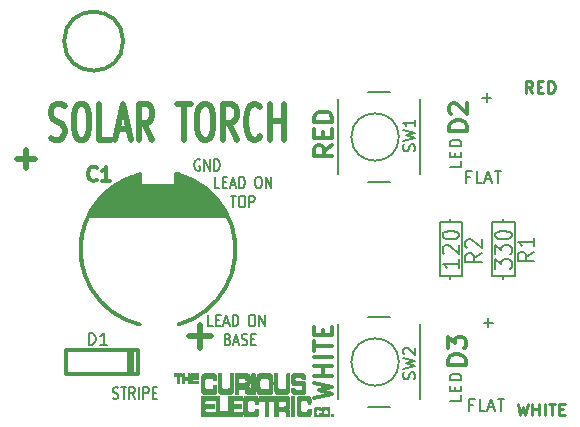
<source format=gbr>
%TF.GenerationSoftware,KiCad,Pcbnew,(6.0.6)*%
%TF.CreationDate,2023-01-22T12:29:42+00:00*%
%TF.ProjectId,SolderSolar,536f6c64-6572-4536-9f6c-61722e6b6963,rev?*%
%TF.SameCoordinates,PX6350ce0PY463f660*%
%TF.FileFunction,Legend,Top*%
%TF.FilePolarity,Positive*%
%FSLAX46Y46*%
G04 Gerber Fmt 4.6, Leading zero omitted, Abs format (unit mm)*
G04 Created by KiCad (PCBNEW (6.0.6)) date 2023-01-22 12:29:42*
%MOMM*%
%LPD*%
G01*
G04 APERTURE LIST*
%ADD10C,0.500000*%
%ADD11C,0.150000*%
%ADD12C,0.300000*%
%ADD13C,0.203200*%
%ADD14C,0.304800*%
%ADD15C,0.250000*%
%ADD16C,0.200000*%
%ADD17C,0.010000*%
G04 APERTURE END LIST*
D10*
X4319238Y24693715D02*
X4604952Y24550858D01*
X5081142Y24550858D01*
X5271619Y24693715D01*
X5366857Y24836572D01*
X5462095Y25122286D01*
X5462095Y25408000D01*
X5366857Y25693715D01*
X5271619Y25836572D01*
X5081142Y25979429D01*
X4700190Y26122286D01*
X4509714Y26265143D01*
X4414476Y26408000D01*
X4319238Y26693715D01*
X4319238Y26979429D01*
X4414476Y27265143D01*
X4509714Y27408000D01*
X4700190Y27550858D01*
X5176380Y27550858D01*
X5462095Y27408000D01*
X6700190Y27550858D02*
X7081142Y27550858D01*
X7271619Y27408000D01*
X7462095Y27122286D01*
X7557333Y26550858D01*
X7557333Y25550858D01*
X7462095Y24979429D01*
X7271619Y24693715D01*
X7081142Y24550858D01*
X6700190Y24550858D01*
X6509714Y24693715D01*
X6319238Y24979429D01*
X6224000Y25550858D01*
X6224000Y26550858D01*
X6319238Y27122286D01*
X6509714Y27408000D01*
X6700190Y27550858D01*
X9366857Y24550858D02*
X8414476Y24550858D01*
X8414476Y27550858D01*
X9938285Y25408000D02*
X10890666Y25408000D01*
X9747809Y24550858D02*
X10414476Y27550858D01*
X11081142Y24550858D01*
X12890666Y24550858D02*
X12224000Y25979429D01*
X11747809Y24550858D02*
X11747809Y27550858D01*
X12509714Y27550858D01*
X12700190Y27408000D01*
X12795428Y27265143D01*
X12890666Y26979429D01*
X12890666Y26550858D01*
X12795428Y26265143D01*
X12700190Y26122286D01*
X12509714Y25979429D01*
X11747809Y25979429D01*
X14985904Y27550858D02*
X16128761Y27550858D01*
X15557333Y24550858D02*
X15557333Y27550858D01*
X17176380Y27550858D02*
X17557333Y27550858D01*
X17747809Y27408000D01*
X17938285Y27122286D01*
X18033523Y26550858D01*
X18033523Y25550858D01*
X17938285Y24979429D01*
X17747809Y24693715D01*
X17557333Y24550858D01*
X17176380Y24550858D01*
X16985904Y24693715D01*
X16795428Y24979429D01*
X16700190Y25550858D01*
X16700190Y26550858D01*
X16795428Y27122286D01*
X16985904Y27408000D01*
X17176380Y27550858D01*
X20033523Y24550858D02*
X19366857Y25979429D01*
X18890666Y24550858D02*
X18890666Y27550858D01*
X19652571Y27550858D01*
X19843047Y27408000D01*
X19938285Y27265143D01*
X20033523Y26979429D01*
X20033523Y26550858D01*
X19938285Y26265143D01*
X19843047Y26122286D01*
X19652571Y25979429D01*
X18890666Y25979429D01*
X22033523Y24836572D02*
X21938285Y24693715D01*
X21652571Y24550858D01*
X21462095Y24550858D01*
X21176380Y24693715D01*
X20985904Y24979429D01*
X20890666Y25265143D01*
X20795428Y25836572D01*
X20795428Y26265143D01*
X20890666Y26836572D01*
X20985904Y27122286D01*
X21176380Y27408000D01*
X21462095Y27550858D01*
X21652571Y27550858D01*
X21938285Y27408000D01*
X22033523Y27265143D01*
X22890666Y24550858D02*
X22890666Y27550858D01*
X22890666Y26122286D02*
X24033523Y26122286D01*
X24033523Y24550858D02*
X24033523Y27550858D01*
D11*
X39060380Y22725143D02*
X39060380Y22248953D01*
X38060380Y22248953D01*
X38536571Y23058477D02*
X38536571Y23391810D01*
X39060380Y23534667D02*
X39060380Y23058477D01*
X38060380Y23058477D01*
X38060380Y23534667D01*
X39060380Y23963239D02*
X38060380Y23963239D01*
X38060380Y24201334D01*
X38108000Y24344191D01*
X38203238Y24439429D01*
X38298476Y24487048D01*
X38488952Y24534667D01*
X38631809Y24534667D01*
X38822285Y24487048D01*
X38917523Y24439429D01*
X39012761Y24344191D01*
X39060380Y24201334D01*
X39060380Y23963239D01*
X18015238Y8734620D02*
X17634285Y8734620D01*
X17634285Y9734620D01*
X18281904Y9258429D02*
X18548571Y9258429D01*
X18662857Y8734620D02*
X18281904Y8734620D01*
X18281904Y9734620D01*
X18662857Y9734620D01*
X18967619Y9020334D02*
X19348571Y9020334D01*
X18891428Y8734620D02*
X19158095Y9734620D01*
X19424761Y8734620D01*
X19691428Y8734620D02*
X19691428Y9734620D01*
X19881904Y9734620D01*
X19996190Y9687000D01*
X20072380Y9591762D01*
X20110476Y9496524D01*
X20148571Y9306048D01*
X20148571Y9163191D01*
X20110476Y8972715D01*
X20072380Y8877477D01*
X19996190Y8782239D01*
X19881904Y8734620D01*
X19691428Y8734620D01*
X21253333Y9734620D02*
X21405714Y9734620D01*
X21481904Y9687000D01*
X21558095Y9591762D01*
X21596190Y9401286D01*
X21596190Y9067953D01*
X21558095Y8877477D01*
X21481904Y8782239D01*
X21405714Y8734620D01*
X21253333Y8734620D01*
X21177142Y8782239D01*
X21100952Y8877477D01*
X21062857Y9067953D01*
X21062857Y9401286D01*
X21100952Y9591762D01*
X21177142Y9687000D01*
X21253333Y9734620D01*
X21939047Y8734620D02*
X21939047Y9734620D01*
X22396190Y8734620D01*
X22396190Y9734620D01*
X19291428Y7648429D02*
X19405714Y7600810D01*
X19443809Y7553191D01*
X19481904Y7457953D01*
X19481904Y7315096D01*
X19443809Y7219858D01*
X19405714Y7172239D01*
X19329523Y7124620D01*
X19024761Y7124620D01*
X19024761Y8124620D01*
X19291428Y8124620D01*
X19367619Y8077000D01*
X19405714Y8029381D01*
X19443809Y7934143D01*
X19443809Y7838905D01*
X19405714Y7743667D01*
X19367619Y7696048D01*
X19291428Y7648429D01*
X19024761Y7648429D01*
X19786666Y7410334D02*
X20167619Y7410334D01*
X19710476Y7124620D02*
X19977142Y8124620D01*
X20243809Y7124620D01*
X20472380Y7172239D02*
X20586666Y7124620D01*
X20777142Y7124620D01*
X20853333Y7172239D01*
X20891428Y7219858D01*
X20929523Y7315096D01*
X20929523Y7410334D01*
X20891428Y7505572D01*
X20853333Y7553191D01*
X20777142Y7600810D01*
X20624761Y7648429D01*
X20548571Y7696048D01*
X20510476Y7743667D01*
X20472380Y7838905D01*
X20472380Y7934143D01*
X20510476Y8029381D01*
X20548571Y8077000D01*
X20624761Y8124620D01*
X20815238Y8124620D01*
X20929523Y8077000D01*
X21272380Y7648429D02*
X21539047Y7648429D01*
X21653333Y7124620D02*
X21272380Y7124620D01*
X21272380Y8124620D01*
X21653333Y8124620D01*
X18574000Y20418620D02*
X18193047Y20418620D01*
X18193047Y21418620D01*
X18840666Y20942429D02*
X19107333Y20942429D01*
X19221619Y20418620D02*
X18840666Y20418620D01*
X18840666Y21418620D01*
X19221619Y21418620D01*
X19526380Y20704334D02*
X19907333Y20704334D01*
X19450190Y20418620D02*
X19716857Y21418620D01*
X19983523Y20418620D01*
X20250190Y20418620D02*
X20250190Y21418620D01*
X20440666Y21418620D01*
X20554952Y21371000D01*
X20631142Y21275762D01*
X20669238Y21180524D01*
X20707333Y20990048D01*
X20707333Y20847191D01*
X20669238Y20656715D01*
X20631142Y20561477D01*
X20554952Y20466239D01*
X20440666Y20418620D01*
X20250190Y20418620D01*
X21812095Y21418620D02*
X21964476Y21418620D01*
X22040666Y21371000D01*
X22116857Y21275762D01*
X22154952Y21085286D01*
X22154952Y20751953D01*
X22116857Y20561477D01*
X22040666Y20466239D01*
X21964476Y20418620D01*
X21812095Y20418620D01*
X21735904Y20466239D01*
X21659714Y20561477D01*
X21621619Y20751953D01*
X21621619Y21085286D01*
X21659714Y21275762D01*
X21735904Y21371000D01*
X21812095Y21418620D01*
X22497809Y20418620D02*
X22497809Y21418620D01*
X22954952Y20418620D01*
X22954952Y21418620D01*
X19526380Y19808620D02*
X19983523Y19808620D01*
X19754952Y18808620D02*
X19754952Y19808620D01*
X20402571Y19808620D02*
X20554952Y19808620D01*
X20631142Y19761000D01*
X20707333Y19665762D01*
X20745428Y19475286D01*
X20745428Y19141953D01*
X20707333Y18951477D01*
X20631142Y18856239D01*
X20554952Y18808620D01*
X20402571Y18808620D01*
X20326380Y18856239D01*
X20250190Y18951477D01*
X20212095Y19141953D01*
X20212095Y19475286D01*
X20250190Y19665762D01*
X20326380Y19761000D01*
X20402571Y19808620D01*
X21088285Y18808620D02*
X21088285Y19808620D01*
X21393047Y19808620D01*
X21469238Y19761000D01*
X21507333Y19713381D01*
X21545428Y19618143D01*
X21545428Y19475286D01*
X21507333Y19380048D01*
X21469238Y19332429D01*
X21393047Y19284810D01*
X21088285Y19284810D01*
X16916476Y22852000D02*
X16840285Y22899620D01*
X16726000Y22899620D01*
X16611714Y22852000D01*
X16535523Y22756762D01*
X16497428Y22661524D01*
X16459333Y22471048D01*
X16459333Y22328191D01*
X16497428Y22137715D01*
X16535523Y22042477D01*
X16611714Y21947239D01*
X16726000Y21899620D01*
X16802190Y21899620D01*
X16916476Y21947239D01*
X16954571Y21994858D01*
X16954571Y22328191D01*
X16802190Y22328191D01*
X17297428Y21899620D02*
X17297428Y22899620D01*
X17754571Y21899620D01*
X17754571Y22899620D01*
X18135523Y21899620D02*
X18135523Y22899620D01*
X18326000Y22899620D01*
X18440285Y22852000D01*
X18516476Y22756762D01*
X18554571Y22661524D01*
X18592666Y22471048D01*
X18592666Y22328191D01*
X18554571Y22137715D01*
X18516476Y22042477D01*
X18440285Y21947239D01*
X18326000Y21899620D01*
X18135523Y21899620D01*
X9544285Y2643239D02*
X9658571Y2595620D01*
X9849047Y2595620D01*
X9925238Y2643239D01*
X9963333Y2690858D01*
X10001428Y2786096D01*
X10001428Y2881334D01*
X9963333Y2976572D01*
X9925238Y3024191D01*
X9849047Y3071810D01*
X9696666Y3119429D01*
X9620476Y3167048D01*
X9582380Y3214667D01*
X9544285Y3309905D01*
X9544285Y3405143D01*
X9582380Y3500381D01*
X9620476Y3548000D01*
X9696666Y3595620D01*
X9887142Y3595620D01*
X10001428Y3548000D01*
X10230000Y3595620D02*
X10687142Y3595620D01*
X10458571Y2595620D02*
X10458571Y3595620D01*
X11410952Y2595620D02*
X11144285Y3071810D01*
X10953809Y2595620D02*
X10953809Y3595620D01*
X11258571Y3595620D01*
X11334761Y3548000D01*
X11372857Y3500381D01*
X11410952Y3405143D01*
X11410952Y3262286D01*
X11372857Y3167048D01*
X11334761Y3119429D01*
X11258571Y3071810D01*
X10953809Y3071810D01*
X11753809Y2595620D02*
X11753809Y3595620D01*
X12134761Y2595620D02*
X12134761Y3595620D01*
X12439523Y3595620D01*
X12515714Y3548000D01*
X12553809Y3500381D01*
X12591904Y3405143D01*
X12591904Y3262286D01*
X12553809Y3167048D01*
X12515714Y3119429D01*
X12439523Y3071810D01*
X12134761Y3071810D01*
X12934761Y3119429D02*
X13201428Y3119429D01*
X13315714Y2595620D02*
X12934761Y2595620D01*
X12934761Y3595620D01*
X13315714Y3595620D01*
X39060380Y2913143D02*
X39060380Y2436953D01*
X38060380Y2436953D01*
X38536571Y3246477D02*
X38536571Y3579810D01*
X39060380Y3722667D02*
X39060380Y3246477D01*
X38060380Y3246477D01*
X38060380Y3722667D01*
X39060380Y4151239D02*
X38060380Y4151239D01*
X38060380Y4389334D01*
X38108000Y4532191D01*
X38203238Y4627429D01*
X38298476Y4675048D01*
X38488952Y4722667D01*
X38631809Y4722667D01*
X38822285Y4675048D01*
X38917523Y4627429D01*
X39012761Y4532191D01*
X39060380Y4389334D01*
X39060380Y4151239D01*
D12*
%TO.C,C1*%
X8182000Y21161429D02*
X8124857Y21104286D01*
X7953428Y21047143D01*
X7839142Y21047143D01*
X7667714Y21104286D01*
X7553428Y21218572D01*
X7496285Y21332858D01*
X7439142Y21561429D01*
X7439142Y21732858D01*
X7496285Y21961429D01*
X7553428Y22075715D01*
X7667714Y22190000D01*
X7839142Y22247143D01*
X7953428Y22247143D01*
X8124857Y22190000D01*
X8182000Y22132858D01*
X9324857Y21047143D02*
X8639142Y21047143D01*
X8982000Y21047143D02*
X8982000Y22247143D01*
X8867714Y22075715D01*
X8753428Y21961429D01*
X8639142Y21904286D01*
D10*
X16942571Y6921620D02*
X16942571Y8826381D01*
X17894952Y7874000D02*
X15990190Y7874000D01*
D13*
%TO.C,D1*%
X7505095Y7160381D02*
X7505095Y8176381D01*
X7747000Y8176381D01*
X7892142Y8128000D01*
X7988904Y8031239D01*
X8037285Y7934477D01*
X8085666Y7740953D01*
X8085666Y7595810D01*
X8037285Y7402286D01*
X7988904Y7305524D01*
X7892142Y7208762D01*
X7747000Y7160381D01*
X7505095Y7160381D01*
X9053285Y7160381D02*
X8472714Y7160381D01*
X8763000Y7160381D02*
X8763000Y8176381D01*
X8666238Y8031239D01*
X8569476Y7934477D01*
X8472714Y7886096D01*
%TO.C,R1*%
X45208976Y15028334D02*
X44543738Y14605000D01*
X45208976Y14302620D02*
X43811976Y14302620D01*
X43811976Y14786429D01*
X43878500Y14907381D01*
X43945023Y14967858D01*
X44078071Y15028334D01*
X44277642Y15028334D01*
X44410690Y14967858D01*
X44477214Y14907381D01*
X44543738Y14786429D01*
X44543738Y14302620D01*
X45208976Y16237858D02*
X45208976Y15512143D01*
X45208976Y15875000D02*
X43811976Y15875000D01*
X44011547Y15754048D01*
X44144595Y15633096D01*
X44211119Y15512143D01*
X41906976Y13607143D02*
X41906976Y14393334D01*
X42439166Y13970000D01*
X42439166Y14151429D01*
X42505690Y14272381D01*
X42572214Y14332858D01*
X42705261Y14393334D01*
X43037880Y14393334D01*
X43170928Y14332858D01*
X43237452Y14272381D01*
X43303976Y14151429D01*
X43303976Y13788572D01*
X43237452Y13667620D01*
X43170928Y13607143D01*
X41906976Y14816667D02*
X41906976Y15602858D01*
X42439166Y15179524D01*
X42439166Y15360953D01*
X42505690Y15481905D01*
X42572214Y15542381D01*
X42705261Y15602858D01*
X43037880Y15602858D01*
X43170928Y15542381D01*
X43237452Y15481905D01*
X43303976Y15360953D01*
X43303976Y14998096D01*
X43237452Y14877143D01*
X43170928Y14816667D01*
X41906976Y16389048D02*
X41906976Y16510000D01*
X41973500Y16630953D01*
X42040023Y16691429D01*
X42173071Y16751905D01*
X42439166Y16812381D01*
X42771785Y16812381D01*
X43037880Y16751905D01*
X43170928Y16691429D01*
X43237452Y16630953D01*
X43303976Y16510000D01*
X43303976Y16389048D01*
X43237452Y16268096D01*
X43170928Y16207620D01*
X43037880Y16147143D01*
X42771785Y16086667D01*
X42439166Y16086667D01*
X42173071Y16147143D01*
X42040023Y16207620D01*
X41973500Y16268096D01*
X41906976Y16389048D01*
%TO.C,R2*%
X40763976Y14901334D02*
X40098738Y14478000D01*
X40763976Y14175620D02*
X39366976Y14175620D01*
X39366976Y14659429D01*
X39433500Y14780381D01*
X39500023Y14840858D01*
X39633071Y14901334D01*
X39832642Y14901334D01*
X39965690Y14840858D01*
X40032214Y14780381D01*
X40098738Y14659429D01*
X40098738Y14175620D01*
X39500023Y15385143D02*
X39433500Y15445620D01*
X39366976Y15566572D01*
X39366976Y15868953D01*
X39433500Y15989905D01*
X39500023Y16050381D01*
X39633071Y16110858D01*
X39766119Y16110858D01*
X39965690Y16050381D01*
X40763976Y15324667D01*
X40763976Y16110858D01*
X38858976Y14393334D02*
X38858976Y13667620D01*
X38858976Y14030477D02*
X37461976Y14030477D01*
X37661547Y13909524D01*
X37794595Y13788572D01*
X37861119Y13667620D01*
X37595023Y14877143D02*
X37528500Y14937620D01*
X37461976Y15058572D01*
X37461976Y15360953D01*
X37528500Y15481905D01*
X37595023Y15542381D01*
X37728071Y15602858D01*
X37861119Y15602858D01*
X38060690Y15542381D01*
X38858976Y14816667D01*
X38858976Y15602858D01*
X37461976Y16389048D02*
X37461976Y16510000D01*
X37528500Y16630953D01*
X37595023Y16691429D01*
X37728071Y16751905D01*
X37994166Y16812381D01*
X38326785Y16812381D01*
X38592880Y16751905D01*
X38725928Y16691429D01*
X38792452Y16630953D01*
X38858976Y16510000D01*
X38858976Y16389048D01*
X38792452Y16268096D01*
X38725928Y16207620D01*
X38592880Y16147143D01*
X38326785Y16086667D01*
X37994166Y16086667D01*
X37728071Y16147143D01*
X37595023Y16207620D01*
X37528500Y16268096D01*
X37461976Y16389048D01*
D11*
%TO.C,SW1*%
X35075761Y23558667D02*
X35123380Y23701524D01*
X35123380Y23939620D01*
X35075761Y24034858D01*
X35028142Y24082477D01*
X34932904Y24130096D01*
X34837666Y24130096D01*
X34742428Y24082477D01*
X34694809Y24034858D01*
X34647190Y23939620D01*
X34599571Y23749143D01*
X34551952Y23653905D01*
X34504333Y23606286D01*
X34409095Y23558667D01*
X34313857Y23558667D01*
X34218619Y23606286D01*
X34171000Y23653905D01*
X34123380Y23749143D01*
X34123380Y23987239D01*
X34171000Y24130096D01*
X34123380Y24463429D02*
X35123380Y24701524D01*
X34409095Y24892000D01*
X35123380Y25082477D01*
X34123380Y25320572D01*
X35123380Y26225334D02*
X35123380Y25653905D01*
X35123380Y25939620D02*
X34123380Y25939620D01*
X34266238Y25844381D01*
X34361476Y25749143D01*
X34409095Y25653905D01*
D12*
X28110571Y24054715D02*
X27396285Y23554715D01*
X28110571Y23197572D02*
X26610571Y23197572D01*
X26610571Y23769000D01*
X26682000Y23911858D01*
X26753428Y23983286D01*
X26896285Y24054715D01*
X27110571Y24054715D01*
X27253428Y23983286D01*
X27324857Y23911858D01*
X27396285Y23769000D01*
X27396285Y23197572D01*
X27324857Y24697572D02*
X27324857Y25197572D01*
X28110571Y25411858D02*
X28110571Y24697572D01*
X26610571Y24697572D01*
X26610571Y25411858D01*
X28110571Y26054715D02*
X26610571Y26054715D01*
X26610571Y26411858D01*
X26682000Y26626143D01*
X26824857Y26769000D01*
X26967714Y26840429D01*
X27253428Y26911858D01*
X27467714Y26911858D01*
X27753428Y26840429D01*
X27896285Y26769000D01*
X28039142Y26626143D01*
X28110571Y26411858D01*
X28110571Y26054715D01*
D11*
%TO.C,SW2*%
X35075761Y4254667D02*
X35123380Y4397524D01*
X35123380Y4635620D01*
X35075761Y4730858D01*
X35028142Y4778477D01*
X34932904Y4826096D01*
X34837666Y4826096D01*
X34742428Y4778477D01*
X34694809Y4730858D01*
X34647190Y4635620D01*
X34599571Y4445143D01*
X34551952Y4349905D01*
X34504333Y4302286D01*
X34409095Y4254667D01*
X34313857Y4254667D01*
X34218619Y4302286D01*
X34171000Y4349905D01*
X34123380Y4445143D01*
X34123380Y4683239D01*
X34171000Y4826096D01*
X34123380Y5159429D02*
X35123380Y5397524D01*
X34409095Y5588000D01*
X35123380Y5778477D01*
X34123380Y6016572D01*
X34218619Y6349905D02*
X34171000Y6397524D01*
X34123380Y6492762D01*
X34123380Y6730858D01*
X34171000Y6826096D01*
X34218619Y6873715D01*
X34313857Y6921334D01*
X34409095Y6921334D01*
X34551952Y6873715D01*
X35123380Y6302286D01*
X35123380Y6921334D01*
D12*
X26610571Y2679286D02*
X28110571Y3036429D01*
X27039142Y3322143D01*
X28110571Y3607858D01*
X26610571Y3965000D01*
X28110571Y4536429D02*
X26610571Y4536429D01*
X27324857Y4536429D02*
X27324857Y5393572D01*
X28110571Y5393572D02*
X26610571Y5393572D01*
X28110571Y6107858D02*
X26610571Y6107858D01*
X26610571Y6607858D02*
X26610571Y7465000D01*
X28110571Y7036429D02*
X26610571Y7036429D01*
X27324857Y7965000D02*
X27324857Y8465000D01*
X28110571Y8679286D02*
X28110571Y7965000D01*
X26610571Y7965000D01*
X26610571Y8679286D01*
D14*
%TO.C,D2*%
X39551428Y25291143D02*
X38027428Y25291143D01*
X38027428Y25654000D01*
X38100000Y25871715D01*
X38245142Y26016858D01*
X38390285Y26089429D01*
X38680571Y26162000D01*
X38898285Y26162000D01*
X39188571Y26089429D01*
X39333714Y26016858D01*
X39478857Y25871715D01*
X39551428Y25654000D01*
X39551428Y25291143D01*
X38172571Y26742572D02*
X38100000Y26815143D01*
X38027428Y26960286D01*
X38027428Y27323143D01*
X38100000Y27468286D01*
X38172571Y27540858D01*
X38317714Y27613429D01*
X38462857Y27613429D01*
X38680571Y27540858D01*
X39551428Y26670000D01*
X39551428Y27613429D01*
D15*
X45077142Y28503620D02*
X44743809Y28979810D01*
X44505714Y28503620D02*
X44505714Y29503620D01*
X44886666Y29503620D01*
X44981904Y29456000D01*
X45029523Y29408381D01*
X45077142Y29313143D01*
X45077142Y29170286D01*
X45029523Y29075048D01*
X44981904Y29027429D01*
X44886666Y28979810D01*
X44505714Y28979810D01*
X45505714Y29027429D02*
X45839047Y29027429D01*
X45981904Y28503620D02*
X45505714Y28503620D01*
X45505714Y29503620D01*
X45981904Y29503620D01*
X46410476Y28503620D02*
X46410476Y29503620D01*
X46648571Y29503620D01*
X46791428Y29456000D01*
X46886666Y29360762D01*
X46934285Y29265524D01*
X46981904Y29075048D01*
X46981904Y28932191D01*
X46934285Y28741715D01*
X46886666Y28646477D01*
X46791428Y28551239D01*
X46648571Y28503620D01*
X46410476Y28503620D01*
D11*
X39822571Y21407429D02*
X39489238Y21407429D01*
X39489238Y20883620D02*
X39489238Y21883620D01*
X39965428Y21883620D01*
X40822571Y20883620D02*
X40346380Y20883620D01*
X40346380Y21883620D01*
X41108285Y21169334D02*
X41584476Y21169334D01*
X41013047Y20883620D02*
X41346380Y21883620D01*
X41679714Y20883620D01*
X41870190Y21883620D02*
X42441619Y21883620D01*
X42155904Y20883620D02*
X42155904Y21883620D01*
X41219428Y27686048D02*
X41219428Y28447953D01*
X41600380Y28067000D02*
X40838476Y28067000D01*
D14*
%TO.C,D3*%
X39424428Y5479143D02*
X37900428Y5479143D01*
X37900428Y5842000D01*
X37973000Y6059715D01*
X38118142Y6204858D01*
X38263285Y6277429D01*
X38553571Y6350000D01*
X38771285Y6350000D01*
X39061571Y6277429D01*
X39206714Y6204858D01*
X39351857Y6059715D01*
X39424428Y5842000D01*
X39424428Y5479143D01*
X37900428Y6858000D02*
X37900428Y7801429D01*
X38481000Y7293429D01*
X38481000Y7511143D01*
X38553571Y7656286D01*
X38626142Y7728858D01*
X38771285Y7801429D01*
X39134142Y7801429D01*
X39279285Y7728858D01*
X39351857Y7656286D01*
X39424428Y7511143D01*
X39424428Y7075715D01*
X39351857Y6930572D01*
X39279285Y6858000D01*
D15*
X43823190Y2198620D02*
X44061285Y1198620D01*
X44251761Y1912905D01*
X44442238Y1198620D01*
X44680333Y2198620D01*
X45061285Y1198620D02*
X45061285Y2198620D01*
X45061285Y1722429D02*
X45632714Y1722429D01*
X45632714Y1198620D02*
X45632714Y2198620D01*
X46108904Y1198620D02*
X46108904Y2198620D01*
X46442238Y2198620D02*
X47013666Y2198620D01*
X46727952Y1198620D02*
X46727952Y2198620D01*
X47347000Y1722429D02*
X47680333Y1722429D01*
X47823190Y1198620D02*
X47347000Y1198620D01*
X47347000Y2198620D01*
X47823190Y2198620D01*
D11*
X41346428Y8636048D02*
X41346428Y9397953D01*
X41727380Y9017000D02*
X40965476Y9017000D01*
X40076571Y2103429D02*
X39743238Y2103429D01*
X39743238Y1579620D02*
X39743238Y2579620D01*
X40219428Y2579620D01*
X41076571Y1579620D02*
X40600380Y1579620D01*
X40600380Y2579620D01*
X41362285Y1865334D02*
X41838476Y1865334D01*
X41267047Y1579620D02*
X41600380Y2579620D01*
X41933714Y1579620D01*
X42124190Y2579620D02*
X42695619Y2579620D01*
X42409904Y1579620D02*
X42409904Y2579620D01*
D10*
%TO.C,SC1*%
X2174857Y22098096D02*
X2174857Y23621905D01*
X2936761Y22860000D02*
X1412952Y22860000D01*
D12*
%TO.C,C1*%
X6985000Y16764000D02*
G75*
G03*
X11811000Y8890000I6350000J-1524000D01*
G01*
X11811000Y21590000D02*
G75*
G03*
X6985000Y13716000I1524000J-6350000D01*
G01*
X19685000Y13462000D02*
G75*
G03*
X15113000Y21590000I-6350000J1778000D01*
G01*
X15113000Y8890000D02*
G75*
G03*
X19685000Y17018000I-1778000J6350000D01*
G01*
X19177000Y18034000D02*
X7493000Y18034000D01*
X18923000Y18542000D02*
X8001000Y18542000D01*
X18669000Y18796000D02*
X8255000Y18796000D01*
X11811000Y20066000D02*
X11811000Y21590000D01*
X11557000Y20066000D02*
X11811000Y20066000D01*
X11557000Y20828000D02*
X11557000Y20066000D01*
X9017000Y19812000D02*
X11557000Y20828000D01*
X10541000Y21082000D02*
X9017000Y19812000D01*
X11557000Y20828000D02*
X10541000Y21082000D01*
X11049000Y21082000D02*
X11557000Y20828000D01*
X10795000Y21082000D02*
X11049000Y21082000D01*
X11049000Y21336000D02*
X10795000Y21082000D01*
X11303000Y21082000D02*
X11049000Y21336000D01*
X11557000Y21336000D02*
X11303000Y21082000D01*
X11557000Y21082000D02*
X11557000Y21336000D01*
X11811000Y21336000D02*
X11557000Y21082000D01*
X11811000Y20828000D02*
X11811000Y21336000D01*
X10287000Y20828000D02*
X11811000Y20828000D01*
X9779000Y20574000D02*
X10287000Y20828000D01*
X16891000Y20574000D02*
X9779000Y20574000D01*
X17145000Y20320000D02*
X16891000Y20574000D01*
X9525000Y20320000D02*
X17145000Y20320000D01*
X9271000Y20066000D02*
X9525000Y20320000D01*
X17399000Y20066000D02*
X9271000Y20066000D01*
X17907000Y19812000D02*
X17399000Y20066000D01*
X9017000Y19812000D02*
X17907000Y19812000D01*
X8509000Y19558000D02*
X9017000Y19812000D01*
X17907000Y19558000D02*
X8509000Y19558000D01*
X18415000Y19304000D02*
X17907000Y19558000D01*
X8509000Y19304000D02*
X18415000Y19304000D01*
X7747000Y18288000D02*
X8509000Y19304000D01*
X8255000Y19050000D02*
X7747000Y18288000D01*
X18415000Y19050000D02*
X8255000Y19050000D01*
X18923000Y18288000D02*
X18415000Y19050000D01*
X7747000Y18288000D02*
X18923000Y18288000D01*
X15113000Y21590000D02*
X15113000Y20320000D01*
X15367000Y20320000D02*
X15367000Y21336000D01*
X15621000Y21336000D02*
X15621000Y20828000D01*
X15621000Y20574000D02*
X15875000Y20828000D01*
X15875000Y20828000D02*
X15875000Y21082000D01*
X15875000Y21082000D02*
X16891000Y20574000D01*
X16891000Y20574000D02*
X16129000Y20828000D01*
X15875000Y20574000D02*
X16129000Y20828000D01*
X17399000Y20066000D02*
X17145000Y20320000D01*
X14859000Y20320000D02*
X14859000Y21590000D01*
X14859000Y21590000D02*
X15113000Y21590000D01*
D14*
%TO.C,D1*%
X11684000Y4699000D02*
X11684000Y5715000D01*
X11684000Y5715000D02*
X11684000Y6731000D01*
X11176000Y6731000D02*
X11176000Y4699000D01*
X5588000Y5715000D02*
X5588000Y4699000D01*
X10922000Y4699000D02*
X10922000Y6731000D01*
X5588000Y4699000D02*
X11684000Y4699000D01*
X5588000Y6731000D02*
X5588000Y5715000D01*
X11684000Y6731000D02*
X5588000Y6731000D01*
D16*
%TO.C,R1*%
X42545000Y17526000D02*
X42545000Y17780000D01*
X42545000Y12954000D02*
X42545000Y12700000D01*
X41656000Y17526000D02*
X41656000Y12954000D01*
X43561000Y17526000D02*
X41656000Y17526000D01*
X43561000Y12954000D02*
X43561000Y17526000D01*
X41656000Y12954000D02*
X43561000Y12954000D01*
%TO.C,R2*%
X38100000Y12954000D02*
X38100000Y12700000D01*
X37211000Y17526000D02*
X37211000Y12954000D01*
X37211000Y12954000D02*
X39116000Y12954000D01*
X38100000Y17526000D02*
X38100000Y17780000D01*
X39116000Y17526000D02*
X37211000Y17526000D01*
X39116000Y12954000D02*
X39116000Y17526000D01*
%TO.C,SW1*%
X35560000Y21590000D02*
X35560000Y27940000D01*
X28575000Y21590000D02*
X28575000Y27940000D01*
X33020000Y28575000D02*
X31115000Y28575000D01*
X33020000Y20955000D02*
X31115000Y20955000D01*
X33758046Y24765000D02*
G75*
G03*
X33758046Y24765000I-2008046J0D01*
G01*
%TO.C,SW2*%
X33020000Y9525000D02*
X31115000Y9525000D01*
X35560000Y2540000D02*
X35560000Y8890000D01*
X33020000Y1905000D02*
X31115000Y1905000D01*
X28575000Y2540000D02*
X28575000Y8890000D01*
X33758046Y5715000D02*
G75*
G03*
X33758046Y5715000I-2008046J0D01*
G01*
%TO.C,P3*%
G36*
X18618000Y3100000D02*
G01*
X18528000Y3100000D01*
X18528000Y3190000D01*
X18618000Y3190000D01*
X18618000Y3100000D01*
G37*
D17*
X18618000Y3100000D02*
X18528000Y3100000D01*
X18528000Y3190000D01*
X18618000Y3190000D01*
X18618000Y3100000D01*
G36*
X19608000Y1480000D02*
G01*
X19518000Y1480000D01*
X19518000Y1570000D01*
X19608000Y1570000D01*
X19608000Y1480000D01*
G37*
X19608000Y1480000D02*
X19518000Y1480000D01*
X19518000Y1570000D01*
X19608000Y1570000D01*
X19608000Y1480000D01*
G36*
X23748000Y2380000D02*
G01*
X23658000Y2380000D01*
X23658000Y2470000D01*
X23748000Y2470000D01*
X23748000Y2380000D01*
G37*
X23748000Y2380000D02*
X23658000Y2380000D01*
X23658000Y2470000D01*
X23748000Y2470000D01*
X23748000Y2380000D01*
G36*
X24198000Y2380000D02*
G01*
X24108000Y2380000D01*
X24108000Y2470000D01*
X24198000Y2470000D01*
X24198000Y2380000D01*
G37*
X24198000Y2380000D02*
X24108000Y2380000D01*
X24108000Y2470000D01*
X24198000Y2470000D01*
X24198000Y2380000D01*
G36*
X22938000Y3010000D02*
G01*
X22848000Y3010000D01*
X22848000Y3100000D01*
X22938000Y3100000D01*
X22938000Y3010000D01*
G37*
X22938000Y3010000D02*
X22848000Y3010000D01*
X22848000Y3100000D01*
X22938000Y3100000D01*
X22938000Y3010000D01*
G36*
X26628000Y1300000D02*
G01*
X26538000Y1300000D01*
X26538000Y1390000D01*
X26628000Y1390000D01*
X26628000Y1300000D01*
G37*
X26628000Y1300000D02*
X26538000Y1300000D01*
X26538000Y1390000D01*
X26628000Y1390000D01*
X26628000Y1300000D01*
G36*
X20778000Y3550000D02*
G01*
X20688000Y3550000D01*
X20688000Y3640000D01*
X20778000Y3640000D01*
X20778000Y3550000D01*
G37*
X20778000Y3550000D02*
X20688000Y3550000D01*
X20688000Y3640000D01*
X20778000Y3640000D01*
X20778000Y3550000D01*
G36*
X21498000Y3460000D02*
G01*
X21408000Y3460000D01*
X21408000Y3550000D01*
X21498000Y3550000D01*
X21498000Y3460000D01*
G37*
X21498000Y3460000D02*
X21408000Y3460000D01*
X21408000Y3550000D01*
X21498000Y3550000D01*
X21498000Y3460000D01*
G36*
X19698000Y4270000D02*
G01*
X19608000Y4270000D01*
X19608000Y4360000D01*
X19698000Y4360000D01*
X19698000Y4270000D01*
G37*
X19698000Y4270000D02*
X19608000Y4270000D01*
X19608000Y4360000D01*
X19698000Y4360000D01*
X19698000Y4270000D01*
G36*
X17088000Y4090000D02*
G01*
X16998000Y4090000D01*
X16998000Y4180000D01*
X17088000Y4180000D01*
X17088000Y4090000D01*
G37*
X17088000Y4090000D02*
X16998000Y4090000D01*
X16998000Y4180000D01*
X17088000Y4180000D01*
X17088000Y4090000D01*
G36*
X19608000Y2200000D02*
G01*
X19518000Y2200000D01*
X19518000Y2290000D01*
X19608000Y2290000D01*
X19608000Y2200000D01*
G37*
X19608000Y2200000D02*
X19518000Y2200000D01*
X19518000Y2290000D01*
X19608000Y2290000D01*
X19608000Y2200000D01*
G36*
X24198000Y1930000D02*
G01*
X24108000Y1930000D01*
X24108000Y2020000D01*
X24198000Y2020000D01*
X24198000Y1930000D01*
G37*
X24198000Y1930000D02*
X24108000Y1930000D01*
X24108000Y2020000D01*
X24198000Y2020000D01*
X24198000Y1930000D01*
G36*
X17268000Y4630000D02*
G01*
X17178000Y4630000D01*
X17178000Y4720000D01*
X17268000Y4720000D01*
X17268000Y4630000D01*
G37*
X17268000Y4630000D02*
X17178000Y4630000D01*
X17178000Y4720000D01*
X17268000Y4720000D01*
X17268000Y4630000D01*
G36*
X17808000Y3370000D02*
G01*
X17718000Y3370000D01*
X17718000Y3460000D01*
X17808000Y3460000D01*
X17808000Y3370000D01*
G37*
X17808000Y3370000D02*
X17718000Y3370000D01*
X17718000Y3460000D01*
X17808000Y3460000D01*
X17808000Y3370000D01*
G36*
X18438000Y2470000D02*
G01*
X18348000Y2470000D01*
X18348000Y2560000D01*
X18438000Y2560000D01*
X18438000Y2470000D01*
G37*
X18438000Y2470000D02*
X18348000Y2470000D01*
X18348000Y2560000D01*
X18438000Y2560000D01*
X18438000Y2470000D01*
G36*
X17898000Y1120000D02*
G01*
X17808000Y1120000D01*
X17808000Y1210000D01*
X17898000Y1210000D01*
X17898000Y1120000D01*
G37*
X17898000Y1120000D02*
X17808000Y1120000D01*
X17808000Y1210000D01*
X17898000Y1210000D01*
X17898000Y1120000D01*
G36*
X24738000Y1300000D02*
G01*
X24648000Y1300000D01*
X24648000Y1390000D01*
X24738000Y1390000D01*
X24738000Y1300000D01*
G37*
X24738000Y1300000D02*
X24648000Y1300000D01*
X24648000Y1390000D01*
X24738000Y1390000D01*
X24738000Y1300000D01*
G36*
X21678000Y1210000D02*
G01*
X21588000Y1210000D01*
X21588000Y1300000D01*
X21678000Y1300000D01*
X21678000Y1210000D01*
G37*
X21678000Y1210000D02*
X21588000Y1210000D01*
X21588000Y1300000D01*
X21678000Y1300000D01*
X21678000Y1210000D01*
G36*
X21408000Y2740000D02*
G01*
X21318000Y2740000D01*
X21318000Y2830000D01*
X21408000Y2830000D01*
X21408000Y2740000D01*
G37*
X21408000Y2740000D02*
X21318000Y2740000D01*
X21318000Y2830000D01*
X21408000Y2830000D01*
X21408000Y2740000D01*
G36*
X22488000Y1210000D02*
G01*
X22398000Y1210000D01*
X22398000Y1300000D01*
X22488000Y1300000D01*
X22488000Y1210000D01*
G37*
X22488000Y1210000D02*
X22398000Y1210000D01*
X22398000Y1300000D01*
X22488000Y1300000D01*
X22488000Y1210000D01*
G36*
X20148000Y2740000D02*
G01*
X20058000Y2740000D01*
X20058000Y2830000D01*
X20148000Y2830000D01*
X20148000Y2740000D01*
G37*
X20148000Y2740000D02*
X20058000Y2740000D01*
X20058000Y2830000D01*
X20148000Y2830000D01*
X20148000Y2740000D01*
G36*
X25368000Y3010000D02*
G01*
X25278000Y3010000D01*
X25278000Y3100000D01*
X25368000Y3100000D01*
X25368000Y3010000D01*
G37*
X25368000Y3010000D02*
X25278000Y3010000D01*
X25278000Y3100000D01*
X25368000Y3100000D01*
X25368000Y3010000D01*
G36*
X17718000Y1390000D02*
G01*
X17628000Y1390000D01*
X17628000Y1480000D01*
X17718000Y1480000D01*
X17718000Y1390000D01*
G37*
X17718000Y1390000D02*
X17628000Y1390000D01*
X17628000Y1480000D01*
X17718000Y1480000D01*
X17718000Y1390000D01*
G36*
X25368000Y1390000D02*
G01*
X25278000Y1390000D01*
X25278000Y1480000D01*
X25368000Y1480000D01*
X25368000Y1390000D01*
G37*
X25368000Y1390000D02*
X25278000Y1390000D01*
X25278000Y1480000D01*
X25368000Y1480000D01*
X25368000Y1390000D01*
G36*
X23568000Y2380000D02*
G01*
X23478000Y2380000D01*
X23478000Y2470000D01*
X23568000Y2470000D01*
X23568000Y2380000D01*
G37*
X23568000Y2380000D02*
X23478000Y2380000D01*
X23478000Y2470000D01*
X23568000Y2470000D01*
X23568000Y2380000D01*
G36*
X17088000Y2290000D02*
G01*
X16998000Y2290000D01*
X16998000Y2380000D01*
X17088000Y2380000D01*
X17088000Y2290000D01*
G37*
X17088000Y2290000D02*
X16998000Y2290000D01*
X16998000Y2380000D01*
X17088000Y2380000D01*
X17088000Y2290000D01*
G36*
X23388000Y3910000D02*
G01*
X23298000Y3910000D01*
X23298000Y4000000D01*
X23388000Y4000000D01*
X23388000Y3910000D01*
G37*
X23388000Y3910000D02*
X23298000Y3910000D01*
X23298000Y4000000D01*
X23388000Y4000000D01*
X23388000Y3910000D01*
G36*
X23388000Y4000000D02*
G01*
X23298000Y4000000D01*
X23298000Y4090000D01*
X23388000Y4090000D01*
X23388000Y4000000D01*
G37*
X23388000Y4000000D02*
X23298000Y4000000D01*
X23298000Y4090000D01*
X23388000Y4090000D01*
X23388000Y4000000D01*
G36*
X18528000Y1210000D02*
G01*
X18438000Y1210000D01*
X18438000Y1300000D01*
X18528000Y1300000D01*
X18528000Y1210000D01*
G37*
X18528000Y1210000D02*
X18438000Y1210000D01*
X18438000Y1300000D01*
X18528000Y1300000D01*
X18528000Y1210000D01*
G36*
X20418000Y3550000D02*
G01*
X20328000Y3550000D01*
X20328000Y3640000D01*
X20418000Y3640000D01*
X20418000Y3550000D01*
G37*
X20418000Y3550000D02*
X20328000Y3550000D01*
X20328000Y3640000D01*
X20418000Y3640000D01*
X20418000Y3550000D01*
G36*
X23748000Y3370000D02*
G01*
X23658000Y3370000D01*
X23658000Y3460000D01*
X23748000Y3460000D01*
X23748000Y3370000D01*
G37*
X23748000Y3370000D02*
X23658000Y3370000D01*
X23658000Y3460000D01*
X23748000Y3460000D01*
X23748000Y3370000D01*
G36*
X26808000Y1840000D02*
G01*
X26718000Y1840000D01*
X26718000Y1930000D01*
X26808000Y1930000D01*
X26808000Y1840000D01*
G37*
X26808000Y1840000D02*
X26718000Y1840000D01*
X26718000Y1930000D01*
X26808000Y1930000D01*
X26808000Y1840000D01*
G36*
X25458000Y1300000D02*
G01*
X25368000Y1300000D01*
X25368000Y1390000D01*
X25458000Y1390000D01*
X25458000Y1300000D01*
G37*
X25458000Y1300000D02*
X25368000Y1300000D01*
X25368000Y1390000D01*
X25458000Y1390000D01*
X25458000Y1300000D01*
G36*
X24378000Y3370000D02*
G01*
X24288000Y3370000D01*
X24288000Y3460000D01*
X24378000Y3460000D01*
X24378000Y3370000D01*
G37*
X24378000Y3370000D02*
X24288000Y3370000D01*
X24288000Y3460000D01*
X24378000Y3460000D01*
X24378000Y3370000D01*
G36*
X23388000Y2740000D02*
G01*
X23298000Y2740000D01*
X23298000Y2830000D01*
X23388000Y2830000D01*
X23388000Y2740000D01*
G37*
X23388000Y2740000D02*
X23298000Y2740000D01*
X23298000Y2830000D01*
X23388000Y2830000D01*
X23388000Y2740000D01*
G36*
X17358000Y4630000D02*
G01*
X17268000Y4630000D01*
X17268000Y4720000D01*
X17358000Y4720000D01*
X17358000Y4630000D01*
G37*
X17358000Y4630000D02*
X17268000Y4630000D01*
X17268000Y4720000D01*
X17358000Y4720000D01*
X17358000Y4630000D01*
G36*
X21498000Y4090000D02*
G01*
X21408000Y4090000D01*
X21408000Y4180000D01*
X21498000Y4180000D01*
X21498000Y4090000D01*
G37*
X21498000Y4090000D02*
X21408000Y4090000D01*
X21408000Y4180000D01*
X21498000Y4180000D01*
X21498000Y4090000D01*
G36*
X24468000Y2470000D02*
G01*
X24378000Y2470000D01*
X24378000Y2560000D01*
X24468000Y2560000D01*
X24468000Y2470000D01*
G37*
X24468000Y2470000D02*
X24378000Y2470000D01*
X24378000Y2560000D01*
X24468000Y2560000D01*
X24468000Y2470000D01*
G36*
X20868000Y2470000D02*
G01*
X20778000Y2470000D01*
X20778000Y2560000D01*
X20868000Y2560000D01*
X20868000Y2470000D01*
G37*
X20868000Y2470000D02*
X20778000Y2470000D01*
X20778000Y2560000D01*
X20868000Y2560000D01*
X20868000Y2470000D01*
G36*
X25188000Y3820000D02*
G01*
X25098000Y3820000D01*
X25098000Y3910000D01*
X25188000Y3910000D01*
X25188000Y3820000D01*
G37*
X25188000Y3820000D02*
X25098000Y3820000D01*
X25098000Y3910000D01*
X25188000Y3910000D01*
X25188000Y3820000D01*
G36*
X23298000Y3730000D02*
G01*
X23208000Y3730000D01*
X23208000Y3820000D01*
X23298000Y3820000D01*
X23298000Y3730000D01*
G37*
X23298000Y3730000D02*
X23208000Y3730000D01*
X23208000Y3820000D01*
X23298000Y3820000D01*
X23298000Y3730000D01*
G36*
X23118000Y2740000D02*
G01*
X23028000Y2740000D01*
X23028000Y2830000D01*
X23118000Y2830000D01*
X23118000Y2740000D01*
G37*
X23118000Y2740000D02*
X23028000Y2740000D01*
X23028000Y2830000D01*
X23118000Y2830000D01*
X23118000Y2740000D01*
G36*
X22308000Y2380000D02*
G01*
X22218000Y2380000D01*
X22218000Y2470000D01*
X22308000Y2470000D01*
X22308000Y2380000D01*
G37*
X22308000Y2380000D02*
X22218000Y2380000D01*
X22218000Y2470000D01*
X22308000Y2470000D01*
X22308000Y2380000D01*
G36*
X23298000Y3640000D02*
G01*
X23208000Y3640000D01*
X23208000Y3730000D01*
X23298000Y3730000D01*
X23298000Y3640000D01*
G37*
X23298000Y3640000D02*
X23208000Y3640000D01*
X23208000Y3730000D01*
X23298000Y3730000D01*
X23298000Y3640000D01*
G36*
X21228000Y1390000D02*
G01*
X21138000Y1390000D01*
X21138000Y1480000D01*
X21228000Y1480000D01*
X21228000Y1390000D01*
G37*
X21228000Y1390000D02*
X21138000Y1390000D01*
X21138000Y1480000D01*
X21228000Y1480000D01*
X21228000Y1390000D01*
G36*
X21408000Y3280000D02*
G01*
X21318000Y3280000D01*
X21318000Y3370000D01*
X21408000Y3370000D01*
X21408000Y3280000D01*
G37*
X21408000Y3280000D02*
X21318000Y3280000D01*
X21318000Y3370000D01*
X21408000Y3370000D01*
X21408000Y3280000D01*
G36*
X24288000Y1480000D02*
G01*
X24198000Y1480000D01*
X24198000Y1570000D01*
X24288000Y1570000D01*
X24288000Y1480000D01*
G37*
X24288000Y1480000D02*
X24198000Y1480000D01*
X24198000Y1570000D01*
X24288000Y1570000D01*
X24288000Y1480000D01*
G36*
X24828000Y1390000D02*
G01*
X24738000Y1390000D01*
X24738000Y1480000D01*
X24828000Y1480000D01*
X24828000Y1390000D01*
G37*
X24828000Y1390000D02*
X24738000Y1390000D01*
X24738000Y1480000D01*
X24828000Y1480000D01*
X24828000Y1390000D01*
G36*
X25638000Y1390000D02*
G01*
X25548000Y1390000D01*
X25548000Y1480000D01*
X25638000Y1480000D01*
X25638000Y1390000D01*
G37*
X25638000Y1390000D02*
X25548000Y1390000D01*
X25548000Y1480000D01*
X25638000Y1480000D01*
X25638000Y1390000D01*
G36*
X16098000Y4360000D02*
G01*
X16008000Y4360000D01*
X16008000Y4450000D01*
X16098000Y4450000D01*
X16098000Y4360000D01*
G37*
X16098000Y4360000D02*
X16008000Y4360000D01*
X16008000Y4450000D01*
X16098000Y4450000D01*
X16098000Y4360000D01*
G36*
X22038000Y2650000D02*
G01*
X21948000Y2650000D01*
X21948000Y2740000D01*
X22038000Y2740000D01*
X22038000Y2650000D01*
G37*
X22038000Y2650000D02*
X21948000Y2650000D01*
X21948000Y2740000D01*
X22038000Y2740000D01*
X22038000Y2650000D01*
G36*
X25098000Y4720000D02*
G01*
X25008000Y4720000D01*
X25008000Y4810000D01*
X25098000Y4810000D01*
X25098000Y4720000D01*
G37*
X25098000Y4720000D02*
X25008000Y4720000D01*
X25008000Y4810000D01*
X25098000Y4810000D01*
X25098000Y4720000D01*
G36*
X25188000Y2110000D02*
G01*
X25098000Y2110000D01*
X25098000Y2200000D01*
X25188000Y2200000D01*
X25188000Y2110000D01*
G37*
X25188000Y2110000D02*
X25098000Y2110000D01*
X25098000Y2200000D01*
X25188000Y2200000D01*
X25188000Y2110000D01*
G36*
X22578000Y3100000D02*
G01*
X22488000Y3100000D01*
X22488000Y3190000D01*
X22578000Y3190000D01*
X22578000Y3100000D01*
G37*
X22578000Y3100000D02*
X22488000Y3100000D01*
X22488000Y3190000D01*
X22578000Y3190000D01*
X22578000Y3100000D01*
G36*
X17718000Y2110000D02*
G01*
X17628000Y2110000D01*
X17628000Y2200000D01*
X17718000Y2200000D01*
X17718000Y2110000D01*
G37*
X17718000Y2110000D02*
X17628000Y2110000D01*
X17628000Y2200000D01*
X17718000Y2200000D01*
X17718000Y2110000D01*
G36*
X25368000Y2200000D02*
G01*
X25278000Y2200000D01*
X25278000Y2290000D01*
X25368000Y2290000D01*
X25368000Y2200000D01*
G37*
X25368000Y2200000D02*
X25278000Y2200000D01*
X25278000Y2290000D01*
X25368000Y2290000D01*
X25368000Y2200000D01*
G36*
X20868000Y4630000D02*
G01*
X20778000Y4630000D01*
X20778000Y4720000D01*
X20868000Y4720000D01*
X20868000Y4630000D01*
G37*
X20868000Y4630000D02*
X20778000Y4630000D01*
X20778000Y4720000D01*
X20868000Y4720000D01*
X20868000Y4630000D01*
G36*
X20958000Y3460000D02*
G01*
X20868000Y3460000D01*
X20868000Y3550000D01*
X20958000Y3550000D01*
X20958000Y3460000D01*
G37*
X20958000Y3460000D02*
X20868000Y3460000D01*
X20868000Y3550000D01*
X20958000Y3550000D01*
X20958000Y3460000D01*
G36*
X22848000Y4630000D02*
G01*
X22758000Y4630000D01*
X22758000Y4720000D01*
X22848000Y4720000D01*
X22848000Y4630000D01*
G37*
X22848000Y4630000D02*
X22758000Y4630000D01*
X22758000Y4720000D01*
X22848000Y4720000D01*
X22848000Y4630000D01*
G36*
X19698000Y4000000D02*
G01*
X19608000Y4000000D01*
X19608000Y4090000D01*
X19698000Y4090000D01*
X19698000Y4000000D01*
G37*
X19698000Y4000000D02*
X19608000Y4000000D01*
X19608000Y4090000D01*
X19698000Y4090000D01*
X19698000Y4000000D01*
G36*
X25368000Y1930000D02*
G01*
X25278000Y1930000D01*
X25278000Y2020000D01*
X25368000Y2020000D01*
X25368000Y1930000D01*
G37*
X25368000Y1930000D02*
X25278000Y1930000D01*
X25278000Y2020000D01*
X25368000Y2020000D01*
X25368000Y1930000D01*
G36*
X22488000Y1480000D02*
G01*
X22398000Y1480000D01*
X22398000Y1570000D01*
X22488000Y1570000D01*
X22488000Y1480000D01*
G37*
X22488000Y1480000D02*
X22398000Y1480000D01*
X22398000Y1570000D01*
X22488000Y1570000D01*
X22488000Y1480000D01*
G36*
X17088000Y1660000D02*
G01*
X16998000Y1660000D01*
X16998000Y1750000D01*
X17088000Y1750000D01*
X17088000Y1660000D01*
G37*
X17088000Y1660000D02*
X16998000Y1660000D01*
X16998000Y1750000D01*
X17088000Y1750000D01*
X17088000Y1660000D01*
G36*
X18618000Y1300000D02*
G01*
X18528000Y1300000D01*
X18528000Y1390000D01*
X18618000Y1390000D01*
X18618000Y1300000D01*
G37*
X18618000Y1300000D02*
X18528000Y1300000D01*
X18528000Y1390000D01*
X18618000Y1390000D01*
X18618000Y1300000D01*
G36*
X19968000Y4270000D02*
G01*
X19878000Y4270000D01*
X19878000Y4360000D01*
X19968000Y4360000D01*
X19968000Y4270000D01*
G37*
X19968000Y4270000D02*
X19878000Y4270000D01*
X19878000Y4360000D01*
X19968000Y4360000D01*
X19968000Y4270000D01*
G36*
X19788000Y1120000D02*
G01*
X19698000Y1120000D01*
X19698000Y1210000D01*
X19788000Y1210000D01*
X19788000Y1120000D01*
G37*
X19788000Y1120000D02*
X19698000Y1120000D01*
X19698000Y1210000D01*
X19788000Y1210000D01*
X19788000Y1120000D01*
G36*
X17898000Y3010000D02*
G01*
X17808000Y3010000D01*
X17808000Y3100000D01*
X17898000Y3100000D01*
X17898000Y3010000D01*
G37*
X17898000Y3010000D02*
X17808000Y3010000D01*
X17808000Y3100000D01*
X17898000Y3100000D01*
X17898000Y3010000D01*
G36*
X22578000Y1480000D02*
G01*
X22488000Y1480000D01*
X22488000Y1570000D01*
X22578000Y1570000D01*
X22578000Y1480000D01*
G37*
X22578000Y1480000D02*
X22488000Y1480000D01*
X22488000Y1570000D01*
X22578000Y1570000D01*
X22578000Y1480000D01*
G36*
X17988000Y2110000D02*
G01*
X17898000Y2110000D01*
X17898000Y2200000D01*
X17988000Y2200000D01*
X17988000Y2110000D01*
G37*
X17988000Y2110000D02*
X17898000Y2110000D01*
X17898000Y2200000D01*
X17988000Y2200000D01*
X17988000Y2110000D01*
G36*
X18168000Y2650000D02*
G01*
X18078000Y2650000D01*
X18078000Y2740000D01*
X18168000Y2740000D01*
X18168000Y2650000D01*
G37*
X18168000Y2650000D02*
X18078000Y2650000D01*
X18078000Y2740000D01*
X18168000Y2740000D01*
X18168000Y2650000D01*
G36*
X20958000Y2470000D02*
G01*
X20868000Y2470000D01*
X20868000Y2560000D01*
X20958000Y2560000D01*
X20958000Y2470000D01*
G37*
X20958000Y2470000D02*
X20868000Y2470000D01*
X20868000Y2560000D01*
X20958000Y2560000D01*
X20958000Y2470000D01*
G36*
X19608000Y1120000D02*
G01*
X19518000Y1120000D01*
X19518000Y1210000D01*
X19608000Y1210000D01*
X19608000Y1120000D01*
G37*
X19608000Y1120000D02*
X19518000Y1120000D01*
X19518000Y1210000D01*
X19608000Y1210000D01*
X19608000Y1120000D01*
G36*
X25278000Y2380000D02*
G01*
X25188000Y2380000D01*
X25188000Y2470000D01*
X25278000Y2470000D01*
X25278000Y2380000D01*
G37*
X25278000Y2380000D02*
X25188000Y2380000D01*
X25188000Y2470000D01*
X25278000Y2470000D01*
X25278000Y2380000D01*
G36*
X22218000Y3280000D02*
G01*
X22128000Y3280000D01*
X22128000Y3370000D01*
X22218000Y3370000D01*
X22218000Y3280000D01*
G37*
X22218000Y3280000D02*
X22128000Y3280000D01*
X22128000Y3370000D01*
X22218000Y3370000D01*
X22218000Y3280000D01*
G36*
X21858000Y1480000D02*
G01*
X21768000Y1480000D01*
X21768000Y1570000D01*
X21858000Y1570000D01*
X21858000Y1480000D01*
G37*
X21858000Y1480000D02*
X21768000Y1480000D01*
X21768000Y1570000D01*
X21858000Y1570000D01*
X21858000Y1480000D01*
G36*
X23478000Y3820000D02*
G01*
X23388000Y3820000D01*
X23388000Y3910000D01*
X23478000Y3910000D01*
X23478000Y3820000D01*
G37*
X23478000Y3820000D02*
X23388000Y3820000D01*
X23388000Y3910000D01*
X23478000Y3910000D01*
X23478000Y3820000D01*
G36*
X19518000Y2380000D02*
G01*
X19428000Y2380000D01*
X19428000Y2470000D01*
X19518000Y2470000D01*
X19518000Y2380000D01*
G37*
X19518000Y2380000D02*
X19428000Y2380000D01*
X19428000Y2470000D01*
X19518000Y2470000D01*
X19518000Y2380000D01*
G36*
X22308000Y3190000D02*
G01*
X22218000Y3190000D01*
X22218000Y3280000D01*
X22308000Y3280000D01*
X22308000Y3190000D01*
G37*
X22308000Y3190000D02*
X22218000Y3190000D01*
X22218000Y3280000D01*
X22308000Y3280000D01*
X22308000Y3190000D01*
G36*
X21948000Y3730000D02*
G01*
X21858000Y3730000D01*
X21858000Y3820000D01*
X21948000Y3820000D01*
X21948000Y3730000D01*
G37*
X21948000Y3730000D02*
X21858000Y3730000D01*
X21858000Y3820000D01*
X21948000Y3820000D01*
X21948000Y3730000D01*
G36*
X18528000Y4090000D02*
G01*
X18438000Y4090000D01*
X18438000Y4180000D01*
X18528000Y4180000D01*
X18528000Y4090000D01*
G37*
X18528000Y4090000D02*
X18438000Y4090000D01*
X18438000Y4180000D01*
X18528000Y4180000D01*
X18528000Y4090000D01*
G36*
X19608000Y4360000D02*
G01*
X19518000Y4360000D01*
X19518000Y4450000D01*
X19608000Y4450000D01*
X19608000Y4360000D01*
G37*
X19608000Y4360000D02*
X19518000Y4360000D01*
X19518000Y4450000D01*
X19608000Y4450000D01*
X19608000Y4360000D01*
G36*
X23478000Y1300000D02*
G01*
X23388000Y1300000D01*
X23388000Y1390000D01*
X23478000Y1390000D01*
X23478000Y1300000D01*
G37*
X23478000Y1300000D02*
X23388000Y1300000D01*
X23388000Y1390000D01*
X23478000Y1390000D01*
X23478000Y1300000D01*
G36*
X22308000Y4720000D02*
G01*
X22218000Y4720000D01*
X22218000Y4810000D01*
X22308000Y4810000D01*
X22308000Y4720000D01*
G37*
X22308000Y4720000D02*
X22218000Y4720000D01*
X22218000Y4810000D01*
X22308000Y4810000D01*
X22308000Y4720000D01*
G36*
X17538000Y4540000D02*
G01*
X17448000Y4540000D01*
X17448000Y4630000D01*
X17538000Y4630000D01*
X17538000Y4540000D01*
G37*
X17538000Y4540000D02*
X17448000Y4540000D01*
X17448000Y4630000D01*
X17538000Y4630000D01*
X17538000Y4540000D01*
G36*
X17808000Y4360000D02*
G01*
X17718000Y4360000D01*
X17718000Y4450000D01*
X17808000Y4450000D01*
X17808000Y4360000D01*
G37*
X17808000Y4360000D02*
X17718000Y4360000D01*
X17718000Y4450000D01*
X17808000Y4450000D01*
X17808000Y4360000D01*
G36*
X24378000Y4720000D02*
G01*
X24288000Y4720000D01*
X24288000Y4810000D01*
X24378000Y4810000D01*
X24378000Y4720000D01*
G37*
X24378000Y4720000D02*
X24288000Y4720000D01*
X24288000Y4810000D01*
X24378000Y4810000D01*
X24378000Y4720000D01*
G36*
X17628000Y2110000D02*
G01*
X17538000Y2110000D01*
X17538000Y2200000D01*
X17628000Y2200000D01*
X17628000Y2110000D01*
G37*
X17628000Y2110000D02*
X17538000Y2110000D01*
X17538000Y2200000D01*
X17628000Y2200000D01*
X17628000Y2110000D01*
G36*
X24738000Y1570000D02*
G01*
X24648000Y1570000D01*
X24648000Y1660000D01*
X24738000Y1660000D01*
X24738000Y1570000D01*
G37*
X24738000Y1570000D02*
X24648000Y1570000D01*
X24648000Y1660000D01*
X24738000Y1660000D01*
X24738000Y1570000D01*
G36*
X17628000Y1840000D02*
G01*
X17538000Y1840000D01*
X17538000Y1930000D01*
X17628000Y1930000D01*
X17628000Y1840000D01*
G37*
X17628000Y1840000D02*
X17538000Y1840000D01*
X17538000Y1930000D01*
X17628000Y1930000D01*
X17628000Y1840000D01*
G36*
X18708000Y1120000D02*
G01*
X18618000Y1120000D01*
X18618000Y1210000D01*
X18708000Y1210000D01*
X18708000Y1120000D01*
G37*
X18708000Y1120000D02*
X18618000Y1120000D01*
X18618000Y1210000D01*
X18708000Y1210000D01*
X18708000Y1120000D01*
G36*
X25548000Y4360000D02*
G01*
X25458000Y4360000D01*
X25458000Y4450000D01*
X25548000Y4450000D01*
X25548000Y4360000D01*
G37*
X25548000Y4360000D02*
X25458000Y4360000D01*
X25458000Y4450000D01*
X25548000Y4450000D01*
X25548000Y4360000D01*
G36*
X24738000Y2740000D02*
G01*
X24648000Y2740000D01*
X24648000Y2830000D01*
X24738000Y2830000D01*
X24738000Y2740000D01*
G37*
X24738000Y2740000D02*
X24648000Y2740000D01*
X24648000Y2830000D01*
X24738000Y2830000D01*
X24738000Y2740000D01*
G36*
X21048000Y2470000D02*
G01*
X20958000Y2470000D01*
X20958000Y2560000D01*
X21048000Y2560000D01*
X21048000Y2470000D01*
G37*
X21048000Y2470000D02*
X20958000Y2470000D01*
X20958000Y2560000D01*
X21048000Y2560000D01*
X21048000Y2470000D01*
G36*
X21228000Y1120000D02*
G01*
X21138000Y1120000D01*
X21138000Y1210000D01*
X21228000Y1210000D01*
X21228000Y1120000D01*
G37*
X21228000Y1120000D02*
X21138000Y1120000D01*
X21138000Y1210000D01*
X21228000Y1210000D01*
X21228000Y1120000D01*
G36*
X20598000Y4630000D02*
G01*
X20508000Y4630000D01*
X20508000Y4720000D01*
X20598000Y4720000D01*
X20598000Y4630000D01*
G37*
X20598000Y4630000D02*
X20508000Y4630000D01*
X20508000Y4720000D01*
X20598000Y4720000D01*
X20598000Y4630000D01*
G36*
X17178000Y2470000D02*
G01*
X17088000Y2470000D01*
X17088000Y2560000D01*
X17178000Y2560000D01*
X17178000Y2470000D01*
G37*
X17178000Y2470000D02*
X17088000Y2470000D01*
X17088000Y2560000D01*
X17178000Y2560000D01*
X17178000Y2470000D01*
G36*
X17538000Y4360000D02*
G01*
X17448000Y4360000D01*
X17448000Y4450000D01*
X17538000Y4450000D01*
X17538000Y4360000D01*
G37*
X17538000Y4360000D02*
X17448000Y4360000D01*
X17448000Y4450000D01*
X17538000Y4450000D01*
X17538000Y4360000D01*
G36*
X23298000Y2380000D02*
G01*
X23208000Y2380000D01*
X23208000Y2470000D01*
X23298000Y2470000D01*
X23298000Y2380000D01*
G37*
X23298000Y2380000D02*
X23208000Y2380000D01*
X23208000Y2470000D01*
X23298000Y2470000D01*
X23298000Y2380000D01*
G36*
X17358000Y3460000D02*
G01*
X17268000Y3460000D01*
X17268000Y3550000D01*
X17358000Y3550000D01*
X17358000Y3460000D01*
G37*
X17358000Y3460000D02*
X17268000Y3460000D01*
X17268000Y3550000D01*
X17358000Y3550000D01*
X17358000Y3460000D01*
G36*
X20688000Y4540000D02*
G01*
X20598000Y4540000D01*
X20598000Y4630000D01*
X20688000Y4630000D01*
X20688000Y4540000D01*
G37*
X20688000Y4540000D02*
X20598000Y4540000D01*
X20598000Y4630000D01*
X20688000Y4630000D01*
X20688000Y4540000D01*
G36*
X21678000Y1660000D02*
G01*
X21588000Y1660000D01*
X21588000Y1750000D01*
X21678000Y1750000D01*
X21678000Y1660000D01*
G37*
X21678000Y1660000D02*
X21588000Y1660000D01*
X21588000Y1750000D01*
X21678000Y1750000D01*
X21678000Y1660000D01*
G36*
X20688000Y2470000D02*
G01*
X20598000Y2470000D01*
X20598000Y2560000D01*
X20688000Y2560000D01*
X20688000Y2470000D01*
G37*
X20688000Y2470000D02*
X20598000Y2470000D01*
X20598000Y2560000D01*
X20688000Y2560000D01*
X20688000Y2470000D01*
G36*
X25458000Y3010000D02*
G01*
X25368000Y3010000D01*
X25368000Y3100000D01*
X25458000Y3100000D01*
X25458000Y3010000D01*
G37*
X25458000Y3010000D02*
X25368000Y3010000D01*
X25368000Y3100000D01*
X25458000Y3100000D01*
X25458000Y3010000D01*
G36*
X23838000Y1840000D02*
G01*
X23748000Y1840000D01*
X23748000Y1930000D01*
X23838000Y1930000D01*
X23838000Y1840000D01*
G37*
X23838000Y1840000D02*
X23748000Y1840000D01*
X23748000Y1930000D01*
X23838000Y1930000D01*
X23838000Y1840000D01*
G36*
X17898000Y1390000D02*
G01*
X17808000Y1390000D01*
X17808000Y1480000D01*
X17898000Y1480000D01*
X17898000Y1390000D01*
G37*
X17898000Y1390000D02*
X17808000Y1390000D01*
X17808000Y1480000D01*
X17898000Y1480000D01*
X17898000Y1390000D01*
G36*
X23748000Y1660000D02*
G01*
X23658000Y1660000D01*
X23658000Y1750000D01*
X23748000Y1750000D01*
X23748000Y1660000D01*
G37*
X23748000Y1660000D02*
X23658000Y1660000D01*
X23658000Y1750000D01*
X23748000Y1750000D01*
X23748000Y1660000D01*
G36*
X25368000Y1480000D02*
G01*
X25278000Y1480000D01*
X25278000Y1570000D01*
X25368000Y1570000D01*
X25368000Y1480000D01*
G37*
X25368000Y1480000D02*
X25278000Y1480000D01*
X25278000Y1570000D01*
X25368000Y1570000D01*
X25368000Y1480000D01*
G36*
X18618000Y1480000D02*
G01*
X18528000Y1480000D01*
X18528000Y1570000D01*
X18618000Y1570000D01*
X18618000Y1480000D01*
G37*
X18618000Y1480000D02*
X18528000Y1480000D01*
X18528000Y1570000D01*
X18618000Y1570000D01*
X18618000Y1480000D01*
G36*
X20058000Y1120000D02*
G01*
X19968000Y1120000D01*
X19968000Y1210000D01*
X20058000Y1210000D01*
X20058000Y1120000D01*
G37*
X20058000Y1120000D02*
X19968000Y1120000D01*
X19968000Y1210000D01*
X20058000Y1210000D01*
X20058000Y1120000D01*
G36*
X25278000Y1750000D02*
G01*
X25188000Y1750000D01*
X25188000Y1840000D01*
X25278000Y1840000D01*
X25278000Y1750000D01*
G37*
X25278000Y1750000D02*
X25188000Y1750000D01*
X25188000Y1840000D01*
X25278000Y1840000D01*
X25278000Y1750000D01*
G36*
X24738000Y1390000D02*
G01*
X24648000Y1390000D01*
X24648000Y1480000D01*
X24738000Y1480000D01*
X24738000Y1390000D01*
G37*
X24738000Y1390000D02*
X24648000Y1390000D01*
X24648000Y1480000D01*
X24738000Y1480000D01*
X24738000Y1390000D01*
G36*
X25458000Y2470000D02*
G01*
X25368000Y2470000D01*
X25368000Y2560000D01*
X25458000Y2560000D01*
X25458000Y2470000D01*
G37*
X25458000Y2470000D02*
X25368000Y2470000D01*
X25368000Y2560000D01*
X25458000Y2560000D01*
X25458000Y2470000D01*
G36*
X15648000Y4180000D02*
G01*
X15558000Y4180000D01*
X15558000Y4270000D01*
X15648000Y4270000D01*
X15648000Y4180000D01*
G37*
X15648000Y4180000D02*
X15558000Y4180000D01*
X15558000Y4270000D01*
X15648000Y4270000D01*
X15648000Y4180000D01*
G36*
X19698000Y2650000D02*
G01*
X19608000Y2650000D01*
X19608000Y2740000D01*
X19698000Y2740000D01*
X19698000Y2650000D01*
G37*
X19698000Y2650000D02*
X19608000Y2650000D01*
X19608000Y2740000D01*
X19698000Y2740000D01*
X19698000Y2650000D01*
G36*
X21858000Y2560000D02*
G01*
X21768000Y2560000D01*
X21768000Y2650000D01*
X21858000Y2650000D01*
X21858000Y2560000D01*
G37*
X21858000Y2560000D02*
X21768000Y2560000D01*
X21768000Y2650000D01*
X21858000Y2650000D01*
X21858000Y2560000D01*
G36*
X27078000Y1660000D02*
G01*
X26988000Y1660000D01*
X26988000Y1750000D01*
X27078000Y1750000D01*
X27078000Y1660000D01*
G37*
X27078000Y1660000D02*
X26988000Y1660000D01*
X26988000Y1750000D01*
X27078000Y1750000D01*
X27078000Y1660000D01*
G36*
X20328000Y4450000D02*
G01*
X20238000Y4450000D01*
X20238000Y4540000D01*
X20328000Y4540000D01*
X20328000Y4450000D01*
G37*
X20328000Y4450000D02*
X20238000Y4450000D01*
X20238000Y4540000D01*
X20328000Y4540000D01*
X20328000Y4450000D01*
G36*
X21318000Y4090000D02*
G01*
X21228000Y4090000D01*
X21228000Y4180000D01*
X21318000Y4180000D01*
X21318000Y4090000D01*
G37*
X21318000Y4090000D02*
X21228000Y4090000D01*
X21228000Y4180000D01*
X21318000Y4180000D01*
X21318000Y4090000D01*
G36*
X20598000Y3640000D02*
G01*
X20508000Y3640000D01*
X20508000Y3730000D01*
X20598000Y3730000D01*
X20598000Y3640000D01*
G37*
X20598000Y3640000D02*
X20508000Y3640000D01*
X20508000Y3730000D01*
X20598000Y3730000D01*
X20598000Y3640000D01*
G36*
X20418000Y4540000D02*
G01*
X20328000Y4540000D01*
X20328000Y4630000D01*
X20418000Y4630000D01*
X20418000Y4540000D01*
G37*
X20418000Y4540000D02*
X20328000Y4540000D01*
X20328000Y4630000D01*
X20418000Y4630000D01*
X20418000Y4540000D01*
G36*
X25188000Y1300000D02*
G01*
X25098000Y1300000D01*
X25098000Y1390000D01*
X25188000Y1390000D01*
X25188000Y1300000D01*
G37*
X25188000Y1300000D02*
X25098000Y1300000D01*
X25098000Y1390000D01*
X25188000Y1390000D01*
X25188000Y1300000D01*
G36*
X24378000Y3910000D02*
G01*
X24288000Y3910000D01*
X24288000Y4000000D01*
X24378000Y4000000D01*
X24378000Y3910000D01*
G37*
X24378000Y3910000D02*
X24288000Y3910000D01*
X24288000Y4000000D01*
X24378000Y4000000D01*
X24378000Y3910000D01*
G36*
X23478000Y2110000D02*
G01*
X23388000Y2110000D01*
X23388000Y2200000D01*
X23478000Y2200000D01*
X23478000Y2110000D01*
G37*
X23478000Y2110000D02*
X23388000Y2110000D01*
X23388000Y2200000D01*
X23478000Y2200000D01*
X23478000Y2110000D01*
G36*
X27618000Y1840000D02*
G01*
X27528000Y1840000D01*
X27528000Y1930000D01*
X27618000Y1930000D01*
X27618000Y1840000D01*
G37*
X27618000Y1840000D02*
X27528000Y1840000D01*
X27528000Y1930000D01*
X27618000Y1930000D01*
X27618000Y1840000D01*
G36*
X23028000Y4360000D02*
G01*
X22938000Y4360000D01*
X22938000Y4450000D01*
X23028000Y4450000D01*
X23028000Y4360000D01*
G37*
X23028000Y4360000D02*
X22938000Y4360000D01*
X22938000Y4450000D01*
X23028000Y4450000D01*
X23028000Y4360000D01*
G36*
X23658000Y1660000D02*
G01*
X23568000Y1660000D01*
X23568000Y1750000D01*
X23658000Y1750000D01*
X23658000Y1660000D01*
G37*
X23658000Y1660000D02*
X23568000Y1660000D01*
X23568000Y1750000D01*
X23658000Y1750000D01*
X23658000Y1660000D01*
G36*
X17448000Y1120000D02*
G01*
X17358000Y1120000D01*
X17358000Y1210000D01*
X17448000Y1210000D01*
X17448000Y1120000D01*
G37*
X17448000Y1120000D02*
X17358000Y1120000D01*
X17358000Y1210000D01*
X17448000Y1210000D01*
X17448000Y1120000D01*
G36*
X19698000Y1120000D02*
G01*
X19608000Y1120000D01*
X19608000Y1210000D01*
X19698000Y1210000D01*
X19698000Y1120000D01*
G37*
X19698000Y1120000D02*
X19608000Y1120000D01*
X19608000Y1210000D01*
X19698000Y1210000D01*
X19698000Y1120000D01*
G36*
X21498000Y1120000D02*
G01*
X21408000Y1120000D01*
X21408000Y1210000D01*
X21498000Y1210000D01*
X21498000Y1120000D01*
G37*
X21498000Y1120000D02*
X21408000Y1120000D01*
X21408000Y1210000D01*
X21498000Y1210000D01*
X21498000Y1120000D01*
G36*
X23568000Y1660000D02*
G01*
X23478000Y1660000D01*
X23478000Y1750000D01*
X23568000Y1750000D01*
X23568000Y1660000D01*
G37*
X23568000Y1660000D02*
X23478000Y1660000D01*
X23478000Y1750000D01*
X23568000Y1750000D01*
X23568000Y1660000D01*
G36*
X25638000Y2740000D02*
G01*
X25548000Y2740000D01*
X25548000Y2830000D01*
X25638000Y2830000D01*
X25638000Y2740000D01*
G37*
X25638000Y2740000D02*
X25548000Y2740000D01*
X25548000Y2830000D01*
X25638000Y2830000D01*
X25638000Y2740000D01*
G36*
X21588000Y3910000D02*
G01*
X21498000Y3910000D01*
X21498000Y4000000D01*
X21588000Y4000000D01*
X21588000Y3910000D01*
G37*
X21588000Y3910000D02*
X21498000Y3910000D01*
X21498000Y4000000D01*
X21588000Y4000000D01*
X21588000Y3910000D01*
G36*
X17448000Y4360000D02*
G01*
X17358000Y4360000D01*
X17358000Y4450000D01*
X17448000Y4450000D01*
X17448000Y4360000D01*
G37*
X17448000Y4360000D02*
X17358000Y4360000D01*
X17358000Y4450000D01*
X17448000Y4450000D01*
X17448000Y4360000D01*
G36*
X26088000Y1210000D02*
G01*
X25998000Y1210000D01*
X25998000Y1300000D01*
X26088000Y1300000D01*
X26088000Y1210000D01*
G37*
X26088000Y1210000D02*
X25998000Y1210000D01*
X25998000Y1300000D01*
X26088000Y1300000D01*
X26088000Y1210000D01*
G36*
X17088000Y3190000D02*
G01*
X16998000Y3190000D01*
X16998000Y3280000D01*
X17088000Y3280000D01*
X17088000Y3190000D01*
G37*
X17088000Y3190000D02*
X16998000Y3190000D01*
X16998000Y3280000D01*
X17088000Y3280000D01*
X17088000Y3190000D01*
G36*
X22668000Y3100000D02*
G01*
X22578000Y3100000D01*
X22578000Y3190000D01*
X22668000Y3190000D01*
X22668000Y3100000D01*
G37*
X22668000Y3100000D02*
X22578000Y3100000D01*
X22578000Y3190000D01*
X22668000Y3190000D01*
X22668000Y3100000D01*
G36*
X23028000Y4270000D02*
G01*
X22938000Y4270000D01*
X22938000Y4360000D01*
X23028000Y4360000D01*
X23028000Y4270000D01*
G37*
X23028000Y4270000D02*
X22938000Y4270000D01*
X22938000Y4360000D01*
X23028000Y4360000D01*
X23028000Y4270000D01*
G36*
X20508000Y1300000D02*
G01*
X20418000Y1300000D01*
X20418000Y1390000D01*
X20508000Y1390000D01*
X20508000Y1300000D01*
G37*
X20508000Y1300000D02*
X20418000Y1300000D01*
X20418000Y1390000D01*
X20508000Y1390000D01*
X20508000Y1300000D01*
G36*
X25188000Y1480000D02*
G01*
X25098000Y1480000D01*
X25098000Y1570000D01*
X25188000Y1570000D01*
X25188000Y1480000D01*
G37*
X25188000Y1480000D02*
X25098000Y1480000D01*
X25098000Y1570000D01*
X25188000Y1570000D01*
X25188000Y1480000D01*
G36*
X17448000Y2650000D02*
G01*
X17358000Y2650000D01*
X17358000Y2740000D01*
X17448000Y2740000D01*
X17448000Y2650000D01*
G37*
X17448000Y2650000D02*
X17358000Y2650000D01*
X17358000Y2740000D01*
X17448000Y2740000D01*
X17448000Y2650000D01*
G36*
X17178000Y3460000D02*
G01*
X17088000Y3460000D01*
X17088000Y3550000D01*
X17178000Y3550000D01*
X17178000Y3460000D01*
G37*
X17178000Y3460000D02*
X17088000Y3460000D01*
X17088000Y3550000D01*
X17178000Y3550000D01*
X17178000Y3460000D01*
G36*
X23478000Y3370000D02*
G01*
X23388000Y3370000D01*
X23388000Y3460000D01*
X23478000Y3460000D01*
X23478000Y3370000D01*
G37*
X23478000Y3370000D02*
X23388000Y3370000D01*
X23388000Y3460000D01*
X23478000Y3460000D01*
X23478000Y3370000D01*
G36*
X26268000Y1570000D02*
G01*
X26178000Y1570000D01*
X26178000Y1660000D01*
X26268000Y1660000D01*
X26268000Y1570000D01*
G37*
X26268000Y1570000D02*
X26178000Y1570000D01*
X26178000Y1660000D01*
X26268000Y1660000D01*
X26268000Y1570000D01*
G36*
X23298000Y2740000D02*
G01*
X23208000Y2740000D01*
X23208000Y2830000D01*
X23298000Y2830000D01*
X23298000Y2740000D01*
G37*
X23298000Y2740000D02*
X23208000Y2740000D01*
X23208000Y2830000D01*
X23298000Y2830000D01*
X23298000Y2740000D01*
G36*
X16368000Y4630000D02*
G01*
X16278000Y4630000D01*
X16278000Y4720000D01*
X16368000Y4720000D01*
X16368000Y4630000D01*
G37*
X16368000Y4630000D02*
X16278000Y4630000D01*
X16278000Y4720000D01*
X16368000Y4720000D01*
X16368000Y4630000D01*
G36*
X16008000Y3910000D02*
G01*
X15918000Y3910000D01*
X15918000Y4000000D01*
X16008000Y4000000D01*
X16008000Y3910000D01*
G37*
X16008000Y3910000D02*
X15918000Y3910000D01*
X15918000Y4000000D01*
X16008000Y4000000D01*
X16008000Y3910000D01*
G36*
X22668000Y4450000D02*
G01*
X22578000Y4450000D01*
X22578000Y4540000D01*
X22668000Y4540000D01*
X22668000Y4450000D01*
G37*
X22668000Y4450000D02*
X22578000Y4450000D01*
X22578000Y4540000D01*
X22668000Y4540000D01*
X22668000Y4450000D01*
G36*
X17808000Y3010000D02*
G01*
X17718000Y3010000D01*
X17718000Y3100000D01*
X17808000Y3100000D01*
X17808000Y3010000D01*
G37*
X17808000Y3010000D02*
X17718000Y3010000D01*
X17718000Y3100000D01*
X17808000Y3100000D01*
X17808000Y3010000D01*
G36*
X22758000Y2740000D02*
G01*
X22668000Y2740000D01*
X22668000Y2830000D01*
X22758000Y2830000D01*
X22758000Y2740000D01*
G37*
X22758000Y2740000D02*
X22668000Y2740000D01*
X22668000Y2830000D01*
X22758000Y2830000D01*
X22758000Y2740000D01*
G36*
X19698000Y2020000D02*
G01*
X19608000Y2020000D01*
X19608000Y2110000D01*
X19698000Y2110000D01*
X19698000Y2020000D01*
G37*
X19698000Y2020000D02*
X19608000Y2020000D01*
X19608000Y2110000D01*
X19698000Y2110000D01*
X19698000Y2020000D01*
G36*
X21678000Y2380000D02*
G01*
X21588000Y2380000D01*
X21588000Y2470000D01*
X21678000Y2470000D01*
X21678000Y2380000D01*
G37*
X21678000Y2380000D02*
X21588000Y2380000D01*
X21588000Y2470000D01*
X21678000Y2470000D01*
X21678000Y2380000D01*
G36*
X20688000Y4720000D02*
G01*
X20598000Y4720000D01*
X20598000Y4810000D01*
X20688000Y4810000D01*
X20688000Y4720000D01*
G37*
X20688000Y4720000D02*
X20598000Y4720000D01*
X20598000Y4810000D01*
X20688000Y4810000D01*
X20688000Y4720000D01*
G36*
X25548000Y3280000D02*
G01*
X25458000Y3280000D01*
X25458000Y3370000D01*
X25548000Y3370000D01*
X25548000Y3280000D01*
G37*
X25548000Y3280000D02*
X25458000Y3280000D01*
X25458000Y3370000D01*
X25548000Y3370000D01*
X25548000Y3280000D01*
G36*
X24828000Y1750000D02*
G01*
X24738000Y1750000D01*
X24738000Y1840000D01*
X24828000Y1840000D01*
X24828000Y1750000D01*
G37*
X24828000Y1750000D02*
X24738000Y1750000D01*
X24738000Y1840000D01*
X24828000Y1840000D01*
X24828000Y1750000D01*
G36*
X24288000Y4450000D02*
G01*
X24198000Y4450000D01*
X24198000Y4540000D01*
X24288000Y4540000D01*
X24288000Y4450000D01*
G37*
X24288000Y4450000D02*
X24198000Y4450000D01*
X24198000Y4540000D01*
X24288000Y4540000D01*
X24288000Y4450000D01*
G36*
X24288000Y4540000D02*
G01*
X24198000Y4540000D01*
X24198000Y4630000D01*
X24288000Y4630000D01*
X24288000Y4540000D01*
G37*
X24288000Y4540000D02*
X24198000Y4540000D01*
X24198000Y4630000D01*
X24288000Y4630000D01*
X24288000Y4540000D01*
G36*
X27438000Y1120000D02*
G01*
X27348000Y1120000D01*
X27348000Y1210000D01*
X27438000Y1210000D01*
X27438000Y1120000D01*
G37*
X27438000Y1120000D02*
X27348000Y1120000D01*
X27348000Y1210000D01*
X27438000Y1210000D01*
X27438000Y1120000D01*
G36*
X19878000Y1930000D02*
G01*
X19788000Y1930000D01*
X19788000Y2020000D01*
X19878000Y2020000D01*
X19878000Y1930000D01*
G37*
X19878000Y1930000D02*
X19788000Y1930000D01*
X19788000Y2020000D01*
X19878000Y2020000D01*
X19878000Y1930000D01*
G36*
X17268000Y2110000D02*
G01*
X17178000Y2110000D01*
X17178000Y2200000D01*
X17268000Y2200000D01*
X17268000Y2110000D01*
G37*
X17268000Y2110000D02*
X17178000Y2110000D01*
X17178000Y2200000D01*
X17268000Y2200000D01*
X17268000Y2110000D01*
G36*
X25188000Y1390000D02*
G01*
X25098000Y1390000D01*
X25098000Y1480000D01*
X25188000Y1480000D01*
X25188000Y1390000D01*
G37*
X25188000Y1390000D02*
X25098000Y1390000D01*
X25098000Y1480000D01*
X25188000Y1480000D01*
X25188000Y1390000D01*
G36*
X19428000Y2020000D02*
G01*
X19338000Y2020000D01*
X19338000Y2110000D01*
X19428000Y2110000D01*
X19428000Y2020000D01*
G37*
X19428000Y2020000D02*
X19338000Y2020000D01*
X19338000Y2110000D01*
X19428000Y2110000D01*
X19428000Y2020000D01*
G36*
X17538000Y2650000D02*
G01*
X17448000Y2650000D01*
X17448000Y2740000D01*
X17538000Y2740000D01*
X17538000Y2650000D01*
G37*
X17538000Y2650000D02*
X17448000Y2650000D01*
X17448000Y2740000D01*
X17538000Y2740000D01*
X17538000Y2650000D01*
G36*
X17718000Y2650000D02*
G01*
X17628000Y2650000D01*
X17628000Y2740000D01*
X17718000Y2740000D01*
X17718000Y2650000D01*
G37*
X17718000Y2650000D02*
X17628000Y2650000D01*
X17628000Y2740000D01*
X17718000Y2740000D01*
X17718000Y2650000D01*
G36*
X16458000Y4000000D02*
G01*
X16368000Y4000000D01*
X16368000Y4090000D01*
X16458000Y4090000D01*
X16458000Y4000000D01*
G37*
X16458000Y4000000D02*
X16368000Y4000000D01*
X16368000Y4090000D01*
X16458000Y4090000D01*
X16458000Y4000000D01*
G36*
X21948000Y3550000D02*
G01*
X21858000Y3550000D01*
X21858000Y3640000D01*
X21948000Y3640000D01*
X21948000Y3550000D01*
G37*
X21948000Y3550000D02*
X21858000Y3550000D01*
X21858000Y3640000D01*
X21948000Y3640000D01*
X21948000Y3550000D01*
G36*
X19698000Y3460000D02*
G01*
X19608000Y3460000D01*
X19608000Y3550000D01*
X19698000Y3550000D01*
X19698000Y3460000D01*
G37*
X19698000Y3460000D02*
X19608000Y3460000D01*
X19608000Y3550000D01*
X19698000Y3550000D01*
X19698000Y3460000D01*
G36*
X26358000Y2290000D02*
G01*
X26268000Y2290000D01*
X26268000Y2380000D01*
X26358000Y2380000D01*
X26358000Y2290000D01*
G37*
X26358000Y2290000D02*
X26268000Y2290000D01*
X26268000Y2380000D01*
X26358000Y2380000D01*
X26358000Y2290000D01*
G36*
X18528000Y3550000D02*
G01*
X18438000Y3550000D01*
X18438000Y3640000D01*
X18528000Y3640000D01*
X18528000Y3550000D01*
G37*
X18528000Y3550000D02*
X18438000Y3550000D01*
X18438000Y3640000D01*
X18528000Y3640000D01*
X18528000Y3550000D01*
G36*
X17808000Y1390000D02*
G01*
X17718000Y1390000D01*
X17718000Y1480000D01*
X17808000Y1480000D01*
X17808000Y1390000D01*
G37*
X17808000Y1390000D02*
X17718000Y1390000D01*
X17718000Y1480000D01*
X17808000Y1480000D01*
X17808000Y1390000D01*
G36*
X25458000Y3730000D02*
G01*
X25368000Y3730000D01*
X25368000Y3820000D01*
X25458000Y3820000D01*
X25458000Y3730000D01*
G37*
X25458000Y3730000D02*
X25368000Y3730000D01*
X25368000Y3820000D01*
X25458000Y3820000D01*
X25458000Y3730000D01*
G36*
X15558000Y4270000D02*
G01*
X15468000Y4270000D01*
X15468000Y4360000D01*
X15558000Y4360000D01*
X15558000Y4270000D01*
G37*
X15558000Y4270000D02*
X15468000Y4270000D01*
X15468000Y4360000D01*
X15558000Y4360000D01*
X15558000Y4270000D01*
G36*
X23838000Y3010000D02*
G01*
X23748000Y3010000D01*
X23748000Y3100000D01*
X23838000Y3100000D01*
X23838000Y3010000D01*
G37*
X23838000Y3010000D02*
X23748000Y3010000D01*
X23748000Y3100000D01*
X23838000Y3100000D01*
X23838000Y3010000D01*
G36*
X24468000Y3910000D02*
G01*
X24378000Y3910000D01*
X24378000Y4000000D01*
X24468000Y4000000D01*
X24468000Y3910000D01*
G37*
X24468000Y3910000D02*
X24378000Y3910000D01*
X24378000Y4000000D01*
X24468000Y4000000D01*
X24468000Y3910000D01*
G36*
X17178000Y3280000D02*
G01*
X17088000Y3280000D01*
X17088000Y3370000D01*
X17178000Y3370000D01*
X17178000Y3280000D01*
G37*
X17178000Y3280000D02*
X17088000Y3280000D01*
X17088000Y3370000D01*
X17178000Y3370000D01*
X17178000Y3280000D01*
G36*
X14838000Y4630000D02*
G01*
X14748000Y4630000D01*
X14748000Y4720000D01*
X14838000Y4720000D01*
X14838000Y4630000D01*
G37*
X14838000Y4630000D02*
X14748000Y4630000D01*
X14748000Y4720000D01*
X14838000Y4720000D01*
X14838000Y4630000D01*
G36*
X17268000Y1210000D02*
G01*
X17178000Y1210000D01*
X17178000Y1300000D01*
X17268000Y1300000D01*
X17268000Y1210000D01*
G37*
X17268000Y1210000D02*
X17178000Y1210000D01*
X17178000Y1300000D01*
X17268000Y1300000D01*
X17268000Y1210000D01*
G36*
X19608000Y3910000D02*
G01*
X19518000Y3910000D01*
X19518000Y4000000D01*
X19608000Y4000000D01*
X19608000Y3910000D01*
G37*
X19608000Y3910000D02*
X19518000Y3910000D01*
X19518000Y4000000D01*
X19608000Y4000000D01*
X19608000Y3910000D01*
G36*
X20328000Y4360000D02*
G01*
X20238000Y4360000D01*
X20238000Y4450000D01*
X20328000Y4450000D01*
X20328000Y4360000D01*
G37*
X20328000Y4360000D02*
X20238000Y4360000D01*
X20238000Y4450000D01*
X20328000Y4450000D01*
X20328000Y4360000D01*
G36*
X23478000Y3010000D02*
G01*
X23388000Y3010000D01*
X23388000Y3100000D01*
X23478000Y3100000D01*
X23478000Y3010000D01*
G37*
X23478000Y3010000D02*
X23388000Y3010000D01*
X23388000Y3100000D01*
X23478000Y3100000D01*
X23478000Y3010000D01*
G36*
X17628000Y1210000D02*
G01*
X17538000Y1210000D01*
X17538000Y1300000D01*
X17628000Y1300000D01*
X17628000Y1210000D01*
G37*
X17628000Y1210000D02*
X17538000Y1210000D01*
X17538000Y1300000D01*
X17628000Y1300000D01*
X17628000Y1210000D01*
G36*
X20688000Y1930000D02*
G01*
X20598000Y1930000D01*
X20598000Y2020000D01*
X20688000Y2020000D01*
X20688000Y1930000D01*
G37*
X20688000Y1930000D02*
X20598000Y1930000D01*
X20598000Y2020000D01*
X20688000Y2020000D01*
X20688000Y1930000D01*
G36*
X18978000Y3010000D02*
G01*
X18888000Y3010000D01*
X18888000Y3100000D01*
X18978000Y3100000D01*
X18978000Y3010000D01*
G37*
X18978000Y3010000D02*
X18888000Y3010000D01*
X18888000Y3100000D01*
X18978000Y3100000D01*
X18978000Y3010000D01*
G36*
X27168000Y1120000D02*
G01*
X27078000Y1120000D01*
X27078000Y1210000D01*
X27168000Y1210000D01*
X27168000Y1120000D01*
G37*
X27168000Y1120000D02*
X27078000Y1120000D01*
X27078000Y1210000D01*
X27168000Y1210000D01*
X27168000Y1120000D01*
G36*
X25818000Y4540000D02*
G01*
X25728000Y4540000D01*
X25728000Y4630000D01*
X25818000Y4630000D01*
X25818000Y4540000D01*
G37*
X25818000Y4540000D02*
X25728000Y4540000D01*
X25728000Y4630000D01*
X25818000Y4630000D01*
X25818000Y4540000D01*
G36*
X20238000Y3460000D02*
G01*
X20148000Y3460000D01*
X20148000Y3550000D01*
X20238000Y3550000D01*
X20238000Y3460000D01*
G37*
X20238000Y3460000D02*
X20148000Y3460000D01*
X20148000Y3550000D01*
X20238000Y3550000D01*
X20238000Y3460000D01*
G36*
X18168000Y1390000D02*
G01*
X18078000Y1390000D01*
X18078000Y1480000D01*
X18168000Y1480000D01*
X18168000Y1390000D01*
G37*
X18168000Y1390000D02*
X18078000Y1390000D01*
X18078000Y1480000D01*
X18168000Y1480000D01*
X18168000Y1390000D01*
G36*
X23388000Y2560000D02*
G01*
X23298000Y2560000D01*
X23298000Y2650000D01*
X23388000Y2650000D01*
X23388000Y2560000D01*
G37*
X23388000Y2560000D02*
X23298000Y2560000D01*
X23298000Y2650000D01*
X23388000Y2650000D01*
X23388000Y2560000D01*
G36*
X15108000Y4540000D02*
G01*
X15018000Y4540000D01*
X15018000Y4630000D01*
X15108000Y4630000D01*
X15108000Y4540000D01*
G37*
X15108000Y4540000D02*
X15018000Y4540000D01*
X15018000Y4630000D01*
X15108000Y4630000D01*
X15108000Y4540000D01*
G36*
X20058000Y3910000D02*
G01*
X19968000Y3910000D01*
X19968000Y4000000D01*
X20058000Y4000000D01*
X20058000Y3910000D01*
G37*
X20058000Y3910000D02*
X19968000Y3910000D01*
X19968000Y4000000D01*
X20058000Y4000000D01*
X20058000Y3910000D01*
G36*
X15558000Y4000000D02*
G01*
X15468000Y4000000D01*
X15468000Y4090000D01*
X15558000Y4090000D01*
X15558000Y4000000D01*
G37*
X15558000Y4000000D02*
X15468000Y4000000D01*
X15468000Y4090000D01*
X15558000Y4090000D01*
X15558000Y4000000D01*
G36*
X21318000Y3730000D02*
G01*
X21228000Y3730000D01*
X21228000Y3820000D01*
X21318000Y3820000D01*
X21318000Y3730000D01*
G37*
X21318000Y3730000D02*
X21228000Y3730000D01*
X21228000Y3820000D01*
X21318000Y3820000D01*
X21318000Y3730000D01*
G36*
X22218000Y3370000D02*
G01*
X22128000Y3370000D01*
X22128000Y3460000D01*
X22218000Y3460000D01*
X22218000Y3370000D01*
G37*
X22218000Y3370000D02*
X22128000Y3370000D01*
X22128000Y3460000D01*
X22218000Y3460000D01*
X22218000Y3370000D01*
G36*
X17628000Y2740000D02*
G01*
X17538000Y2740000D01*
X17538000Y2830000D01*
X17628000Y2830000D01*
X17628000Y2740000D01*
G37*
X17628000Y2740000D02*
X17538000Y2740000D01*
X17538000Y2830000D01*
X17628000Y2830000D01*
X17628000Y2740000D01*
G36*
X19698000Y4360000D02*
G01*
X19608000Y4360000D01*
X19608000Y4450000D01*
X19698000Y4450000D01*
X19698000Y4360000D01*
G37*
X19698000Y4360000D02*
X19608000Y4360000D01*
X19608000Y4450000D01*
X19698000Y4450000D01*
X19698000Y4360000D01*
G36*
X17898000Y2470000D02*
G01*
X17808000Y2470000D01*
X17808000Y2560000D01*
X17898000Y2560000D01*
X17898000Y2470000D01*
G37*
X17898000Y2470000D02*
X17808000Y2470000D01*
X17808000Y2560000D01*
X17898000Y2560000D01*
X17898000Y2470000D01*
G36*
X19518000Y3910000D02*
G01*
X19428000Y3910000D01*
X19428000Y4000000D01*
X19518000Y4000000D01*
X19518000Y3910000D01*
G37*
X19518000Y3910000D02*
X19428000Y3910000D01*
X19428000Y4000000D01*
X19518000Y4000000D01*
X19518000Y3910000D01*
G36*
X18078000Y3280000D02*
G01*
X17988000Y3280000D01*
X17988000Y3370000D01*
X18078000Y3370000D01*
X18078000Y3280000D01*
G37*
X18078000Y3280000D02*
X17988000Y3280000D01*
X17988000Y3370000D01*
X18078000Y3370000D01*
X18078000Y3280000D01*
G36*
X22938000Y4540000D02*
G01*
X22848000Y4540000D01*
X22848000Y4630000D01*
X22938000Y4630000D01*
X22938000Y4540000D01*
G37*
X22938000Y4540000D02*
X22848000Y4540000D01*
X22848000Y4630000D01*
X22938000Y4630000D01*
X22938000Y4540000D01*
G36*
X27438000Y1750000D02*
G01*
X27348000Y1750000D01*
X27348000Y1840000D01*
X27438000Y1840000D01*
X27438000Y1750000D01*
G37*
X27438000Y1750000D02*
X27348000Y1750000D01*
X27348000Y1840000D01*
X27438000Y1840000D01*
X27438000Y1750000D01*
G36*
X23478000Y1840000D02*
G01*
X23388000Y1840000D01*
X23388000Y1930000D01*
X23478000Y1930000D01*
X23478000Y1840000D01*
G37*
X23478000Y1840000D02*
X23388000Y1840000D01*
X23388000Y1930000D01*
X23478000Y1930000D01*
X23478000Y1840000D01*
G36*
X25548000Y4720000D02*
G01*
X25458000Y4720000D01*
X25458000Y4810000D01*
X25548000Y4810000D01*
X25548000Y4720000D01*
G37*
X25548000Y4720000D02*
X25458000Y4720000D01*
X25458000Y4810000D01*
X25548000Y4810000D01*
X25548000Y4720000D01*
G36*
X18798000Y3370000D02*
G01*
X18708000Y3370000D01*
X18708000Y3460000D01*
X18798000Y3460000D01*
X18798000Y3370000D01*
G37*
X18798000Y3370000D02*
X18708000Y3370000D01*
X18708000Y3460000D01*
X18798000Y3460000D01*
X18798000Y3370000D01*
G36*
X27798000Y1120000D02*
G01*
X27708000Y1120000D01*
X27708000Y1210000D01*
X27798000Y1210000D01*
X27798000Y1120000D01*
G37*
X27798000Y1120000D02*
X27708000Y1120000D01*
X27708000Y1210000D01*
X27798000Y1210000D01*
X27798000Y1120000D01*
G36*
X18168000Y1120000D02*
G01*
X18078000Y1120000D01*
X18078000Y1210000D01*
X18168000Y1210000D01*
X18168000Y1120000D01*
G37*
X18168000Y1120000D02*
X18078000Y1120000D01*
X18078000Y1210000D01*
X18168000Y1210000D01*
X18168000Y1120000D01*
G36*
X19608000Y1300000D02*
G01*
X19518000Y1300000D01*
X19518000Y1390000D01*
X19608000Y1390000D01*
X19608000Y1300000D01*
G37*
X19608000Y1300000D02*
X19518000Y1300000D01*
X19518000Y1390000D01*
X19608000Y1390000D01*
X19608000Y1300000D01*
G36*
X16638000Y4720000D02*
G01*
X16548000Y4720000D01*
X16548000Y4810000D01*
X16638000Y4810000D01*
X16638000Y4720000D01*
G37*
X16638000Y4720000D02*
X16548000Y4720000D01*
X16548000Y4810000D01*
X16638000Y4810000D01*
X16638000Y4720000D01*
G36*
X25638000Y3640000D02*
G01*
X25548000Y3640000D01*
X25548000Y3730000D01*
X25638000Y3730000D01*
X25638000Y3640000D01*
G37*
X25638000Y3640000D02*
X25548000Y3640000D01*
X25548000Y3730000D01*
X25638000Y3730000D01*
X25638000Y3640000D01*
G36*
X19158000Y1390000D02*
G01*
X19068000Y1390000D01*
X19068000Y1480000D01*
X19158000Y1480000D01*
X19158000Y1390000D01*
G37*
X19158000Y1390000D02*
X19068000Y1390000D01*
X19068000Y1480000D01*
X19158000Y1480000D01*
X19158000Y1390000D01*
G36*
X23028000Y2740000D02*
G01*
X22938000Y2740000D01*
X22938000Y2830000D01*
X23028000Y2830000D01*
X23028000Y2740000D01*
G37*
X23028000Y2740000D02*
X22938000Y2740000D01*
X22938000Y2830000D01*
X23028000Y2830000D01*
X23028000Y2740000D01*
G36*
X22398000Y4360000D02*
G01*
X22308000Y4360000D01*
X22308000Y4450000D01*
X22398000Y4450000D01*
X22398000Y4360000D01*
G37*
X22398000Y4360000D02*
X22308000Y4360000D01*
X22308000Y4450000D01*
X22398000Y4450000D01*
X22398000Y4360000D01*
G36*
X18348000Y2650000D02*
G01*
X18258000Y2650000D01*
X18258000Y2740000D01*
X18348000Y2740000D01*
X18348000Y2650000D01*
G37*
X18348000Y2650000D02*
X18258000Y2650000D01*
X18258000Y2740000D01*
X18348000Y2740000D01*
X18348000Y2650000D01*
G36*
X19698000Y4450000D02*
G01*
X19608000Y4450000D01*
X19608000Y4540000D01*
X19698000Y4540000D01*
X19698000Y4450000D01*
G37*
X19698000Y4450000D02*
X19608000Y4450000D01*
X19608000Y4540000D01*
X19698000Y4540000D01*
X19698000Y4450000D01*
G36*
X25368000Y3280000D02*
G01*
X25278000Y3280000D01*
X25278000Y3370000D01*
X25368000Y3370000D01*
X25368000Y3280000D01*
G37*
X25368000Y3280000D02*
X25278000Y3280000D01*
X25278000Y3370000D01*
X25368000Y3370000D01*
X25368000Y3280000D01*
G36*
X26178000Y1570000D02*
G01*
X26088000Y1570000D01*
X26088000Y1660000D01*
X26178000Y1660000D01*
X26178000Y1570000D01*
G37*
X26178000Y1570000D02*
X26088000Y1570000D01*
X26088000Y1660000D01*
X26178000Y1660000D01*
X26178000Y1570000D01*
G36*
X24198000Y1660000D02*
G01*
X24108000Y1660000D01*
X24108000Y1750000D01*
X24198000Y1750000D01*
X24198000Y1660000D01*
G37*
X24198000Y1660000D02*
X24108000Y1660000D01*
X24108000Y1750000D01*
X24198000Y1750000D01*
X24198000Y1660000D01*
G36*
X27348000Y1570000D02*
G01*
X27258000Y1570000D01*
X27258000Y1660000D01*
X27348000Y1660000D01*
X27348000Y1570000D01*
G37*
X27348000Y1570000D02*
X27258000Y1570000D01*
X27258000Y1660000D01*
X27348000Y1660000D01*
X27348000Y1570000D01*
G36*
X17088000Y1570000D02*
G01*
X16998000Y1570000D01*
X16998000Y1660000D01*
X17088000Y1660000D01*
X17088000Y1570000D01*
G37*
X17088000Y1570000D02*
X16998000Y1570000D01*
X16998000Y1660000D01*
X17088000Y1660000D01*
X17088000Y1570000D01*
G36*
X25368000Y3820000D02*
G01*
X25278000Y3820000D01*
X25278000Y3910000D01*
X25368000Y3910000D01*
X25368000Y3820000D01*
G37*
X25368000Y3820000D02*
X25278000Y3820000D01*
X25278000Y3910000D01*
X25368000Y3910000D01*
X25368000Y3820000D01*
G36*
X18078000Y1840000D02*
G01*
X17988000Y1840000D01*
X17988000Y1930000D01*
X18078000Y1930000D01*
X18078000Y1840000D01*
G37*
X18078000Y1840000D02*
X17988000Y1840000D01*
X17988000Y1930000D01*
X18078000Y1930000D01*
X18078000Y1840000D01*
G36*
X18708000Y3820000D02*
G01*
X18618000Y3820000D01*
X18618000Y3910000D01*
X18708000Y3910000D01*
X18708000Y3820000D01*
G37*
X18708000Y3820000D02*
X18618000Y3820000D01*
X18618000Y3910000D01*
X18708000Y3910000D01*
X18708000Y3820000D01*
G36*
X17718000Y1930000D02*
G01*
X17628000Y1930000D01*
X17628000Y2020000D01*
X17718000Y2020000D01*
X17718000Y1930000D01*
G37*
X17718000Y1930000D02*
X17628000Y1930000D01*
X17628000Y2020000D01*
X17718000Y2020000D01*
X17718000Y1930000D01*
G36*
X17988000Y2020000D02*
G01*
X17898000Y2020000D01*
X17898000Y2110000D01*
X17988000Y2110000D01*
X17988000Y2020000D01*
G37*
X17988000Y2020000D02*
X17898000Y2020000D01*
X17898000Y2110000D01*
X17988000Y2110000D01*
X17988000Y2020000D01*
G36*
X26358000Y1480000D02*
G01*
X26268000Y1480000D01*
X26268000Y1570000D01*
X26358000Y1570000D01*
X26358000Y1480000D01*
G37*
X26358000Y1480000D02*
X26268000Y1480000D01*
X26268000Y1570000D01*
X26358000Y1570000D01*
X26358000Y1480000D01*
G36*
X23478000Y4000000D02*
G01*
X23388000Y4000000D01*
X23388000Y4090000D01*
X23478000Y4090000D01*
X23478000Y4000000D01*
G37*
X23478000Y4000000D02*
X23388000Y4000000D01*
X23388000Y4090000D01*
X23478000Y4090000D01*
X23478000Y4000000D01*
G36*
X21858000Y1390000D02*
G01*
X21768000Y1390000D01*
X21768000Y1480000D01*
X21858000Y1480000D01*
X21858000Y1390000D01*
G37*
X21858000Y1390000D02*
X21768000Y1390000D01*
X21768000Y1480000D01*
X21858000Y1480000D01*
X21858000Y1390000D01*
G36*
X23478000Y4270000D02*
G01*
X23388000Y4270000D01*
X23388000Y4360000D01*
X23478000Y4360000D01*
X23478000Y4270000D01*
G37*
X23478000Y4270000D02*
X23388000Y4270000D01*
X23388000Y4360000D01*
X23478000Y4360000D01*
X23478000Y4270000D01*
G36*
X20148000Y3550000D02*
G01*
X20058000Y3550000D01*
X20058000Y3640000D01*
X20148000Y3640000D01*
X20148000Y3550000D01*
G37*
X20148000Y3550000D02*
X20058000Y3550000D01*
X20058000Y3640000D01*
X20148000Y3640000D01*
X20148000Y3550000D01*
G36*
X16728000Y4360000D02*
G01*
X16638000Y4360000D01*
X16638000Y4450000D01*
X16728000Y4450000D01*
X16728000Y4360000D01*
G37*
X16728000Y4360000D02*
X16638000Y4360000D01*
X16638000Y4450000D01*
X16728000Y4450000D01*
X16728000Y4360000D01*
G36*
X19698000Y1570000D02*
G01*
X19608000Y1570000D01*
X19608000Y1660000D01*
X19698000Y1660000D01*
X19698000Y1570000D01*
G37*
X19698000Y1570000D02*
X19608000Y1570000D01*
X19608000Y1660000D01*
X19698000Y1660000D01*
X19698000Y1570000D01*
G36*
X24198000Y2560000D02*
G01*
X24108000Y2560000D01*
X24108000Y2650000D01*
X24198000Y2650000D01*
X24198000Y2560000D01*
G37*
X24198000Y2560000D02*
X24108000Y2560000D01*
X24108000Y2650000D01*
X24198000Y2650000D01*
X24198000Y2560000D01*
G36*
X23388000Y4450000D02*
G01*
X23298000Y4450000D01*
X23298000Y4540000D01*
X23388000Y4540000D01*
X23388000Y4450000D01*
G37*
X23388000Y4450000D02*
X23298000Y4450000D01*
X23298000Y4540000D01*
X23388000Y4540000D01*
X23388000Y4450000D01*
G36*
X25278000Y1930000D02*
G01*
X25188000Y1930000D01*
X25188000Y2020000D01*
X25278000Y2020000D01*
X25278000Y1930000D01*
G37*
X25278000Y1930000D02*
X25188000Y1930000D01*
X25188000Y2020000D01*
X25278000Y2020000D01*
X25278000Y1930000D01*
G36*
X22038000Y4630000D02*
G01*
X21948000Y4630000D01*
X21948000Y4720000D01*
X22038000Y4720000D01*
X22038000Y4630000D01*
G37*
X22038000Y4630000D02*
X21948000Y4630000D01*
X21948000Y4720000D01*
X22038000Y4720000D01*
X22038000Y4630000D01*
G36*
X24018000Y1750000D02*
G01*
X23928000Y1750000D01*
X23928000Y1840000D01*
X24018000Y1840000D01*
X24018000Y1750000D01*
G37*
X24018000Y1750000D02*
X23928000Y1750000D01*
X23928000Y1840000D01*
X24018000Y1840000D01*
X24018000Y1750000D01*
G36*
X18528000Y2470000D02*
G01*
X18438000Y2470000D01*
X18438000Y2560000D01*
X18528000Y2560000D01*
X18528000Y2470000D01*
G37*
X18528000Y2470000D02*
X18438000Y2470000D01*
X18438000Y2560000D01*
X18528000Y2560000D01*
X18528000Y2470000D01*
G36*
X26268000Y1480000D02*
G01*
X26178000Y1480000D01*
X26178000Y1570000D01*
X26268000Y1570000D01*
X26268000Y1480000D01*
G37*
X26268000Y1480000D02*
X26178000Y1480000D01*
X26178000Y1570000D01*
X26268000Y1570000D01*
X26268000Y1480000D01*
G36*
X25458000Y1210000D02*
G01*
X25368000Y1210000D01*
X25368000Y1300000D01*
X25458000Y1300000D01*
X25458000Y1210000D01*
G37*
X25458000Y1210000D02*
X25368000Y1210000D01*
X25368000Y1300000D01*
X25458000Y1300000D01*
X25458000Y1210000D01*
G36*
X16278000Y4090000D02*
G01*
X16188000Y4090000D01*
X16188000Y4180000D01*
X16278000Y4180000D01*
X16278000Y4090000D01*
G37*
X16278000Y4090000D02*
X16188000Y4090000D01*
X16188000Y4180000D01*
X16278000Y4180000D01*
X16278000Y4090000D01*
G36*
X23028000Y3190000D02*
G01*
X22938000Y3190000D01*
X22938000Y3280000D01*
X23028000Y3280000D01*
X23028000Y3190000D01*
G37*
X23028000Y3190000D02*
X22938000Y3190000D01*
X22938000Y3280000D01*
X23028000Y3280000D01*
X23028000Y3190000D01*
G36*
X20328000Y3640000D02*
G01*
X20238000Y3640000D01*
X20238000Y3730000D01*
X20328000Y3730000D01*
X20328000Y3640000D01*
G37*
X20328000Y3640000D02*
X20238000Y3640000D01*
X20238000Y3730000D01*
X20328000Y3730000D01*
X20328000Y3640000D01*
G36*
X22578000Y1750000D02*
G01*
X22488000Y1750000D01*
X22488000Y1840000D01*
X22578000Y1840000D01*
X22578000Y1750000D01*
G37*
X22578000Y1750000D02*
X22488000Y1750000D01*
X22488000Y1840000D01*
X22578000Y1840000D01*
X22578000Y1750000D01*
G36*
X21318000Y4540000D02*
G01*
X21228000Y4540000D01*
X21228000Y4630000D01*
X21318000Y4630000D01*
X21318000Y4540000D01*
G37*
X21318000Y4540000D02*
X21228000Y4540000D01*
X21228000Y4630000D01*
X21318000Y4630000D01*
X21318000Y4540000D01*
G36*
X20238000Y3640000D02*
G01*
X20148000Y3640000D01*
X20148000Y3730000D01*
X20238000Y3730000D01*
X20238000Y3640000D01*
G37*
X20238000Y3640000D02*
X20148000Y3640000D01*
X20148000Y3730000D01*
X20238000Y3730000D01*
X20238000Y3640000D01*
G36*
X19518000Y4180000D02*
G01*
X19428000Y4180000D01*
X19428000Y4270000D01*
X19518000Y4270000D01*
X19518000Y4180000D01*
G37*
X19518000Y4180000D02*
X19428000Y4180000D01*
X19428000Y4270000D01*
X19518000Y4270000D01*
X19518000Y4180000D01*
G36*
X25728000Y3010000D02*
G01*
X25638000Y3010000D01*
X25638000Y3100000D01*
X25728000Y3100000D01*
X25728000Y3010000D01*
G37*
X25728000Y3010000D02*
X25638000Y3010000D01*
X25638000Y3100000D01*
X25728000Y3100000D01*
X25728000Y3010000D01*
G36*
X24468000Y3640000D02*
G01*
X24378000Y3640000D01*
X24378000Y3730000D01*
X24468000Y3730000D01*
X24468000Y3640000D01*
G37*
X24468000Y3640000D02*
X24378000Y3640000D01*
X24378000Y3730000D01*
X24468000Y3730000D01*
X24468000Y3640000D01*
G36*
X17358000Y4720000D02*
G01*
X17268000Y4720000D01*
X17268000Y4810000D01*
X17358000Y4810000D01*
X17358000Y4720000D01*
G37*
X17358000Y4720000D02*
X17268000Y4720000D01*
X17268000Y4810000D01*
X17358000Y4810000D01*
X17358000Y4720000D01*
G36*
X18438000Y1480000D02*
G01*
X18348000Y1480000D01*
X18348000Y1570000D01*
X18438000Y1570000D01*
X18438000Y1480000D01*
G37*
X18438000Y1480000D02*
X18348000Y1480000D01*
X18348000Y1570000D01*
X18438000Y1570000D01*
X18438000Y1480000D01*
G36*
X25278000Y1840000D02*
G01*
X25188000Y1840000D01*
X25188000Y1930000D01*
X25278000Y1930000D01*
X25278000Y1840000D01*
G37*
X25278000Y1840000D02*
X25188000Y1840000D01*
X25188000Y1930000D01*
X25278000Y1930000D01*
X25278000Y1840000D01*
G36*
X17178000Y1480000D02*
G01*
X17088000Y1480000D01*
X17088000Y1570000D01*
X17178000Y1570000D01*
X17178000Y1480000D01*
G37*
X17178000Y1480000D02*
X17088000Y1480000D01*
X17088000Y1570000D01*
X17178000Y1570000D01*
X17178000Y1480000D01*
G36*
X20508000Y1210000D02*
G01*
X20418000Y1210000D01*
X20418000Y1300000D01*
X20508000Y1300000D01*
X20508000Y1210000D01*
G37*
X20508000Y1210000D02*
X20418000Y1210000D01*
X20418000Y1300000D01*
X20508000Y1300000D01*
X20508000Y1210000D01*
G36*
X19968000Y4630000D02*
G01*
X19878000Y4630000D01*
X19878000Y4720000D01*
X19968000Y4720000D01*
X19968000Y4630000D01*
G37*
X19968000Y4630000D02*
X19878000Y4630000D01*
X19878000Y4720000D01*
X19968000Y4720000D01*
X19968000Y4630000D01*
G36*
X22038000Y2380000D02*
G01*
X21948000Y2380000D01*
X21948000Y2470000D01*
X22038000Y2470000D01*
X22038000Y2380000D01*
G37*
X22038000Y2380000D02*
X21948000Y2380000D01*
X21948000Y2470000D01*
X22038000Y2470000D01*
X22038000Y2380000D01*
G36*
X25008000Y4720000D02*
G01*
X24918000Y4720000D01*
X24918000Y4810000D01*
X25008000Y4810000D01*
X25008000Y4720000D01*
G37*
X25008000Y4720000D02*
X24918000Y4720000D01*
X24918000Y4810000D01*
X25008000Y4810000D01*
X25008000Y4720000D01*
G36*
X26178000Y2290000D02*
G01*
X26088000Y2290000D01*
X26088000Y2380000D01*
X26178000Y2380000D01*
X26178000Y2290000D01*
G37*
X26178000Y2290000D02*
X26088000Y2290000D01*
X26088000Y2380000D01*
X26178000Y2380000D01*
X26178000Y2290000D01*
G36*
X17268000Y3550000D02*
G01*
X17178000Y3550000D01*
X17178000Y3640000D01*
X17268000Y3640000D01*
X17268000Y3550000D01*
G37*
X17268000Y3550000D02*
X17178000Y3550000D01*
X17178000Y3640000D01*
X17268000Y3640000D01*
X17268000Y3550000D01*
G36*
X25728000Y3280000D02*
G01*
X25638000Y3280000D01*
X25638000Y3370000D01*
X25728000Y3370000D01*
X25728000Y3280000D01*
G37*
X25728000Y3280000D02*
X25638000Y3280000D01*
X25638000Y3370000D01*
X25728000Y3370000D01*
X25728000Y3280000D01*
G36*
X18078000Y2110000D02*
G01*
X17988000Y2110000D01*
X17988000Y2200000D01*
X18078000Y2200000D01*
X18078000Y2110000D01*
G37*
X18078000Y2110000D02*
X17988000Y2110000D01*
X17988000Y2200000D01*
X18078000Y2200000D01*
X18078000Y2110000D01*
G36*
X23028000Y4090000D02*
G01*
X22938000Y4090000D01*
X22938000Y4180000D01*
X23028000Y4180000D01*
X23028000Y4090000D01*
G37*
X23028000Y4090000D02*
X22938000Y4090000D01*
X22938000Y4180000D01*
X23028000Y4180000D01*
X23028000Y4090000D01*
G36*
X27438000Y1840000D02*
G01*
X27348000Y1840000D01*
X27348000Y1930000D01*
X27438000Y1930000D01*
X27438000Y1840000D01*
G37*
X27438000Y1840000D02*
X27348000Y1840000D01*
X27348000Y1930000D01*
X27438000Y1930000D01*
X27438000Y1840000D01*
G36*
X25818000Y4450000D02*
G01*
X25728000Y4450000D01*
X25728000Y4540000D01*
X25818000Y4540000D01*
X25818000Y4450000D01*
G37*
X25818000Y4450000D02*
X25728000Y4450000D01*
X25728000Y4540000D01*
X25818000Y4540000D01*
X25818000Y4450000D01*
G36*
X17088000Y3370000D02*
G01*
X16998000Y3370000D01*
X16998000Y3460000D01*
X17088000Y3460000D01*
X17088000Y3370000D01*
G37*
X17088000Y3370000D02*
X16998000Y3370000D01*
X16998000Y3460000D01*
X17088000Y3460000D01*
X17088000Y3370000D01*
G36*
X20238000Y4360000D02*
G01*
X20148000Y4360000D01*
X20148000Y4450000D01*
X20238000Y4450000D01*
X20238000Y4360000D01*
G37*
X20238000Y4360000D02*
X20148000Y4360000D01*
X20148000Y4450000D01*
X20238000Y4450000D01*
X20238000Y4360000D01*
G36*
X18618000Y1390000D02*
G01*
X18528000Y1390000D01*
X18528000Y1480000D01*
X18618000Y1480000D01*
X18618000Y1390000D01*
G37*
X18618000Y1390000D02*
X18528000Y1390000D01*
X18528000Y1480000D01*
X18618000Y1480000D01*
X18618000Y1390000D01*
G36*
X18618000Y3370000D02*
G01*
X18528000Y3370000D01*
X18528000Y3460000D01*
X18618000Y3460000D01*
X18618000Y3370000D01*
G37*
X18618000Y3370000D02*
X18528000Y3370000D01*
X18528000Y3460000D01*
X18618000Y3460000D01*
X18618000Y3370000D01*
G36*
X20148000Y3910000D02*
G01*
X20058000Y3910000D01*
X20058000Y4000000D01*
X20148000Y4000000D01*
X20148000Y3910000D01*
G37*
X20148000Y3910000D02*
X20058000Y3910000D01*
X20058000Y4000000D01*
X20148000Y4000000D01*
X20148000Y3910000D01*
G36*
X24828000Y2650000D02*
G01*
X24738000Y2650000D01*
X24738000Y2740000D01*
X24828000Y2740000D01*
X24828000Y2650000D01*
G37*
X24828000Y2650000D02*
X24738000Y2650000D01*
X24738000Y2740000D01*
X24828000Y2740000D01*
X24828000Y2650000D01*
G36*
X24468000Y2200000D02*
G01*
X24378000Y2200000D01*
X24378000Y2290000D01*
X24468000Y2290000D01*
X24468000Y2200000D01*
G37*
X24468000Y2200000D02*
X24378000Y2200000D01*
X24378000Y2290000D01*
X24468000Y2290000D01*
X24468000Y2200000D01*
G36*
X27888000Y1210000D02*
G01*
X27798000Y1210000D01*
X27798000Y1300000D01*
X27888000Y1300000D01*
X27888000Y1210000D01*
G37*
X27888000Y1210000D02*
X27798000Y1210000D01*
X27798000Y1300000D01*
X27888000Y1300000D01*
X27888000Y1210000D01*
G36*
X25098000Y3010000D02*
G01*
X25008000Y3010000D01*
X25008000Y3100000D01*
X25098000Y3100000D01*
X25098000Y3010000D01*
G37*
X25098000Y3010000D02*
X25008000Y3010000D01*
X25008000Y3100000D01*
X25098000Y3100000D01*
X25098000Y3010000D01*
G36*
X17898000Y2650000D02*
G01*
X17808000Y2650000D01*
X17808000Y2740000D01*
X17898000Y2740000D01*
X17898000Y2650000D01*
G37*
X17898000Y2650000D02*
X17808000Y2650000D01*
X17808000Y2740000D01*
X17898000Y2740000D01*
X17898000Y2650000D01*
G36*
X21138000Y4360000D02*
G01*
X21048000Y4360000D01*
X21048000Y4450000D01*
X21138000Y4450000D01*
X21138000Y4360000D01*
G37*
X21138000Y4360000D02*
X21048000Y4360000D01*
X21048000Y4450000D01*
X21138000Y4450000D01*
X21138000Y4360000D01*
G36*
X24828000Y1930000D02*
G01*
X24738000Y1930000D01*
X24738000Y2020000D01*
X24828000Y2020000D01*
X24828000Y1930000D01*
G37*
X24828000Y1930000D02*
X24738000Y1930000D01*
X24738000Y2020000D01*
X24828000Y2020000D01*
X24828000Y1930000D01*
G36*
X24738000Y1840000D02*
G01*
X24648000Y1840000D01*
X24648000Y1930000D01*
X24738000Y1930000D01*
X24738000Y1840000D01*
G37*
X24738000Y1840000D02*
X24648000Y1840000D01*
X24648000Y1930000D01*
X24738000Y1930000D01*
X24738000Y1840000D01*
G36*
X20058000Y1390000D02*
G01*
X19968000Y1390000D01*
X19968000Y1480000D01*
X20058000Y1480000D01*
X20058000Y1390000D01*
G37*
X20058000Y1390000D02*
X19968000Y1390000D01*
X19968000Y1480000D01*
X20058000Y1480000D01*
X20058000Y1390000D01*
G36*
X16098000Y4000000D02*
G01*
X16008000Y4000000D01*
X16008000Y4090000D01*
X16098000Y4090000D01*
X16098000Y4000000D01*
G37*
X16098000Y4000000D02*
X16008000Y4000000D01*
X16008000Y4090000D01*
X16098000Y4090000D01*
X16098000Y4000000D01*
G36*
X23568000Y2650000D02*
G01*
X23478000Y2650000D01*
X23478000Y2740000D01*
X23568000Y2740000D01*
X23568000Y2650000D01*
G37*
X23568000Y2650000D02*
X23478000Y2650000D01*
X23478000Y2740000D01*
X23568000Y2740000D01*
X23568000Y2650000D01*
G36*
X21858000Y4450000D02*
G01*
X21768000Y4450000D01*
X21768000Y4540000D01*
X21858000Y4540000D01*
X21858000Y4450000D01*
G37*
X21858000Y4450000D02*
X21768000Y4450000D01*
X21768000Y4540000D01*
X21858000Y4540000D01*
X21858000Y4450000D01*
G36*
X15468000Y4270000D02*
G01*
X15378000Y4270000D01*
X15378000Y4360000D01*
X15468000Y4360000D01*
X15468000Y4270000D01*
G37*
X15468000Y4270000D02*
X15378000Y4270000D01*
X15378000Y4360000D01*
X15468000Y4360000D01*
X15468000Y4270000D01*
G36*
X23478000Y1120000D02*
G01*
X23388000Y1120000D01*
X23388000Y1210000D01*
X23478000Y1210000D01*
X23478000Y1120000D01*
G37*
X23478000Y1120000D02*
X23388000Y1120000D01*
X23388000Y1210000D01*
X23478000Y1210000D01*
X23478000Y1120000D01*
G36*
X22668000Y1120000D02*
G01*
X22578000Y1120000D01*
X22578000Y1210000D01*
X22668000Y1210000D01*
X22668000Y1120000D01*
G37*
X22668000Y1120000D02*
X22578000Y1120000D01*
X22578000Y1210000D01*
X22668000Y1210000D01*
X22668000Y1120000D01*
G36*
X25368000Y1660000D02*
G01*
X25278000Y1660000D01*
X25278000Y1750000D01*
X25368000Y1750000D01*
X25368000Y1660000D01*
G37*
X25368000Y1660000D02*
X25278000Y1660000D01*
X25278000Y1750000D01*
X25368000Y1750000D01*
X25368000Y1660000D01*
G36*
X22128000Y4450000D02*
G01*
X22038000Y4450000D01*
X22038000Y4540000D01*
X22128000Y4540000D01*
X22128000Y4450000D01*
G37*
X22128000Y4450000D02*
X22038000Y4450000D01*
X22038000Y4540000D01*
X22128000Y4540000D01*
X22128000Y4450000D01*
G36*
X24918000Y1300000D02*
G01*
X24828000Y1300000D01*
X24828000Y1390000D01*
X24918000Y1390000D01*
X24918000Y1300000D01*
G37*
X24918000Y1300000D02*
X24828000Y1300000D01*
X24828000Y1390000D01*
X24918000Y1390000D01*
X24918000Y1300000D01*
G36*
X22038000Y3100000D02*
G01*
X21948000Y3100000D01*
X21948000Y3190000D01*
X22038000Y3190000D01*
X22038000Y3100000D01*
G37*
X22038000Y3100000D02*
X21948000Y3100000D01*
X21948000Y3190000D01*
X22038000Y3190000D01*
X22038000Y3100000D01*
G36*
X18438000Y1210000D02*
G01*
X18348000Y1210000D01*
X18348000Y1300000D01*
X18438000Y1300000D01*
X18438000Y1210000D01*
G37*
X18438000Y1210000D02*
X18348000Y1210000D01*
X18348000Y1300000D01*
X18438000Y1300000D01*
X18438000Y1210000D01*
G36*
X20418000Y3730000D02*
G01*
X20328000Y3730000D01*
X20328000Y3820000D01*
X20418000Y3820000D01*
X20418000Y3730000D01*
G37*
X20418000Y3730000D02*
X20328000Y3730000D01*
X20328000Y3820000D01*
X20418000Y3820000D01*
X20418000Y3730000D01*
G36*
X17718000Y2020000D02*
G01*
X17628000Y2020000D01*
X17628000Y2110000D01*
X17718000Y2110000D01*
X17718000Y2020000D01*
G37*
X17718000Y2020000D02*
X17628000Y2020000D01*
X17628000Y2110000D01*
X17718000Y2110000D01*
X17718000Y2020000D01*
G36*
X26628000Y1120000D02*
G01*
X26538000Y1120000D01*
X26538000Y1210000D01*
X26628000Y1210000D01*
X26628000Y1120000D01*
G37*
X26628000Y1120000D02*
X26538000Y1120000D01*
X26538000Y1210000D01*
X26628000Y1210000D01*
X26628000Y1120000D01*
G36*
X25728000Y1390000D02*
G01*
X25638000Y1390000D01*
X25638000Y1480000D01*
X25728000Y1480000D01*
X25728000Y1390000D01*
G37*
X25728000Y1390000D02*
X25638000Y1390000D01*
X25638000Y1480000D01*
X25728000Y1480000D01*
X25728000Y1390000D01*
G36*
X24918000Y2650000D02*
G01*
X24828000Y2650000D01*
X24828000Y2740000D01*
X24918000Y2740000D01*
X24918000Y2650000D01*
G37*
X24918000Y2650000D02*
X24828000Y2650000D01*
X24828000Y2740000D01*
X24918000Y2740000D01*
X24918000Y2650000D01*
G36*
X26088000Y1120000D02*
G01*
X25998000Y1120000D01*
X25998000Y1210000D01*
X26088000Y1210000D01*
X26088000Y1120000D01*
G37*
X26088000Y1120000D02*
X25998000Y1120000D01*
X25998000Y1210000D01*
X26088000Y1210000D01*
X26088000Y1120000D01*
G36*
X24288000Y2380000D02*
G01*
X24198000Y2380000D01*
X24198000Y2470000D01*
X24288000Y2470000D01*
X24288000Y2380000D01*
G37*
X24288000Y2380000D02*
X24198000Y2380000D01*
X24198000Y2470000D01*
X24288000Y2470000D01*
X24288000Y2380000D01*
G36*
X25278000Y3100000D02*
G01*
X25188000Y3100000D01*
X25188000Y3190000D01*
X25278000Y3190000D01*
X25278000Y3100000D01*
G37*
X25278000Y3100000D02*
X25188000Y3100000D01*
X25188000Y3190000D01*
X25278000Y3190000D01*
X25278000Y3100000D01*
G36*
X18528000Y1120000D02*
G01*
X18438000Y1120000D01*
X18438000Y1210000D01*
X18528000Y1210000D01*
X18528000Y1120000D01*
G37*
X18528000Y1120000D02*
X18438000Y1120000D01*
X18438000Y1210000D01*
X18528000Y1210000D01*
X18528000Y1120000D01*
G36*
X20328000Y1390000D02*
G01*
X20238000Y1390000D01*
X20238000Y1480000D01*
X20328000Y1480000D01*
X20328000Y1390000D01*
G37*
X20328000Y1390000D02*
X20238000Y1390000D01*
X20238000Y1480000D01*
X20328000Y1480000D01*
X20328000Y1390000D01*
G36*
X24468000Y2110000D02*
G01*
X24378000Y2110000D01*
X24378000Y2200000D01*
X24468000Y2200000D01*
X24468000Y2110000D01*
G37*
X24468000Y2110000D02*
X24378000Y2110000D01*
X24378000Y2200000D01*
X24468000Y2200000D01*
X24468000Y2110000D01*
G36*
X23298000Y1930000D02*
G01*
X23208000Y1930000D01*
X23208000Y2020000D01*
X23298000Y2020000D01*
X23298000Y1930000D01*
G37*
X23298000Y1930000D02*
X23208000Y1930000D01*
X23208000Y2020000D01*
X23298000Y2020000D01*
X23298000Y1930000D01*
G36*
X22578000Y4540000D02*
G01*
X22488000Y4540000D01*
X22488000Y4630000D01*
X22578000Y4630000D01*
X22578000Y4540000D01*
G37*
X22578000Y4540000D02*
X22488000Y4540000D01*
X22488000Y4630000D01*
X22578000Y4630000D01*
X22578000Y4540000D01*
G36*
X21048000Y2650000D02*
G01*
X20958000Y2650000D01*
X20958000Y2740000D01*
X21048000Y2740000D01*
X21048000Y2650000D01*
G37*
X21048000Y2650000D02*
X20958000Y2650000D01*
X20958000Y2740000D01*
X21048000Y2740000D01*
X21048000Y2650000D01*
G36*
X26358000Y2380000D02*
G01*
X26268000Y2380000D01*
X26268000Y2470000D01*
X26358000Y2470000D01*
X26358000Y2380000D01*
G37*
X26358000Y2380000D02*
X26268000Y2380000D01*
X26268000Y2470000D01*
X26358000Y2470000D01*
X26358000Y2380000D01*
G36*
X24018000Y3370000D02*
G01*
X23928000Y3370000D01*
X23928000Y3460000D01*
X24018000Y3460000D01*
X24018000Y3370000D01*
G37*
X24018000Y3370000D02*
X23928000Y3370000D01*
X23928000Y3460000D01*
X24018000Y3460000D01*
X24018000Y3370000D01*
G36*
X16278000Y4360000D02*
G01*
X16188000Y4360000D01*
X16188000Y4450000D01*
X16278000Y4450000D01*
X16278000Y4360000D01*
G37*
X16278000Y4360000D02*
X16188000Y4360000D01*
X16188000Y4450000D01*
X16278000Y4450000D01*
X16278000Y4360000D01*
G36*
X24738000Y4180000D02*
G01*
X24648000Y4180000D01*
X24648000Y4270000D01*
X24738000Y4270000D01*
X24738000Y4180000D01*
G37*
X24738000Y4180000D02*
X24648000Y4180000D01*
X24648000Y4270000D01*
X24738000Y4270000D01*
X24738000Y4180000D01*
G36*
X17988000Y1390000D02*
G01*
X17898000Y1390000D01*
X17898000Y1480000D01*
X17988000Y1480000D01*
X17988000Y1390000D01*
G37*
X17988000Y1390000D02*
X17898000Y1390000D01*
X17898000Y1480000D01*
X17988000Y1480000D01*
X17988000Y1390000D01*
G36*
X25098000Y3190000D02*
G01*
X25008000Y3190000D01*
X25008000Y3280000D01*
X25098000Y3280000D01*
X25098000Y3190000D01*
G37*
X25098000Y3190000D02*
X25008000Y3190000D01*
X25008000Y3280000D01*
X25098000Y3280000D01*
X25098000Y3190000D01*
G36*
X16458000Y4270000D02*
G01*
X16368000Y4270000D01*
X16368000Y4360000D01*
X16458000Y4360000D01*
X16458000Y4270000D01*
G37*
X16458000Y4270000D02*
X16368000Y4270000D01*
X16368000Y4360000D01*
X16458000Y4360000D01*
X16458000Y4270000D01*
G36*
X20148000Y3010000D02*
G01*
X20058000Y3010000D01*
X20058000Y3100000D01*
X20148000Y3100000D01*
X20148000Y3010000D01*
G37*
X20148000Y3010000D02*
X20058000Y3010000D01*
X20058000Y3100000D01*
X20148000Y3100000D01*
X20148000Y3010000D01*
G36*
X18078000Y4270000D02*
G01*
X17988000Y4270000D01*
X17988000Y4360000D01*
X18078000Y4360000D01*
X18078000Y4270000D01*
G37*
X18078000Y4270000D02*
X17988000Y4270000D01*
X17988000Y4360000D01*
X18078000Y4360000D01*
X18078000Y4270000D01*
G36*
X24468000Y4270000D02*
G01*
X24378000Y4270000D01*
X24378000Y4360000D01*
X24468000Y4360000D01*
X24468000Y4270000D01*
G37*
X24468000Y4270000D02*
X24378000Y4270000D01*
X24378000Y4360000D01*
X24468000Y4360000D01*
X24468000Y4270000D01*
G36*
X23388000Y1570000D02*
G01*
X23298000Y1570000D01*
X23298000Y1660000D01*
X23388000Y1660000D01*
X23388000Y1570000D01*
G37*
X23388000Y1570000D02*
X23298000Y1570000D01*
X23298000Y1660000D01*
X23388000Y1660000D01*
X23388000Y1570000D01*
G36*
X21588000Y1390000D02*
G01*
X21498000Y1390000D01*
X21498000Y1480000D01*
X21588000Y1480000D01*
X21588000Y1390000D01*
G37*
X21588000Y1390000D02*
X21498000Y1390000D01*
X21498000Y1480000D01*
X21588000Y1480000D01*
X21588000Y1390000D01*
G36*
X20688000Y1390000D02*
G01*
X20598000Y1390000D01*
X20598000Y1480000D01*
X20688000Y1480000D01*
X20688000Y1390000D01*
G37*
X20688000Y1390000D02*
X20598000Y1390000D01*
X20598000Y1480000D01*
X20688000Y1480000D01*
X20688000Y1390000D01*
G36*
X21948000Y3910000D02*
G01*
X21858000Y3910000D01*
X21858000Y4000000D01*
X21948000Y4000000D01*
X21948000Y3910000D01*
G37*
X21948000Y3910000D02*
X21858000Y3910000D01*
X21858000Y4000000D01*
X21948000Y4000000D01*
X21948000Y3910000D01*
G36*
X22578000Y3280000D02*
G01*
X22488000Y3280000D01*
X22488000Y3370000D01*
X22578000Y3370000D01*
X22578000Y3280000D01*
G37*
X22578000Y3280000D02*
X22488000Y3280000D01*
X22488000Y3370000D01*
X22578000Y3370000D01*
X22578000Y3280000D01*
G36*
X17088000Y1930000D02*
G01*
X16998000Y1930000D01*
X16998000Y2020000D01*
X17088000Y2020000D01*
X17088000Y1930000D01*
G37*
X17088000Y1930000D02*
X16998000Y1930000D01*
X16998000Y2020000D01*
X17088000Y2020000D01*
X17088000Y1930000D01*
G36*
X20328000Y2020000D02*
G01*
X20238000Y2020000D01*
X20238000Y2110000D01*
X20328000Y2110000D01*
X20328000Y2020000D01*
G37*
X20328000Y2020000D02*
X20238000Y2020000D01*
X20238000Y2110000D01*
X20328000Y2110000D01*
X20328000Y2020000D01*
G36*
X23568000Y3370000D02*
G01*
X23478000Y3370000D01*
X23478000Y3460000D01*
X23568000Y3460000D01*
X23568000Y3370000D01*
G37*
X23568000Y3370000D02*
X23478000Y3370000D01*
X23478000Y3460000D01*
X23568000Y3460000D01*
X23568000Y3370000D01*
G36*
X17178000Y2560000D02*
G01*
X17088000Y2560000D01*
X17088000Y2650000D01*
X17178000Y2650000D01*
X17178000Y2560000D01*
G37*
X17178000Y2560000D02*
X17088000Y2560000D01*
X17088000Y2650000D01*
X17178000Y2650000D01*
X17178000Y2560000D01*
G36*
X19608000Y2560000D02*
G01*
X19518000Y2560000D01*
X19518000Y2650000D01*
X19608000Y2650000D01*
X19608000Y2560000D01*
G37*
X19608000Y2560000D02*
X19518000Y2560000D01*
X19518000Y2650000D01*
X19608000Y2650000D01*
X19608000Y2560000D01*
G36*
X24828000Y2290000D02*
G01*
X24738000Y2290000D01*
X24738000Y2380000D01*
X24828000Y2380000D01*
X24828000Y2290000D01*
G37*
X24828000Y2290000D02*
X24738000Y2290000D01*
X24738000Y2380000D01*
X24828000Y2380000D01*
X24828000Y2290000D01*
G36*
X21588000Y2560000D02*
G01*
X21498000Y2560000D01*
X21498000Y2650000D01*
X21588000Y2650000D01*
X21588000Y2560000D01*
G37*
X21588000Y2560000D02*
X21498000Y2560000D01*
X21498000Y2650000D01*
X21588000Y2650000D01*
X21588000Y2560000D01*
G36*
X19608000Y4270000D02*
G01*
X19518000Y4270000D01*
X19518000Y4360000D01*
X19608000Y4360000D01*
X19608000Y4270000D01*
G37*
X19608000Y4270000D02*
X19518000Y4270000D01*
X19518000Y4360000D01*
X19608000Y4360000D01*
X19608000Y4270000D01*
G36*
X20508000Y4540000D02*
G01*
X20418000Y4540000D01*
X20418000Y4630000D01*
X20508000Y4630000D01*
X20508000Y4540000D01*
G37*
X20508000Y4540000D02*
X20418000Y4540000D01*
X20418000Y4630000D01*
X20508000Y4630000D01*
X20508000Y4540000D01*
G36*
X18708000Y3730000D02*
G01*
X18618000Y3730000D01*
X18618000Y3820000D01*
X18708000Y3820000D01*
X18708000Y3730000D01*
G37*
X18708000Y3730000D02*
X18618000Y3730000D01*
X18618000Y3820000D01*
X18708000Y3820000D01*
X18708000Y3730000D01*
G36*
X23298000Y4360000D02*
G01*
X23208000Y4360000D01*
X23208000Y4450000D01*
X23298000Y4450000D01*
X23298000Y4360000D01*
G37*
X23298000Y4360000D02*
X23208000Y4360000D01*
X23208000Y4450000D01*
X23298000Y4450000D01*
X23298000Y4360000D01*
G36*
X21498000Y3100000D02*
G01*
X21408000Y3100000D01*
X21408000Y3190000D01*
X21498000Y3190000D01*
X21498000Y3100000D01*
G37*
X21498000Y3100000D02*
X21408000Y3100000D01*
X21408000Y3190000D01*
X21498000Y3190000D01*
X21498000Y3100000D01*
G36*
X19518000Y1480000D02*
G01*
X19428000Y1480000D01*
X19428000Y1570000D01*
X19518000Y1570000D01*
X19518000Y1480000D01*
G37*
X19518000Y1480000D02*
X19428000Y1480000D01*
X19428000Y1570000D01*
X19518000Y1570000D01*
X19518000Y1480000D01*
G36*
X25008000Y3190000D02*
G01*
X24918000Y3190000D01*
X24918000Y3280000D01*
X25008000Y3280000D01*
X25008000Y3190000D01*
G37*
X25008000Y3190000D02*
X24918000Y3190000D01*
X24918000Y3280000D01*
X25008000Y3280000D01*
X25008000Y3190000D01*
G36*
X16728000Y4540000D02*
G01*
X16638000Y4540000D01*
X16638000Y4630000D01*
X16728000Y4630000D01*
X16728000Y4540000D01*
G37*
X16728000Y4540000D02*
X16638000Y4540000D01*
X16638000Y4630000D01*
X16728000Y4630000D01*
X16728000Y4540000D01*
G36*
X20418000Y3640000D02*
G01*
X20328000Y3640000D01*
X20328000Y3730000D01*
X20418000Y3730000D01*
X20418000Y3640000D01*
G37*
X20418000Y3640000D02*
X20328000Y3640000D01*
X20328000Y3730000D01*
X20418000Y3730000D01*
X20418000Y3640000D01*
G36*
X23388000Y3820000D02*
G01*
X23298000Y3820000D01*
X23298000Y3910000D01*
X23388000Y3910000D01*
X23388000Y3820000D01*
G37*
X23388000Y3820000D02*
X23298000Y3820000D01*
X23298000Y3910000D01*
X23388000Y3910000D01*
X23388000Y3820000D01*
G36*
X17628000Y4720000D02*
G01*
X17538000Y4720000D01*
X17538000Y4810000D01*
X17628000Y4810000D01*
X17628000Y4720000D01*
G37*
X17628000Y4720000D02*
X17538000Y4720000D01*
X17538000Y4810000D01*
X17628000Y4810000D01*
X17628000Y4720000D01*
G36*
X21948000Y3640000D02*
G01*
X21858000Y3640000D01*
X21858000Y3730000D01*
X21948000Y3730000D01*
X21948000Y3640000D01*
G37*
X21948000Y3640000D02*
X21858000Y3640000D01*
X21858000Y3730000D01*
X21948000Y3730000D01*
X21948000Y3640000D01*
G36*
X23928000Y1570000D02*
G01*
X23838000Y1570000D01*
X23838000Y1660000D01*
X23928000Y1660000D01*
X23928000Y1570000D01*
G37*
X23928000Y1570000D02*
X23838000Y1570000D01*
X23838000Y1660000D01*
X23928000Y1660000D01*
X23928000Y1570000D01*
G36*
X19518000Y4450000D02*
G01*
X19428000Y4450000D01*
X19428000Y4540000D01*
X19518000Y4540000D01*
X19518000Y4450000D01*
G37*
X19518000Y4450000D02*
X19428000Y4450000D01*
X19428000Y4540000D01*
X19518000Y4540000D01*
X19518000Y4450000D01*
G36*
X21858000Y1300000D02*
G01*
X21768000Y1300000D01*
X21768000Y1390000D01*
X21858000Y1390000D01*
X21858000Y1300000D01*
G37*
X21858000Y1300000D02*
X21768000Y1300000D01*
X21768000Y1390000D01*
X21858000Y1390000D01*
X21858000Y1300000D01*
G36*
X20778000Y2740000D02*
G01*
X20688000Y2740000D01*
X20688000Y2830000D01*
X20778000Y2830000D01*
X20778000Y2740000D01*
G37*
X20778000Y2740000D02*
X20688000Y2740000D01*
X20688000Y2830000D01*
X20778000Y2830000D01*
X20778000Y2740000D01*
G36*
X22128000Y2470000D02*
G01*
X22038000Y2470000D01*
X22038000Y2560000D01*
X22128000Y2560000D01*
X22128000Y2470000D01*
G37*
X22128000Y2470000D02*
X22038000Y2470000D01*
X22038000Y2560000D01*
X22128000Y2560000D01*
X22128000Y2470000D01*
G36*
X23838000Y1660000D02*
G01*
X23748000Y1660000D01*
X23748000Y1750000D01*
X23838000Y1750000D01*
X23838000Y1660000D01*
G37*
X23838000Y1660000D02*
X23748000Y1660000D01*
X23748000Y1750000D01*
X23838000Y1750000D01*
X23838000Y1660000D01*
G36*
X22128000Y3370000D02*
G01*
X22038000Y3370000D01*
X22038000Y3460000D01*
X22128000Y3460000D01*
X22128000Y3370000D01*
G37*
X22128000Y3370000D02*
X22038000Y3370000D01*
X22038000Y3460000D01*
X22128000Y3460000D01*
X22128000Y3370000D01*
G36*
X22758000Y4720000D02*
G01*
X22668000Y4720000D01*
X22668000Y4810000D01*
X22758000Y4810000D01*
X22758000Y4720000D01*
G37*
X22758000Y4720000D02*
X22668000Y4720000D01*
X22668000Y4810000D01*
X22758000Y4810000D01*
X22758000Y4720000D01*
G36*
X17448000Y1300000D02*
G01*
X17358000Y1300000D01*
X17358000Y1390000D01*
X17448000Y1390000D01*
X17448000Y1300000D01*
G37*
X17448000Y1300000D02*
X17358000Y1300000D01*
X17358000Y1390000D01*
X17448000Y1390000D01*
X17448000Y1300000D01*
G36*
X16638000Y4630000D02*
G01*
X16548000Y4630000D01*
X16548000Y4720000D01*
X16638000Y4720000D01*
X16638000Y4630000D01*
G37*
X16638000Y4630000D02*
X16548000Y4630000D01*
X16548000Y4720000D01*
X16638000Y4720000D01*
X16638000Y4630000D01*
G36*
X23388000Y1300000D02*
G01*
X23298000Y1300000D01*
X23298000Y1390000D01*
X23388000Y1390000D01*
X23388000Y1300000D01*
G37*
X23388000Y1300000D02*
X23298000Y1300000D01*
X23298000Y1390000D01*
X23388000Y1390000D01*
X23388000Y1300000D01*
G36*
X18348000Y1390000D02*
G01*
X18258000Y1390000D01*
X18258000Y1480000D01*
X18348000Y1480000D01*
X18348000Y1390000D01*
G37*
X18348000Y1390000D02*
X18258000Y1390000D01*
X18258000Y1480000D01*
X18348000Y1480000D01*
X18348000Y1390000D01*
G36*
X23298000Y1480000D02*
G01*
X23208000Y1480000D01*
X23208000Y1570000D01*
X23298000Y1570000D01*
X23298000Y1480000D01*
G37*
X23298000Y1480000D02*
X23208000Y1480000D01*
X23208000Y1570000D01*
X23298000Y1570000D01*
X23298000Y1480000D01*
G36*
X20328000Y3460000D02*
G01*
X20238000Y3460000D01*
X20238000Y3550000D01*
X20328000Y3550000D01*
X20328000Y3460000D01*
G37*
X20328000Y3460000D02*
X20238000Y3460000D01*
X20238000Y3550000D01*
X20328000Y3550000D01*
X20328000Y3460000D01*
G36*
X25548000Y2470000D02*
G01*
X25458000Y2470000D01*
X25458000Y2560000D01*
X25548000Y2560000D01*
X25548000Y2470000D01*
G37*
X25548000Y2470000D02*
X25458000Y2470000D01*
X25458000Y2560000D01*
X25548000Y2560000D01*
X25548000Y2470000D01*
G36*
X25278000Y2650000D02*
G01*
X25188000Y2650000D01*
X25188000Y2740000D01*
X25278000Y2740000D01*
X25278000Y2650000D01*
G37*
X25278000Y2650000D02*
X25188000Y2650000D01*
X25188000Y2740000D01*
X25278000Y2740000D01*
X25278000Y2650000D01*
G36*
X17988000Y2650000D02*
G01*
X17898000Y2650000D01*
X17898000Y2740000D01*
X17988000Y2740000D01*
X17988000Y2650000D01*
G37*
X17988000Y2650000D02*
X17898000Y2650000D01*
X17898000Y2740000D01*
X17988000Y2740000D01*
X17988000Y2650000D01*
G36*
X25548000Y3010000D02*
G01*
X25458000Y3010000D01*
X25458000Y3100000D01*
X25548000Y3100000D01*
X25548000Y3010000D01*
G37*
X25548000Y3010000D02*
X25458000Y3010000D01*
X25458000Y3100000D01*
X25548000Y3100000D01*
X25548000Y3010000D01*
G36*
X26178000Y2380000D02*
G01*
X26088000Y2380000D01*
X26088000Y2470000D01*
X26178000Y2470000D01*
X26178000Y2380000D01*
G37*
X26178000Y2380000D02*
X26088000Y2380000D01*
X26088000Y2470000D01*
X26178000Y2470000D01*
X26178000Y2380000D01*
G36*
X27348000Y1480000D02*
G01*
X27258000Y1480000D01*
X27258000Y1570000D01*
X27348000Y1570000D01*
X27348000Y1480000D01*
G37*
X27348000Y1480000D02*
X27258000Y1480000D01*
X27258000Y1570000D01*
X27348000Y1570000D01*
X27348000Y1480000D01*
G36*
X21318000Y3190000D02*
G01*
X21228000Y3190000D01*
X21228000Y3280000D01*
X21318000Y3280000D01*
X21318000Y3190000D01*
G37*
X21318000Y3190000D02*
X21228000Y3190000D01*
X21228000Y3280000D01*
X21318000Y3280000D01*
X21318000Y3190000D01*
G36*
X16278000Y4180000D02*
G01*
X16188000Y4180000D01*
X16188000Y4270000D01*
X16278000Y4270000D01*
X16278000Y4180000D01*
G37*
X16278000Y4180000D02*
X16188000Y4180000D01*
X16188000Y4270000D01*
X16278000Y4270000D01*
X16278000Y4180000D01*
G36*
X25728000Y4630000D02*
G01*
X25638000Y4630000D01*
X25638000Y4720000D01*
X25728000Y4720000D01*
X25728000Y4630000D01*
G37*
X25728000Y4630000D02*
X25638000Y4630000D01*
X25638000Y4720000D01*
X25728000Y4720000D01*
X25728000Y4630000D01*
G36*
X23028000Y3910000D02*
G01*
X22938000Y3910000D01*
X22938000Y4000000D01*
X23028000Y4000000D01*
X23028000Y3910000D01*
G37*
X23028000Y3910000D02*
X22938000Y3910000D01*
X22938000Y4000000D01*
X23028000Y4000000D01*
X23028000Y3910000D01*
G36*
X22398000Y3010000D02*
G01*
X22308000Y3010000D01*
X22308000Y3100000D01*
X22398000Y3100000D01*
X22398000Y3010000D01*
G37*
X22398000Y3010000D02*
X22308000Y3010000D01*
X22308000Y3100000D01*
X22398000Y3100000D01*
X22398000Y3010000D01*
G36*
X19878000Y2020000D02*
G01*
X19788000Y2020000D01*
X19788000Y2110000D01*
X19878000Y2110000D01*
X19878000Y2020000D01*
G37*
X19878000Y2020000D02*
X19788000Y2020000D01*
X19788000Y2110000D01*
X19878000Y2110000D01*
X19878000Y2020000D01*
G36*
X23748000Y1750000D02*
G01*
X23658000Y1750000D01*
X23658000Y1840000D01*
X23748000Y1840000D01*
X23748000Y1750000D01*
G37*
X23748000Y1750000D02*
X23658000Y1750000D01*
X23658000Y1840000D01*
X23748000Y1840000D01*
X23748000Y1750000D01*
G36*
X20508000Y3460000D02*
G01*
X20418000Y3460000D01*
X20418000Y3550000D01*
X20508000Y3550000D01*
X20508000Y3460000D01*
G37*
X20508000Y3460000D02*
X20418000Y3460000D01*
X20418000Y3550000D01*
X20508000Y3550000D01*
X20508000Y3460000D01*
G36*
X22848000Y3550000D02*
G01*
X22758000Y3550000D01*
X22758000Y3640000D01*
X22848000Y3640000D01*
X22848000Y3550000D01*
G37*
X22848000Y3550000D02*
X22758000Y3550000D01*
X22758000Y3640000D01*
X22848000Y3640000D01*
X22848000Y3550000D01*
G36*
X17358000Y1840000D02*
G01*
X17268000Y1840000D01*
X17268000Y1930000D01*
X17358000Y1930000D01*
X17358000Y1840000D01*
G37*
X17358000Y1840000D02*
X17268000Y1840000D01*
X17268000Y1930000D01*
X17358000Y1930000D01*
X17358000Y1840000D01*
G36*
X19608000Y4540000D02*
G01*
X19518000Y4540000D01*
X19518000Y4630000D01*
X19608000Y4630000D01*
X19608000Y4540000D01*
G37*
X19608000Y4540000D02*
X19518000Y4540000D01*
X19518000Y4630000D01*
X19608000Y4630000D01*
X19608000Y4540000D01*
G36*
X25728000Y2470000D02*
G01*
X25638000Y2470000D01*
X25638000Y2560000D01*
X25728000Y2560000D01*
X25728000Y2470000D01*
G37*
X25728000Y2470000D02*
X25638000Y2470000D01*
X25638000Y2560000D01*
X25728000Y2560000D01*
X25728000Y2470000D01*
G36*
X18528000Y3280000D02*
G01*
X18438000Y3280000D01*
X18438000Y3370000D01*
X18528000Y3370000D01*
X18528000Y3280000D01*
G37*
X18528000Y3280000D02*
X18438000Y3280000D01*
X18438000Y3370000D01*
X18528000Y3370000D01*
X18528000Y3280000D01*
G36*
X21408000Y1390000D02*
G01*
X21318000Y1390000D01*
X21318000Y1480000D01*
X21408000Y1480000D01*
X21408000Y1390000D01*
G37*
X21408000Y1390000D02*
X21318000Y1390000D01*
X21318000Y1480000D01*
X21408000Y1480000D01*
X21408000Y1390000D01*
G36*
X26178000Y2560000D02*
G01*
X26088000Y2560000D01*
X26088000Y2650000D01*
X26178000Y2650000D01*
X26178000Y2560000D01*
G37*
X26178000Y2560000D02*
X26088000Y2560000D01*
X26088000Y2650000D01*
X26178000Y2650000D01*
X26178000Y2560000D01*
G36*
X21138000Y3010000D02*
G01*
X21048000Y3010000D01*
X21048000Y3100000D01*
X21138000Y3100000D01*
X21138000Y3010000D01*
G37*
X21138000Y3010000D02*
X21048000Y3010000D01*
X21048000Y3100000D01*
X21138000Y3100000D01*
X21138000Y3010000D01*
G36*
X24198000Y3370000D02*
G01*
X24108000Y3370000D01*
X24108000Y3460000D01*
X24198000Y3460000D01*
X24198000Y3370000D01*
G37*
X24198000Y3370000D02*
X24108000Y3370000D01*
X24108000Y3460000D01*
X24198000Y3460000D01*
X24198000Y3370000D01*
G36*
X20058000Y1840000D02*
G01*
X19968000Y1840000D01*
X19968000Y1930000D01*
X20058000Y1930000D01*
X20058000Y1840000D01*
G37*
X20058000Y1840000D02*
X19968000Y1840000D01*
X19968000Y1930000D01*
X20058000Y1930000D01*
X20058000Y1840000D01*
G36*
X17358000Y1210000D02*
G01*
X17268000Y1210000D01*
X17268000Y1300000D01*
X17358000Y1300000D01*
X17358000Y1210000D01*
G37*
X17358000Y1210000D02*
X17268000Y1210000D01*
X17268000Y1300000D01*
X17358000Y1300000D01*
X17358000Y1210000D01*
G36*
X18348000Y2110000D02*
G01*
X18258000Y2110000D01*
X18258000Y2200000D01*
X18348000Y2200000D01*
X18348000Y2110000D01*
G37*
X18348000Y2110000D02*
X18258000Y2110000D01*
X18258000Y2200000D01*
X18348000Y2200000D01*
X18348000Y2110000D01*
G36*
X16278000Y4270000D02*
G01*
X16188000Y4270000D01*
X16188000Y4360000D01*
X16278000Y4360000D01*
X16278000Y4270000D01*
G37*
X16278000Y4270000D02*
X16188000Y4270000D01*
X16188000Y4360000D01*
X16278000Y4360000D01*
X16278000Y4270000D01*
G36*
X19968000Y4720000D02*
G01*
X19878000Y4720000D01*
X19878000Y4810000D01*
X19968000Y4810000D01*
X19968000Y4720000D01*
G37*
X19968000Y4720000D02*
X19878000Y4720000D01*
X19878000Y4810000D01*
X19968000Y4810000D01*
X19968000Y4720000D01*
G36*
X20328000Y2470000D02*
G01*
X20238000Y2470000D01*
X20238000Y2560000D01*
X20328000Y2560000D01*
X20328000Y2470000D01*
G37*
X20328000Y2470000D02*
X20238000Y2470000D01*
X20238000Y2560000D01*
X20328000Y2560000D01*
X20328000Y2470000D01*
G36*
X25458000Y3100000D02*
G01*
X25368000Y3100000D01*
X25368000Y3190000D01*
X25458000Y3190000D01*
X25458000Y3100000D01*
G37*
X25458000Y3100000D02*
X25368000Y3100000D01*
X25368000Y3190000D01*
X25458000Y3190000D01*
X25458000Y3100000D01*
G36*
X20418000Y4360000D02*
G01*
X20328000Y4360000D01*
X20328000Y4450000D01*
X20418000Y4450000D01*
X20418000Y4360000D01*
G37*
X20418000Y4360000D02*
X20328000Y4360000D01*
X20328000Y4450000D01*
X20418000Y4450000D01*
X20418000Y4360000D01*
G36*
X17448000Y1390000D02*
G01*
X17358000Y1390000D01*
X17358000Y1480000D01*
X17448000Y1480000D01*
X17448000Y1390000D01*
G37*
X17448000Y1390000D02*
X17358000Y1390000D01*
X17358000Y1480000D01*
X17448000Y1480000D01*
X17448000Y1390000D01*
G36*
X25548000Y1300000D02*
G01*
X25458000Y1300000D01*
X25458000Y1390000D01*
X25548000Y1390000D01*
X25548000Y1300000D01*
G37*
X25548000Y1300000D02*
X25458000Y1300000D01*
X25458000Y1390000D01*
X25548000Y1390000D01*
X25548000Y1300000D01*
G36*
X19698000Y1750000D02*
G01*
X19608000Y1750000D01*
X19608000Y1840000D01*
X19698000Y1840000D01*
X19698000Y1750000D01*
G37*
X19698000Y1750000D02*
X19608000Y1750000D01*
X19608000Y1840000D01*
X19698000Y1840000D01*
X19698000Y1750000D01*
G36*
X18438000Y1570000D02*
G01*
X18348000Y1570000D01*
X18348000Y1660000D01*
X18438000Y1660000D01*
X18438000Y1570000D01*
G37*
X18438000Y1570000D02*
X18348000Y1570000D01*
X18348000Y1660000D01*
X18438000Y1660000D01*
X18438000Y1570000D01*
G36*
X24738000Y1480000D02*
G01*
X24648000Y1480000D01*
X24648000Y1570000D01*
X24738000Y1570000D01*
X24738000Y1480000D01*
G37*
X24738000Y1480000D02*
X24648000Y1480000D01*
X24648000Y1570000D01*
X24738000Y1570000D01*
X24738000Y1480000D01*
G36*
X25818000Y4270000D02*
G01*
X25728000Y4270000D01*
X25728000Y4360000D01*
X25818000Y4360000D01*
X25818000Y4270000D01*
G37*
X25818000Y4270000D02*
X25728000Y4270000D01*
X25728000Y4360000D01*
X25818000Y4360000D01*
X25818000Y4270000D01*
G36*
X27798000Y1840000D02*
G01*
X27708000Y1840000D01*
X27708000Y1930000D01*
X27798000Y1930000D01*
X27798000Y1840000D01*
G37*
X27798000Y1840000D02*
X27708000Y1840000D01*
X27708000Y1930000D01*
X27798000Y1930000D01*
X27798000Y1840000D01*
G36*
X17178000Y1930000D02*
G01*
X17088000Y1930000D01*
X17088000Y2020000D01*
X17178000Y2020000D01*
X17178000Y1930000D01*
G37*
X17178000Y1930000D02*
X17088000Y1930000D01*
X17088000Y2020000D01*
X17178000Y2020000D01*
X17178000Y1930000D01*
G36*
X23838000Y3280000D02*
G01*
X23748000Y3280000D01*
X23748000Y3370000D01*
X23838000Y3370000D01*
X23838000Y3280000D01*
G37*
X23838000Y3280000D02*
X23748000Y3280000D01*
X23748000Y3370000D01*
X23838000Y3370000D01*
X23838000Y3280000D01*
G36*
X17448000Y4720000D02*
G01*
X17358000Y4720000D01*
X17358000Y4810000D01*
X17448000Y4810000D01*
X17448000Y4720000D01*
G37*
X17448000Y4720000D02*
X17358000Y4720000D01*
X17358000Y4810000D01*
X17448000Y4810000D01*
X17448000Y4720000D01*
G36*
X23388000Y3730000D02*
G01*
X23298000Y3730000D01*
X23298000Y3820000D01*
X23388000Y3820000D01*
X23388000Y3730000D01*
G37*
X23388000Y3730000D02*
X23298000Y3730000D01*
X23298000Y3820000D01*
X23388000Y3820000D01*
X23388000Y3730000D01*
G36*
X20418000Y3460000D02*
G01*
X20328000Y3460000D01*
X20328000Y3550000D01*
X20418000Y3550000D01*
X20418000Y3460000D01*
G37*
X20418000Y3460000D02*
X20328000Y3460000D01*
X20328000Y3550000D01*
X20418000Y3550000D01*
X20418000Y3460000D01*
G36*
X17538000Y1210000D02*
G01*
X17448000Y1210000D01*
X17448000Y1300000D01*
X17538000Y1300000D01*
X17538000Y1210000D01*
G37*
X17538000Y1210000D02*
X17448000Y1210000D01*
X17448000Y1300000D01*
X17538000Y1300000D01*
X17538000Y1210000D01*
G36*
X24378000Y1660000D02*
G01*
X24288000Y1660000D01*
X24288000Y1750000D01*
X24378000Y1750000D01*
X24378000Y1660000D01*
G37*
X24378000Y1660000D02*
X24288000Y1660000D01*
X24288000Y1750000D01*
X24378000Y1750000D01*
X24378000Y1660000D01*
G36*
X17358000Y1120000D02*
G01*
X17268000Y1120000D01*
X17268000Y1210000D01*
X17358000Y1210000D01*
X17358000Y1120000D01*
G37*
X17358000Y1120000D02*
X17268000Y1120000D01*
X17268000Y1210000D01*
X17358000Y1210000D01*
X17358000Y1120000D01*
G36*
X22668000Y2560000D02*
G01*
X22578000Y2560000D01*
X22578000Y2650000D01*
X22668000Y2650000D01*
X22668000Y2560000D01*
G37*
X22668000Y2560000D02*
X22578000Y2560000D01*
X22578000Y2650000D01*
X22668000Y2650000D01*
X22668000Y2560000D01*
G36*
X19518000Y4000000D02*
G01*
X19428000Y4000000D01*
X19428000Y4090000D01*
X19518000Y4090000D01*
X19518000Y4000000D01*
G37*
X19518000Y4000000D02*
X19428000Y4000000D01*
X19428000Y4090000D01*
X19518000Y4090000D01*
X19518000Y4000000D01*
G36*
X23478000Y4540000D02*
G01*
X23388000Y4540000D01*
X23388000Y4630000D01*
X23478000Y4630000D01*
X23478000Y4540000D01*
G37*
X23478000Y4540000D02*
X23388000Y4540000D01*
X23388000Y4630000D01*
X23478000Y4630000D01*
X23478000Y4540000D01*
G36*
X19428000Y2200000D02*
G01*
X19338000Y2200000D01*
X19338000Y2290000D01*
X19428000Y2290000D01*
X19428000Y2200000D01*
G37*
X19428000Y2200000D02*
X19338000Y2200000D01*
X19338000Y2290000D01*
X19428000Y2290000D01*
X19428000Y2200000D01*
G36*
X19968000Y4450000D02*
G01*
X19878000Y4450000D01*
X19878000Y4540000D01*
X19968000Y4540000D01*
X19968000Y4450000D01*
G37*
X19968000Y4450000D02*
X19878000Y4450000D01*
X19878000Y4540000D01*
X19968000Y4540000D01*
X19968000Y4450000D01*
G36*
X23478000Y2650000D02*
G01*
X23388000Y2650000D01*
X23388000Y2740000D01*
X23478000Y2740000D01*
X23478000Y2650000D01*
G37*
X23478000Y2650000D02*
X23388000Y2650000D01*
X23388000Y2740000D01*
X23478000Y2740000D01*
X23478000Y2650000D01*
G36*
X23298000Y3820000D02*
G01*
X23208000Y3820000D01*
X23208000Y3910000D01*
X23298000Y3910000D01*
X23298000Y3820000D01*
G37*
X23298000Y3820000D02*
X23208000Y3820000D01*
X23208000Y3910000D01*
X23298000Y3910000D01*
X23298000Y3820000D01*
G36*
X23298000Y4540000D02*
G01*
X23208000Y4540000D01*
X23208000Y4630000D01*
X23298000Y4630000D01*
X23298000Y4540000D01*
G37*
X23298000Y4540000D02*
X23208000Y4540000D01*
X23208000Y4630000D01*
X23298000Y4630000D01*
X23298000Y4540000D01*
G36*
X22308000Y3280000D02*
G01*
X22218000Y3280000D01*
X22218000Y3370000D01*
X22308000Y3370000D01*
X22308000Y3280000D01*
G37*
X22308000Y3280000D02*
X22218000Y3280000D01*
X22218000Y3370000D01*
X22308000Y3370000D01*
X22308000Y3280000D01*
G36*
X15558000Y4360000D02*
G01*
X15468000Y4360000D01*
X15468000Y4450000D01*
X15558000Y4450000D01*
X15558000Y4360000D01*
G37*
X15558000Y4360000D02*
X15468000Y4360000D01*
X15468000Y4450000D01*
X15558000Y4450000D01*
X15558000Y4360000D01*
G36*
X21498000Y4180000D02*
G01*
X21408000Y4180000D01*
X21408000Y4270000D01*
X21498000Y4270000D01*
X21498000Y4180000D01*
G37*
X21498000Y4180000D02*
X21408000Y4180000D01*
X21408000Y4270000D01*
X21498000Y4270000D01*
X21498000Y4180000D01*
G36*
X19518000Y1210000D02*
G01*
X19428000Y1210000D01*
X19428000Y1300000D01*
X19518000Y1300000D01*
X19518000Y1210000D01*
G37*
X19518000Y1210000D02*
X19428000Y1210000D01*
X19428000Y1300000D01*
X19518000Y1300000D01*
X19518000Y1210000D01*
G36*
X19968000Y1390000D02*
G01*
X19878000Y1390000D01*
X19878000Y1480000D01*
X19968000Y1480000D01*
X19968000Y1390000D01*
G37*
X19968000Y1390000D02*
X19878000Y1390000D01*
X19878000Y1480000D01*
X19968000Y1480000D01*
X19968000Y1390000D01*
G36*
X24198000Y2650000D02*
G01*
X24108000Y2650000D01*
X24108000Y2740000D01*
X24198000Y2740000D01*
X24198000Y2650000D01*
G37*
X24198000Y2650000D02*
X24108000Y2650000D01*
X24108000Y2740000D01*
X24198000Y2740000D01*
X24198000Y2650000D01*
G36*
X21228000Y2650000D02*
G01*
X21138000Y2650000D01*
X21138000Y2740000D01*
X21228000Y2740000D01*
X21228000Y2650000D01*
G37*
X21228000Y2650000D02*
X21138000Y2650000D01*
X21138000Y2740000D01*
X21228000Y2740000D01*
X21228000Y2650000D01*
G36*
X18618000Y4540000D02*
G01*
X18528000Y4540000D01*
X18528000Y4630000D01*
X18618000Y4630000D01*
X18618000Y4540000D01*
G37*
X18618000Y4540000D02*
X18528000Y4540000D01*
X18528000Y4630000D01*
X18618000Y4630000D01*
X18618000Y4540000D01*
G36*
X21408000Y4180000D02*
G01*
X21318000Y4180000D01*
X21318000Y4270000D01*
X21408000Y4270000D01*
X21408000Y4180000D01*
G37*
X21408000Y4180000D02*
X21318000Y4180000D01*
X21318000Y4270000D01*
X21408000Y4270000D01*
X21408000Y4180000D01*
G36*
X18618000Y4630000D02*
G01*
X18528000Y4630000D01*
X18528000Y4720000D01*
X18618000Y4720000D01*
X18618000Y4630000D01*
G37*
X18618000Y4630000D02*
X18528000Y4630000D01*
X18528000Y4720000D01*
X18618000Y4720000D01*
X18618000Y4630000D01*
G36*
X24738000Y4540000D02*
G01*
X24648000Y4540000D01*
X24648000Y4630000D01*
X24738000Y4630000D01*
X24738000Y4540000D01*
G37*
X24738000Y4540000D02*
X24648000Y4540000D01*
X24648000Y4630000D01*
X24738000Y4630000D01*
X24738000Y4540000D01*
G36*
X21048000Y4360000D02*
G01*
X20958000Y4360000D01*
X20958000Y4450000D01*
X21048000Y4450000D01*
X21048000Y4360000D01*
G37*
X21048000Y4360000D02*
X20958000Y4360000D01*
X20958000Y4450000D01*
X21048000Y4450000D01*
X21048000Y4360000D01*
G36*
X22488000Y1300000D02*
G01*
X22398000Y1300000D01*
X22398000Y1390000D01*
X22488000Y1390000D01*
X22488000Y1300000D01*
G37*
X22488000Y1300000D02*
X22398000Y1300000D01*
X22398000Y1390000D01*
X22488000Y1390000D01*
X22488000Y1300000D01*
G36*
X24828000Y1120000D02*
G01*
X24738000Y1120000D01*
X24738000Y1210000D01*
X24828000Y1210000D01*
X24828000Y1120000D01*
G37*
X24828000Y1120000D02*
X24738000Y1120000D01*
X24738000Y1210000D01*
X24828000Y1210000D01*
X24828000Y1120000D01*
G36*
X17448000Y3010000D02*
G01*
X17358000Y3010000D01*
X17358000Y3100000D01*
X17448000Y3100000D01*
X17448000Y3010000D01*
G37*
X17448000Y3010000D02*
X17358000Y3010000D01*
X17358000Y3100000D01*
X17448000Y3100000D01*
X17448000Y3010000D01*
G36*
X23388000Y1750000D02*
G01*
X23298000Y1750000D01*
X23298000Y1840000D01*
X23388000Y1840000D01*
X23388000Y1750000D01*
G37*
X23388000Y1750000D02*
X23298000Y1750000D01*
X23298000Y1840000D01*
X23388000Y1840000D01*
X23388000Y1750000D01*
G36*
X24828000Y3190000D02*
G01*
X24738000Y3190000D01*
X24738000Y3280000D01*
X24828000Y3280000D01*
X24828000Y3190000D01*
G37*
X24828000Y3190000D02*
X24738000Y3190000D01*
X24738000Y3280000D01*
X24828000Y3280000D01*
X24828000Y3190000D01*
G36*
X17628000Y4360000D02*
G01*
X17538000Y4360000D01*
X17538000Y4450000D01*
X17628000Y4450000D01*
X17628000Y4360000D01*
G37*
X17628000Y4360000D02*
X17538000Y4360000D01*
X17538000Y4450000D01*
X17628000Y4450000D01*
X17628000Y4360000D01*
G36*
X22398000Y4450000D02*
G01*
X22308000Y4450000D01*
X22308000Y4540000D01*
X22398000Y4540000D01*
X22398000Y4450000D01*
G37*
X22398000Y4450000D02*
X22308000Y4450000D01*
X22308000Y4540000D01*
X22398000Y4540000D01*
X22398000Y4450000D01*
G36*
X20148000Y4360000D02*
G01*
X20058000Y4360000D01*
X20058000Y4450000D01*
X20148000Y4450000D01*
X20148000Y4360000D01*
G37*
X20148000Y4360000D02*
X20058000Y4360000D01*
X20058000Y4450000D01*
X20148000Y4450000D01*
X20148000Y4360000D01*
G36*
X22578000Y2020000D02*
G01*
X22488000Y2020000D01*
X22488000Y2110000D01*
X22578000Y2110000D01*
X22578000Y2020000D01*
G37*
X22578000Y2020000D02*
X22488000Y2020000D01*
X22488000Y2110000D01*
X22578000Y2110000D01*
X22578000Y2020000D01*
G36*
X21138000Y2470000D02*
G01*
X21048000Y2470000D01*
X21048000Y2560000D01*
X21138000Y2560000D01*
X21138000Y2470000D01*
G37*
X21138000Y2470000D02*
X21048000Y2470000D01*
X21048000Y2560000D01*
X21138000Y2560000D01*
X21138000Y2470000D01*
G36*
X17358000Y2740000D02*
G01*
X17268000Y2740000D01*
X17268000Y2830000D01*
X17358000Y2830000D01*
X17358000Y2740000D01*
G37*
X17358000Y2740000D02*
X17268000Y2740000D01*
X17268000Y2830000D01*
X17358000Y2830000D01*
X17358000Y2740000D01*
G36*
X22488000Y2470000D02*
G01*
X22398000Y2470000D01*
X22398000Y2560000D01*
X22488000Y2560000D01*
X22488000Y2470000D01*
G37*
X22488000Y2470000D02*
X22398000Y2470000D01*
X22398000Y2560000D01*
X22488000Y2560000D01*
X22488000Y2470000D01*
G36*
X21138000Y2650000D02*
G01*
X21048000Y2650000D01*
X21048000Y2740000D01*
X21138000Y2740000D01*
X21138000Y2650000D01*
G37*
X21138000Y2650000D02*
X21048000Y2650000D01*
X21048000Y2740000D01*
X21138000Y2740000D01*
X21138000Y2650000D01*
G36*
X17178000Y4360000D02*
G01*
X17088000Y4360000D01*
X17088000Y4450000D01*
X17178000Y4450000D01*
X17178000Y4360000D01*
G37*
X17178000Y4360000D02*
X17088000Y4360000D01*
X17088000Y4450000D01*
X17178000Y4450000D01*
X17178000Y4360000D01*
G36*
X21858000Y3550000D02*
G01*
X21768000Y3550000D01*
X21768000Y3640000D01*
X21858000Y3640000D01*
X21858000Y3550000D01*
G37*
X21858000Y3550000D02*
X21768000Y3550000D01*
X21768000Y3640000D01*
X21858000Y3640000D01*
X21858000Y3550000D01*
G36*
X19518000Y1840000D02*
G01*
X19428000Y1840000D01*
X19428000Y1930000D01*
X19518000Y1930000D01*
X19518000Y1840000D01*
G37*
X19518000Y1840000D02*
X19428000Y1840000D01*
X19428000Y1930000D01*
X19518000Y1930000D01*
X19518000Y1840000D01*
G36*
X25098000Y4000000D02*
G01*
X25008000Y4000000D01*
X25008000Y4090000D01*
X25098000Y4090000D01*
X25098000Y4000000D01*
G37*
X25098000Y4000000D02*
X25008000Y4000000D01*
X25008000Y4090000D01*
X25098000Y4090000D01*
X25098000Y4000000D01*
G36*
X17358000Y1930000D02*
G01*
X17268000Y1930000D01*
X17268000Y2020000D01*
X17358000Y2020000D01*
X17358000Y1930000D01*
G37*
X17358000Y1930000D02*
X17268000Y1930000D01*
X17268000Y2020000D01*
X17358000Y2020000D01*
X17358000Y1930000D01*
G36*
X17718000Y4630000D02*
G01*
X17628000Y4630000D01*
X17628000Y4720000D01*
X17718000Y4720000D01*
X17718000Y4630000D01*
G37*
X17718000Y4630000D02*
X17628000Y4630000D01*
X17628000Y4720000D01*
X17718000Y4720000D01*
X17718000Y4630000D01*
G36*
X16548000Y4720000D02*
G01*
X16458000Y4720000D01*
X16458000Y4810000D01*
X16548000Y4810000D01*
X16548000Y4720000D01*
G37*
X16548000Y4720000D02*
X16458000Y4720000D01*
X16458000Y4810000D01*
X16548000Y4810000D01*
X16548000Y4720000D01*
G36*
X19338000Y3190000D02*
G01*
X19248000Y3190000D01*
X19248000Y3280000D01*
X19338000Y3280000D01*
X19338000Y3190000D01*
G37*
X19338000Y3190000D02*
X19248000Y3190000D01*
X19248000Y3280000D01*
X19338000Y3280000D01*
X19338000Y3190000D01*
G36*
X24468000Y3190000D02*
G01*
X24378000Y3190000D01*
X24378000Y3280000D01*
X24468000Y3280000D01*
X24468000Y3190000D01*
G37*
X24468000Y3190000D02*
X24378000Y3190000D01*
X24378000Y3280000D01*
X24468000Y3280000D01*
X24468000Y3190000D01*
G36*
X15468000Y3910000D02*
G01*
X15378000Y3910000D01*
X15378000Y4000000D01*
X15468000Y4000000D01*
X15468000Y3910000D01*
G37*
X15468000Y3910000D02*
X15378000Y3910000D01*
X15378000Y4000000D01*
X15468000Y4000000D01*
X15468000Y3910000D01*
G36*
X17538000Y1390000D02*
G01*
X17448000Y1390000D01*
X17448000Y1480000D01*
X17538000Y1480000D01*
X17538000Y1390000D01*
G37*
X17538000Y1390000D02*
X17448000Y1390000D01*
X17448000Y1480000D01*
X17538000Y1480000D01*
X17538000Y1390000D01*
G36*
X24378000Y1840000D02*
G01*
X24288000Y1840000D01*
X24288000Y1930000D01*
X24378000Y1930000D01*
X24378000Y1840000D01*
G37*
X24378000Y1840000D02*
X24288000Y1840000D01*
X24288000Y1930000D01*
X24378000Y1930000D01*
X24378000Y1840000D01*
G36*
X20238000Y1120000D02*
G01*
X20148000Y1120000D01*
X20148000Y1210000D01*
X20238000Y1210000D01*
X20238000Y1120000D01*
G37*
X20238000Y1120000D02*
X20148000Y1120000D01*
X20148000Y1210000D01*
X20238000Y1210000D01*
X20238000Y1120000D01*
G36*
X19608000Y3730000D02*
G01*
X19518000Y3730000D01*
X19518000Y3820000D01*
X19608000Y3820000D01*
X19608000Y3730000D01*
G37*
X19608000Y3730000D02*
X19518000Y3730000D01*
X19518000Y3820000D01*
X19608000Y3820000D01*
X19608000Y3730000D01*
G36*
X16008000Y4270000D02*
G01*
X15918000Y4270000D01*
X15918000Y4360000D01*
X16008000Y4360000D01*
X16008000Y4270000D01*
G37*
X16008000Y4270000D02*
X15918000Y4270000D01*
X15918000Y4360000D01*
X16008000Y4360000D01*
X16008000Y4270000D01*
G36*
X25188000Y3010000D02*
G01*
X25098000Y3010000D01*
X25098000Y3100000D01*
X25188000Y3100000D01*
X25188000Y3010000D01*
G37*
X25188000Y3010000D02*
X25098000Y3010000D01*
X25098000Y3100000D01*
X25188000Y3100000D01*
X25188000Y3010000D01*
G36*
X24918000Y4630000D02*
G01*
X24828000Y4630000D01*
X24828000Y4720000D01*
X24918000Y4720000D01*
X24918000Y4630000D01*
G37*
X24918000Y4630000D02*
X24828000Y4630000D01*
X24828000Y4720000D01*
X24918000Y4720000D01*
X24918000Y4630000D01*
G36*
X17268000Y1930000D02*
G01*
X17178000Y1930000D01*
X17178000Y2020000D01*
X17268000Y2020000D01*
X17268000Y1930000D01*
G37*
X17268000Y1930000D02*
X17178000Y1930000D01*
X17178000Y2020000D01*
X17268000Y2020000D01*
X17268000Y1930000D01*
G36*
X22668000Y3370000D02*
G01*
X22578000Y3370000D01*
X22578000Y3460000D01*
X22668000Y3460000D01*
X22668000Y3370000D01*
G37*
X22668000Y3370000D02*
X22578000Y3370000D01*
X22578000Y3460000D01*
X22668000Y3460000D01*
X22668000Y3370000D01*
G36*
X19788000Y2470000D02*
G01*
X19698000Y2470000D01*
X19698000Y2560000D01*
X19788000Y2560000D01*
X19788000Y2470000D01*
G37*
X19788000Y2470000D02*
X19698000Y2470000D01*
X19698000Y2560000D01*
X19788000Y2560000D01*
X19788000Y2470000D01*
G36*
X24828000Y1300000D02*
G01*
X24738000Y1300000D01*
X24738000Y1390000D01*
X24828000Y1390000D01*
X24828000Y1300000D01*
G37*
X24828000Y1300000D02*
X24738000Y1300000D01*
X24738000Y1390000D01*
X24828000Y1390000D01*
X24828000Y1300000D01*
G36*
X24378000Y1750000D02*
G01*
X24288000Y1750000D01*
X24288000Y1840000D01*
X24378000Y1840000D01*
X24378000Y1750000D01*
G37*
X24378000Y1750000D02*
X24288000Y1750000D01*
X24288000Y1840000D01*
X24378000Y1840000D01*
X24378000Y1750000D01*
G36*
X27078000Y1840000D02*
G01*
X26988000Y1840000D01*
X26988000Y1930000D01*
X27078000Y1930000D01*
X27078000Y1840000D01*
G37*
X27078000Y1840000D02*
X26988000Y1840000D01*
X26988000Y1930000D01*
X27078000Y1930000D01*
X27078000Y1840000D01*
G36*
X18348000Y2560000D02*
G01*
X18258000Y2560000D01*
X18258000Y2650000D01*
X18348000Y2650000D01*
X18348000Y2560000D01*
G37*
X18348000Y2560000D02*
X18258000Y2560000D01*
X18258000Y2650000D01*
X18348000Y2650000D01*
X18348000Y2560000D01*
G36*
X27348000Y1300000D02*
G01*
X27258000Y1300000D01*
X27258000Y1390000D01*
X27348000Y1390000D01*
X27348000Y1300000D01*
G37*
X27348000Y1300000D02*
X27258000Y1300000D01*
X27258000Y1390000D01*
X27348000Y1390000D01*
X27348000Y1300000D01*
G36*
X20958000Y1300000D02*
G01*
X20868000Y1300000D01*
X20868000Y1390000D01*
X20958000Y1390000D01*
X20958000Y1300000D01*
G37*
X20958000Y1300000D02*
X20868000Y1300000D01*
X20868000Y1390000D01*
X20958000Y1390000D01*
X20958000Y1300000D01*
G36*
X17178000Y1750000D02*
G01*
X17088000Y1750000D01*
X17088000Y1840000D01*
X17178000Y1840000D01*
X17178000Y1750000D01*
G37*
X17178000Y1750000D02*
X17088000Y1750000D01*
X17088000Y1840000D01*
X17178000Y1840000D01*
X17178000Y1750000D01*
G36*
X18618000Y3460000D02*
G01*
X18528000Y3460000D01*
X18528000Y3550000D01*
X18618000Y3550000D01*
X18618000Y3460000D01*
G37*
X18618000Y3460000D02*
X18528000Y3460000D01*
X18528000Y3550000D01*
X18618000Y3550000D01*
X18618000Y3460000D01*
G36*
X25548000Y4540000D02*
G01*
X25458000Y4540000D01*
X25458000Y4630000D01*
X25548000Y4630000D01*
X25548000Y4540000D01*
G37*
X25548000Y4540000D02*
X25458000Y4540000D01*
X25458000Y4630000D01*
X25548000Y4630000D01*
X25548000Y4540000D01*
G36*
X17358000Y2110000D02*
G01*
X17268000Y2110000D01*
X17268000Y2200000D01*
X17358000Y2200000D01*
X17358000Y2110000D01*
G37*
X17358000Y2110000D02*
X17268000Y2110000D01*
X17268000Y2200000D01*
X17358000Y2200000D01*
X17358000Y2110000D01*
G36*
X17088000Y2740000D02*
G01*
X16998000Y2740000D01*
X16998000Y2830000D01*
X17088000Y2830000D01*
X17088000Y2740000D01*
G37*
X17088000Y2740000D02*
X16998000Y2740000D01*
X16998000Y2830000D01*
X17088000Y2830000D01*
X17088000Y2740000D01*
G36*
X22938000Y4270000D02*
G01*
X22848000Y4270000D01*
X22848000Y4360000D01*
X22938000Y4360000D01*
X22938000Y4270000D01*
G37*
X22938000Y4270000D02*
X22848000Y4270000D01*
X22848000Y4360000D01*
X22938000Y4360000D01*
X22938000Y4270000D01*
G36*
X21588000Y3640000D02*
G01*
X21498000Y3640000D01*
X21498000Y3730000D01*
X21588000Y3730000D01*
X21588000Y3640000D01*
G37*
X21588000Y3640000D02*
X21498000Y3640000D01*
X21498000Y3730000D01*
X21588000Y3730000D01*
X21588000Y3640000D01*
G36*
X18888000Y1390000D02*
G01*
X18798000Y1390000D01*
X18798000Y1480000D01*
X18888000Y1480000D01*
X18888000Y1390000D01*
G37*
X18888000Y1390000D02*
X18798000Y1390000D01*
X18798000Y1480000D01*
X18888000Y1480000D01*
X18888000Y1390000D01*
G36*
X24918000Y1480000D02*
G01*
X24828000Y1480000D01*
X24828000Y1570000D01*
X24918000Y1570000D01*
X24918000Y1480000D01*
G37*
X24918000Y1480000D02*
X24828000Y1480000D01*
X24828000Y1570000D01*
X24918000Y1570000D01*
X24918000Y1480000D01*
G36*
X21048000Y2740000D02*
G01*
X20958000Y2740000D01*
X20958000Y2830000D01*
X21048000Y2830000D01*
X21048000Y2740000D01*
G37*
X21048000Y2740000D02*
X20958000Y2740000D01*
X20958000Y2830000D01*
X21048000Y2830000D01*
X21048000Y2740000D01*
G36*
X22128000Y3010000D02*
G01*
X22038000Y3010000D01*
X22038000Y3100000D01*
X22128000Y3100000D01*
X22128000Y3010000D01*
G37*
X22128000Y3010000D02*
X22038000Y3010000D01*
X22038000Y3100000D01*
X22128000Y3100000D01*
X22128000Y3010000D01*
G36*
X21588000Y4000000D02*
G01*
X21498000Y4000000D01*
X21498000Y4090000D01*
X21588000Y4090000D01*
X21588000Y4000000D01*
G37*
X21588000Y4000000D02*
X21498000Y4000000D01*
X21498000Y4090000D01*
X21588000Y4090000D01*
X21588000Y4000000D01*
G36*
X17538000Y4450000D02*
G01*
X17448000Y4450000D01*
X17448000Y4540000D01*
X17538000Y4540000D01*
X17538000Y4450000D01*
G37*
X17538000Y4450000D02*
X17448000Y4450000D01*
X17448000Y4540000D01*
X17538000Y4540000D01*
X17538000Y4450000D01*
G36*
X18528000Y3820000D02*
G01*
X18438000Y3820000D01*
X18438000Y3910000D01*
X18528000Y3910000D01*
X18528000Y3820000D01*
G37*
X18528000Y3820000D02*
X18438000Y3820000D01*
X18438000Y3910000D01*
X18528000Y3910000D01*
X18528000Y3820000D01*
G36*
X21048000Y3010000D02*
G01*
X20958000Y3010000D01*
X20958000Y3100000D01*
X21048000Y3100000D01*
X21048000Y3010000D01*
G37*
X21048000Y3010000D02*
X20958000Y3010000D01*
X20958000Y3100000D01*
X21048000Y3100000D01*
X21048000Y3010000D01*
G36*
X18528000Y3910000D02*
G01*
X18438000Y3910000D01*
X18438000Y4000000D01*
X18528000Y4000000D01*
X18528000Y3910000D01*
G37*
X18528000Y3910000D02*
X18438000Y3910000D01*
X18438000Y4000000D01*
X18528000Y4000000D01*
X18528000Y3910000D01*
G36*
X23928000Y1750000D02*
G01*
X23838000Y1750000D01*
X23838000Y1840000D01*
X23928000Y1840000D01*
X23928000Y1750000D01*
G37*
X23928000Y1750000D02*
X23838000Y1750000D01*
X23838000Y1840000D01*
X23928000Y1840000D01*
X23928000Y1750000D01*
G36*
X19068000Y3100000D02*
G01*
X18978000Y3100000D01*
X18978000Y3190000D01*
X19068000Y3190000D01*
X19068000Y3100000D01*
G37*
X19068000Y3100000D02*
X18978000Y3100000D01*
X18978000Y3190000D01*
X19068000Y3190000D01*
X19068000Y3100000D01*
G36*
X17268000Y3910000D02*
G01*
X17178000Y3910000D01*
X17178000Y4000000D01*
X17268000Y4000000D01*
X17268000Y3910000D01*
G37*
X17268000Y3910000D02*
X17178000Y3910000D01*
X17178000Y4000000D01*
X17268000Y4000000D01*
X17268000Y3910000D01*
G36*
X20958000Y4360000D02*
G01*
X20868000Y4360000D01*
X20868000Y4450000D01*
X20958000Y4450000D01*
X20958000Y4360000D01*
G37*
X20958000Y4360000D02*
X20868000Y4360000D01*
X20868000Y4450000D01*
X20958000Y4450000D01*
X20958000Y4360000D01*
G36*
X24918000Y3280000D02*
G01*
X24828000Y3280000D01*
X24828000Y3370000D01*
X24918000Y3370000D01*
X24918000Y3280000D01*
G37*
X24918000Y3280000D02*
X24828000Y3280000D01*
X24828000Y3370000D01*
X24918000Y3370000D01*
X24918000Y3280000D01*
G36*
X16638000Y3910000D02*
G01*
X16548000Y3910000D01*
X16548000Y4000000D01*
X16638000Y4000000D01*
X16638000Y3910000D01*
G37*
X16638000Y3910000D02*
X16548000Y3910000D01*
X16548000Y4000000D01*
X16638000Y4000000D01*
X16638000Y3910000D01*
G36*
X18168000Y3280000D02*
G01*
X18078000Y3280000D01*
X18078000Y3370000D01*
X18168000Y3370000D01*
X18168000Y3280000D01*
G37*
X18168000Y3280000D02*
X18078000Y3280000D01*
X18078000Y3370000D01*
X18168000Y3370000D01*
X18168000Y3280000D01*
G36*
X25188000Y1750000D02*
G01*
X25098000Y1750000D01*
X25098000Y1840000D01*
X25188000Y1840000D01*
X25188000Y1750000D01*
G37*
X25188000Y1750000D02*
X25098000Y1750000D01*
X25098000Y1840000D01*
X25188000Y1840000D01*
X25188000Y1750000D01*
G36*
X22488000Y3280000D02*
G01*
X22398000Y3280000D01*
X22398000Y3370000D01*
X22488000Y3370000D01*
X22488000Y3280000D01*
G37*
X22488000Y3280000D02*
X22398000Y3280000D01*
X22398000Y3370000D01*
X22488000Y3370000D01*
X22488000Y3280000D01*
G36*
X17268000Y3820000D02*
G01*
X17178000Y3820000D01*
X17178000Y3910000D01*
X17268000Y3910000D01*
X17268000Y3820000D01*
G37*
X17268000Y3820000D02*
X17178000Y3820000D01*
X17178000Y3910000D01*
X17268000Y3910000D01*
X17268000Y3820000D01*
G36*
X19698000Y3280000D02*
G01*
X19608000Y3280000D01*
X19608000Y3370000D01*
X19698000Y3370000D01*
X19698000Y3280000D01*
G37*
X19698000Y3280000D02*
X19608000Y3280000D01*
X19608000Y3370000D01*
X19698000Y3370000D01*
X19698000Y3280000D01*
G36*
X19248000Y3100000D02*
G01*
X19158000Y3100000D01*
X19158000Y3190000D01*
X19248000Y3190000D01*
X19248000Y3100000D01*
G37*
X19248000Y3100000D02*
X19158000Y3100000D01*
X19158000Y3190000D01*
X19248000Y3190000D01*
X19248000Y3100000D01*
G36*
X21588000Y2740000D02*
G01*
X21498000Y2740000D01*
X21498000Y2830000D01*
X21588000Y2830000D01*
X21588000Y2740000D01*
G37*
X21588000Y2740000D02*
X21498000Y2740000D01*
X21498000Y2830000D01*
X21588000Y2830000D01*
X21588000Y2740000D01*
G36*
X24198000Y1570000D02*
G01*
X24108000Y1570000D01*
X24108000Y1660000D01*
X24198000Y1660000D01*
X24198000Y1570000D01*
G37*
X24198000Y1570000D02*
X24108000Y1570000D01*
X24108000Y1660000D01*
X24198000Y1660000D01*
X24198000Y1570000D01*
G36*
X19968000Y4090000D02*
G01*
X19878000Y4090000D01*
X19878000Y4180000D01*
X19968000Y4180000D01*
X19968000Y4090000D01*
G37*
X19968000Y4090000D02*
X19878000Y4090000D01*
X19878000Y4180000D01*
X19968000Y4180000D01*
X19968000Y4090000D01*
G36*
X17178000Y2650000D02*
G01*
X17088000Y2650000D01*
X17088000Y2740000D01*
X17178000Y2740000D01*
X17178000Y2650000D01*
G37*
X17178000Y2650000D02*
X17088000Y2650000D01*
X17088000Y2740000D01*
X17178000Y2740000D01*
X17178000Y2650000D01*
G36*
X20868000Y2110000D02*
G01*
X20778000Y2110000D01*
X20778000Y2200000D01*
X20868000Y2200000D01*
X20868000Y2110000D01*
G37*
X20868000Y2110000D02*
X20778000Y2110000D01*
X20778000Y2200000D01*
X20868000Y2200000D01*
X20868000Y2110000D01*
G36*
X26718000Y1300000D02*
G01*
X26628000Y1300000D01*
X26628000Y1390000D01*
X26718000Y1390000D01*
X26718000Y1300000D01*
G37*
X26718000Y1300000D02*
X26628000Y1300000D01*
X26628000Y1390000D01*
X26718000Y1390000D01*
X26718000Y1300000D01*
G36*
X17898000Y2110000D02*
G01*
X17808000Y2110000D01*
X17808000Y2200000D01*
X17898000Y2200000D01*
X17898000Y2110000D01*
G37*
X17898000Y2110000D02*
X17808000Y2110000D01*
X17808000Y2200000D01*
X17898000Y2200000D01*
X17898000Y2110000D01*
G36*
X22938000Y2740000D02*
G01*
X22848000Y2740000D01*
X22848000Y2830000D01*
X22938000Y2830000D01*
X22938000Y2740000D01*
G37*
X22938000Y2740000D02*
X22848000Y2740000D01*
X22848000Y2830000D01*
X22938000Y2830000D01*
X22938000Y2740000D01*
G36*
X19428000Y2740000D02*
G01*
X19338000Y2740000D01*
X19338000Y2830000D01*
X19428000Y2830000D01*
X19428000Y2740000D01*
G37*
X19428000Y2740000D02*
X19338000Y2740000D01*
X19338000Y2830000D01*
X19428000Y2830000D01*
X19428000Y2740000D01*
G36*
X19608000Y3100000D02*
G01*
X19518000Y3100000D01*
X19518000Y3190000D01*
X19608000Y3190000D01*
X19608000Y3100000D01*
G37*
X19608000Y3100000D02*
X19518000Y3100000D01*
X19518000Y3190000D01*
X19608000Y3190000D01*
X19608000Y3100000D01*
G36*
X17088000Y2560000D02*
G01*
X16998000Y2560000D01*
X16998000Y2650000D01*
X17088000Y2650000D01*
X17088000Y2560000D01*
G37*
X17088000Y2560000D02*
X16998000Y2560000D01*
X16998000Y2650000D01*
X17088000Y2650000D01*
X17088000Y2560000D01*
G36*
X23478000Y1570000D02*
G01*
X23388000Y1570000D01*
X23388000Y1660000D01*
X23478000Y1660000D01*
X23478000Y1570000D01*
G37*
X23478000Y1570000D02*
X23388000Y1570000D01*
X23388000Y1660000D01*
X23478000Y1660000D01*
X23478000Y1570000D01*
G36*
X23478000Y3190000D02*
G01*
X23388000Y3190000D01*
X23388000Y3280000D01*
X23478000Y3280000D01*
X23478000Y3190000D01*
G37*
X23478000Y3190000D02*
X23388000Y3190000D01*
X23388000Y3280000D01*
X23478000Y3280000D01*
X23478000Y3190000D01*
G36*
X18528000Y3460000D02*
G01*
X18438000Y3460000D01*
X18438000Y3550000D01*
X18528000Y3550000D01*
X18528000Y3460000D01*
G37*
X18528000Y3460000D02*
X18438000Y3460000D01*
X18438000Y3550000D01*
X18528000Y3550000D01*
X18528000Y3460000D01*
G36*
X20778000Y4450000D02*
G01*
X20688000Y4450000D01*
X20688000Y4540000D01*
X20778000Y4540000D01*
X20778000Y4450000D01*
G37*
X20778000Y4450000D02*
X20688000Y4450000D01*
X20688000Y4540000D01*
X20778000Y4540000D01*
X20778000Y4450000D01*
G36*
X18618000Y3190000D02*
G01*
X18528000Y3190000D01*
X18528000Y3280000D01*
X18618000Y3280000D01*
X18618000Y3190000D01*
G37*
X18618000Y3190000D02*
X18528000Y3190000D01*
X18528000Y3280000D01*
X18618000Y3280000D01*
X18618000Y3190000D01*
G36*
X22848000Y4000000D02*
G01*
X22758000Y4000000D01*
X22758000Y4090000D01*
X22848000Y4090000D01*
X22848000Y4000000D01*
G37*
X22848000Y4000000D02*
X22758000Y4000000D01*
X22758000Y4090000D01*
X22848000Y4090000D01*
X22848000Y4000000D01*
G36*
X24468000Y3730000D02*
G01*
X24378000Y3730000D01*
X24378000Y3820000D01*
X24468000Y3820000D01*
X24468000Y3730000D01*
G37*
X24468000Y3730000D02*
X24378000Y3730000D01*
X24378000Y3820000D01*
X24468000Y3820000D01*
X24468000Y3730000D01*
G36*
X22578000Y2470000D02*
G01*
X22488000Y2470000D01*
X22488000Y2560000D01*
X22578000Y2560000D01*
X22578000Y2470000D01*
G37*
X22578000Y2470000D02*
X22488000Y2470000D01*
X22488000Y2560000D01*
X22578000Y2560000D01*
X22578000Y2470000D01*
G36*
X20328000Y1930000D02*
G01*
X20238000Y1930000D01*
X20238000Y2020000D01*
X20328000Y2020000D01*
X20328000Y1930000D01*
G37*
X20328000Y1930000D02*
X20238000Y1930000D01*
X20238000Y2020000D01*
X20328000Y2020000D01*
X20328000Y1930000D01*
G36*
X27798000Y1750000D02*
G01*
X27708000Y1750000D01*
X27708000Y1840000D01*
X27798000Y1840000D01*
X27798000Y1750000D01*
G37*
X27798000Y1750000D02*
X27708000Y1750000D01*
X27708000Y1840000D01*
X27798000Y1840000D01*
X27798000Y1750000D01*
G36*
X19698000Y3190000D02*
G01*
X19608000Y3190000D01*
X19608000Y3280000D01*
X19698000Y3280000D01*
X19698000Y3190000D01*
G37*
X19698000Y3190000D02*
X19608000Y3190000D01*
X19608000Y3280000D01*
X19698000Y3280000D01*
X19698000Y3190000D01*
G36*
X20058000Y4450000D02*
G01*
X19968000Y4450000D01*
X19968000Y4540000D01*
X20058000Y4540000D01*
X20058000Y4450000D01*
G37*
X20058000Y4450000D02*
X19968000Y4450000D01*
X19968000Y4540000D01*
X20058000Y4540000D01*
X20058000Y4450000D01*
G36*
X25368000Y2560000D02*
G01*
X25278000Y2560000D01*
X25278000Y2650000D01*
X25368000Y2650000D01*
X25368000Y2560000D01*
G37*
X25368000Y2560000D02*
X25278000Y2560000D01*
X25278000Y2650000D01*
X25368000Y2650000D01*
X25368000Y2560000D01*
G36*
X25278000Y3010000D02*
G01*
X25188000Y3010000D01*
X25188000Y3100000D01*
X25278000Y3100000D01*
X25278000Y3010000D01*
G37*
X25278000Y3010000D02*
X25188000Y3010000D01*
X25188000Y3100000D01*
X25278000Y3100000D01*
X25278000Y3010000D01*
G36*
X24378000Y4630000D02*
G01*
X24288000Y4630000D01*
X24288000Y4720000D01*
X24378000Y4720000D01*
X24378000Y4630000D01*
G37*
X24378000Y4630000D02*
X24288000Y4630000D01*
X24288000Y4720000D01*
X24378000Y4720000D01*
X24378000Y4630000D01*
G36*
X17268000Y1480000D02*
G01*
X17178000Y1480000D01*
X17178000Y1570000D01*
X17268000Y1570000D01*
X17268000Y1480000D01*
G37*
X17268000Y1480000D02*
X17178000Y1480000D01*
X17178000Y1570000D01*
X17268000Y1570000D01*
X17268000Y1480000D01*
G36*
X16368000Y3910000D02*
G01*
X16278000Y3910000D01*
X16278000Y4000000D01*
X16368000Y4000000D01*
X16368000Y3910000D01*
G37*
X16368000Y3910000D02*
X16278000Y3910000D01*
X16278000Y4000000D01*
X16368000Y4000000D01*
X16368000Y3910000D01*
G36*
X21858000Y4180000D02*
G01*
X21768000Y4180000D01*
X21768000Y4270000D01*
X21858000Y4270000D01*
X21858000Y4180000D01*
G37*
X21858000Y4180000D02*
X21768000Y4180000D01*
X21768000Y4270000D01*
X21858000Y4270000D01*
X21858000Y4180000D01*
G36*
X23478000Y4360000D02*
G01*
X23388000Y4360000D01*
X23388000Y4450000D01*
X23478000Y4450000D01*
X23478000Y4360000D01*
G37*
X23478000Y4360000D02*
X23388000Y4360000D01*
X23388000Y4450000D01*
X23478000Y4450000D01*
X23478000Y4360000D01*
G36*
X26808000Y1750000D02*
G01*
X26718000Y1750000D01*
X26718000Y1840000D01*
X26808000Y1840000D01*
X26808000Y1750000D01*
G37*
X26808000Y1750000D02*
X26718000Y1750000D01*
X26718000Y1840000D01*
X26808000Y1840000D01*
X26808000Y1750000D01*
G36*
X17268000Y1570000D02*
G01*
X17178000Y1570000D01*
X17178000Y1660000D01*
X17268000Y1660000D01*
X17268000Y1570000D01*
G37*
X17268000Y1570000D02*
X17178000Y1570000D01*
X17178000Y1660000D01*
X17268000Y1660000D01*
X17268000Y1570000D01*
G36*
X22128000Y3100000D02*
G01*
X22038000Y3100000D01*
X22038000Y3190000D01*
X22128000Y3190000D01*
X22128000Y3100000D01*
G37*
X22128000Y3100000D02*
X22038000Y3100000D01*
X22038000Y3190000D01*
X22128000Y3190000D01*
X22128000Y3100000D01*
G36*
X16008000Y4540000D02*
G01*
X15918000Y4540000D01*
X15918000Y4630000D01*
X16008000Y4630000D01*
X16008000Y4540000D01*
G37*
X16008000Y4540000D02*
X15918000Y4540000D01*
X15918000Y4630000D01*
X16008000Y4630000D01*
X16008000Y4540000D01*
G36*
X22308000Y4630000D02*
G01*
X22218000Y4630000D01*
X22218000Y4720000D01*
X22308000Y4720000D01*
X22308000Y4630000D01*
G37*
X22308000Y4630000D02*
X22218000Y4630000D01*
X22218000Y4720000D01*
X22308000Y4720000D01*
X22308000Y4630000D01*
G36*
X18708000Y3190000D02*
G01*
X18618000Y3190000D01*
X18618000Y3280000D01*
X18708000Y3280000D01*
X18708000Y3190000D01*
G37*
X18708000Y3190000D02*
X18618000Y3190000D01*
X18618000Y3280000D01*
X18708000Y3280000D01*
X18708000Y3190000D01*
G36*
X21048000Y1120000D02*
G01*
X20958000Y1120000D01*
X20958000Y1210000D01*
X21048000Y1210000D01*
X21048000Y1120000D01*
G37*
X21048000Y1120000D02*
X20958000Y1120000D01*
X20958000Y1210000D01*
X21048000Y1210000D01*
X21048000Y1120000D01*
G36*
X17448000Y2110000D02*
G01*
X17358000Y2110000D01*
X17358000Y2200000D01*
X17448000Y2200000D01*
X17448000Y2110000D01*
G37*
X17448000Y2110000D02*
X17358000Y2110000D01*
X17358000Y2200000D01*
X17448000Y2200000D01*
X17448000Y2110000D01*
G36*
X27348000Y1210000D02*
G01*
X27258000Y1210000D01*
X27258000Y1300000D01*
X27348000Y1300000D01*
X27348000Y1210000D01*
G37*
X27348000Y1210000D02*
X27258000Y1210000D01*
X27258000Y1300000D01*
X27348000Y1300000D01*
X27348000Y1210000D01*
G36*
X21858000Y3190000D02*
G01*
X21768000Y3190000D01*
X21768000Y3280000D01*
X21858000Y3280000D01*
X21858000Y3190000D01*
G37*
X21858000Y3190000D02*
X21768000Y3190000D01*
X21768000Y3280000D01*
X21858000Y3280000D01*
X21858000Y3190000D01*
G36*
X17808000Y1210000D02*
G01*
X17718000Y1210000D01*
X17718000Y1300000D01*
X17808000Y1300000D01*
X17808000Y1210000D01*
G37*
X17808000Y1210000D02*
X17718000Y1210000D01*
X17718000Y1300000D01*
X17808000Y1300000D01*
X17808000Y1210000D01*
G36*
X18708000Y3640000D02*
G01*
X18618000Y3640000D01*
X18618000Y3730000D01*
X18708000Y3730000D01*
X18708000Y3640000D01*
G37*
X18708000Y3640000D02*
X18618000Y3640000D01*
X18618000Y3730000D01*
X18708000Y3730000D01*
X18708000Y3640000D01*
G36*
X17358000Y2560000D02*
G01*
X17268000Y2560000D01*
X17268000Y2650000D01*
X17358000Y2650000D01*
X17358000Y2560000D01*
G37*
X17358000Y2560000D02*
X17268000Y2560000D01*
X17268000Y2650000D01*
X17358000Y2650000D01*
X17358000Y2560000D01*
G36*
X27528000Y1120000D02*
G01*
X27438000Y1120000D01*
X27438000Y1210000D01*
X27528000Y1210000D01*
X27528000Y1120000D01*
G37*
X27528000Y1120000D02*
X27438000Y1120000D01*
X27438000Y1210000D01*
X27528000Y1210000D01*
X27528000Y1120000D01*
G36*
X22218000Y2380000D02*
G01*
X22128000Y2380000D01*
X22128000Y2470000D01*
X22218000Y2470000D01*
X22218000Y2380000D01*
G37*
X22218000Y2380000D02*
X22128000Y2380000D01*
X22128000Y2470000D01*
X22218000Y2470000D01*
X22218000Y2380000D01*
G36*
X18528000Y4540000D02*
G01*
X18438000Y4540000D01*
X18438000Y4630000D01*
X18528000Y4630000D01*
X18528000Y4540000D01*
G37*
X18528000Y4540000D02*
X18438000Y4540000D01*
X18438000Y4630000D01*
X18528000Y4630000D01*
X18528000Y4540000D01*
G36*
X24918000Y3730000D02*
G01*
X24828000Y3730000D01*
X24828000Y3820000D01*
X24918000Y3820000D01*
X24918000Y3730000D01*
G37*
X24918000Y3730000D02*
X24828000Y3730000D01*
X24828000Y3820000D01*
X24918000Y3820000D01*
X24918000Y3730000D01*
G36*
X19248000Y1210000D02*
G01*
X19158000Y1210000D01*
X19158000Y1300000D01*
X19248000Y1300000D01*
X19248000Y1210000D01*
G37*
X19248000Y1210000D02*
X19158000Y1210000D01*
X19158000Y1300000D01*
X19248000Y1300000D01*
X19248000Y1210000D01*
G36*
X24018000Y3190000D02*
G01*
X23928000Y3190000D01*
X23928000Y3280000D01*
X24018000Y3280000D01*
X24018000Y3190000D01*
G37*
X24018000Y3190000D02*
X23928000Y3190000D01*
X23928000Y3280000D01*
X24018000Y3280000D01*
X24018000Y3190000D01*
G36*
X16368000Y4720000D02*
G01*
X16278000Y4720000D01*
X16278000Y4810000D01*
X16368000Y4810000D01*
X16368000Y4720000D01*
G37*
X16368000Y4720000D02*
X16278000Y4720000D01*
X16278000Y4810000D01*
X16368000Y4810000D01*
X16368000Y4720000D01*
G36*
X17538000Y2470000D02*
G01*
X17448000Y2470000D01*
X17448000Y2560000D01*
X17538000Y2560000D01*
X17538000Y2470000D01*
G37*
X17538000Y2470000D02*
X17448000Y2470000D01*
X17448000Y2560000D01*
X17538000Y2560000D01*
X17538000Y2470000D01*
G36*
X17268000Y3730000D02*
G01*
X17178000Y3730000D01*
X17178000Y3820000D01*
X17268000Y3820000D01*
X17268000Y3730000D01*
G37*
X17268000Y3730000D02*
X17178000Y3730000D01*
X17178000Y3820000D01*
X17268000Y3820000D01*
X17268000Y3730000D01*
G36*
X15108000Y4090000D02*
G01*
X15018000Y4090000D01*
X15018000Y4180000D01*
X15108000Y4180000D01*
X15108000Y4090000D01*
G37*
X15108000Y4090000D02*
X15018000Y4090000D01*
X15018000Y4180000D01*
X15108000Y4180000D01*
X15108000Y4090000D01*
G36*
X17178000Y4000000D02*
G01*
X17088000Y4000000D01*
X17088000Y4090000D01*
X17178000Y4090000D01*
X17178000Y4000000D01*
G37*
X17178000Y4000000D02*
X17088000Y4000000D01*
X17088000Y4090000D01*
X17178000Y4090000D01*
X17178000Y4000000D01*
G36*
X28068000Y1120000D02*
G01*
X27978000Y1120000D01*
X27978000Y1210000D01*
X28068000Y1210000D01*
X28068000Y1120000D01*
G37*
X28068000Y1120000D02*
X27978000Y1120000D01*
X27978000Y1210000D01*
X28068000Y1210000D01*
X28068000Y1120000D01*
G36*
X25908000Y1390000D02*
G01*
X25818000Y1390000D01*
X25818000Y1480000D01*
X25908000Y1480000D01*
X25908000Y1390000D01*
G37*
X25908000Y1390000D02*
X25818000Y1390000D01*
X25818000Y1480000D01*
X25908000Y1480000D01*
X25908000Y1390000D01*
G36*
X18888000Y3190000D02*
G01*
X18798000Y3190000D01*
X18798000Y3280000D01*
X18888000Y3280000D01*
X18888000Y3190000D01*
G37*
X18888000Y3190000D02*
X18798000Y3190000D01*
X18798000Y3280000D01*
X18888000Y3280000D01*
X18888000Y3190000D01*
G36*
X23838000Y2380000D02*
G01*
X23748000Y2380000D01*
X23748000Y2470000D01*
X23838000Y2470000D01*
X23838000Y2380000D01*
G37*
X23838000Y2380000D02*
X23748000Y2380000D01*
X23748000Y2470000D01*
X23838000Y2470000D01*
X23838000Y2380000D01*
G36*
X17538000Y4720000D02*
G01*
X17448000Y4720000D01*
X17448000Y4810000D01*
X17538000Y4810000D01*
X17538000Y4720000D01*
G37*
X17538000Y4720000D02*
X17448000Y4720000D01*
X17448000Y4810000D01*
X17538000Y4810000D01*
X17538000Y4720000D01*
G36*
X17718000Y1840000D02*
G01*
X17628000Y1840000D01*
X17628000Y1930000D01*
X17718000Y1930000D01*
X17718000Y1840000D01*
G37*
X17718000Y1840000D02*
X17628000Y1840000D01*
X17628000Y1930000D01*
X17718000Y1930000D01*
X17718000Y1840000D01*
G36*
X25188000Y3280000D02*
G01*
X25098000Y3280000D01*
X25098000Y3370000D01*
X25188000Y3370000D01*
X25188000Y3280000D01*
G37*
X25188000Y3280000D02*
X25098000Y3280000D01*
X25098000Y3370000D01*
X25188000Y3370000D01*
X25188000Y3280000D01*
G36*
X22578000Y2110000D02*
G01*
X22488000Y2110000D01*
X22488000Y2200000D01*
X22578000Y2200000D01*
X22578000Y2110000D01*
G37*
X22578000Y2110000D02*
X22488000Y2110000D01*
X22488000Y2200000D01*
X22578000Y2200000D01*
X22578000Y2110000D01*
G36*
X22488000Y2290000D02*
G01*
X22398000Y2290000D01*
X22398000Y2380000D01*
X22488000Y2380000D01*
X22488000Y2290000D01*
G37*
X22488000Y2290000D02*
X22398000Y2290000D01*
X22398000Y2380000D01*
X22488000Y2380000D01*
X22488000Y2290000D01*
G36*
X22668000Y4540000D02*
G01*
X22578000Y4540000D01*
X22578000Y4630000D01*
X22668000Y4630000D01*
X22668000Y4540000D01*
G37*
X22668000Y4540000D02*
X22578000Y4540000D01*
X22578000Y4630000D01*
X22668000Y4630000D01*
X22668000Y4540000D01*
G36*
X16638000Y4270000D02*
G01*
X16548000Y4270000D01*
X16548000Y4360000D01*
X16638000Y4360000D01*
X16638000Y4270000D01*
G37*
X16638000Y4270000D02*
X16548000Y4270000D01*
X16548000Y4360000D01*
X16638000Y4360000D01*
X16638000Y4270000D01*
G36*
X20418000Y2110000D02*
G01*
X20328000Y2110000D01*
X20328000Y2200000D01*
X20418000Y2200000D01*
X20418000Y2110000D01*
G37*
X20418000Y2110000D02*
X20328000Y2110000D01*
X20328000Y2200000D01*
X20418000Y2200000D01*
X20418000Y2110000D01*
G36*
X17988000Y1930000D02*
G01*
X17898000Y1930000D01*
X17898000Y2020000D01*
X17988000Y2020000D01*
X17988000Y1930000D01*
G37*
X17988000Y1930000D02*
X17898000Y1930000D01*
X17898000Y2020000D01*
X17988000Y2020000D01*
X17988000Y1930000D01*
G36*
X18708000Y4540000D02*
G01*
X18618000Y4540000D01*
X18618000Y4630000D01*
X18708000Y4630000D01*
X18708000Y4540000D01*
G37*
X18708000Y4540000D02*
X18618000Y4540000D01*
X18618000Y4630000D01*
X18708000Y4630000D01*
X18708000Y4540000D01*
G36*
X27618000Y1210000D02*
G01*
X27528000Y1210000D01*
X27528000Y1300000D01*
X27618000Y1300000D01*
X27618000Y1210000D01*
G37*
X27618000Y1210000D02*
X27528000Y1210000D01*
X27528000Y1300000D01*
X27618000Y1300000D01*
X27618000Y1210000D01*
G36*
X21408000Y4630000D02*
G01*
X21318000Y4630000D01*
X21318000Y4720000D01*
X21408000Y4720000D01*
X21408000Y4630000D01*
G37*
X21408000Y4630000D02*
X21318000Y4630000D01*
X21318000Y4720000D01*
X21408000Y4720000D01*
X21408000Y4630000D01*
G36*
X19428000Y2560000D02*
G01*
X19338000Y2560000D01*
X19338000Y2650000D01*
X19428000Y2650000D01*
X19428000Y2560000D01*
G37*
X19428000Y2560000D02*
X19338000Y2560000D01*
X19338000Y2650000D01*
X19428000Y2650000D01*
X19428000Y2560000D01*
G36*
X22578000Y2740000D02*
G01*
X22488000Y2740000D01*
X22488000Y2830000D01*
X22578000Y2830000D01*
X22578000Y2740000D01*
G37*
X22578000Y2740000D02*
X22488000Y2740000D01*
X22488000Y2830000D01*
X22578000Y2830000D01*
X22578000Y2740000D01*
G36*
X22038000Y3460000D02*
G01*
X21948000Y3460000D01*
X21948000Y3550000D01*
X22038000Y3550000D01*
X22038000Y3460000D01*
G37*
X22038000Y3460000D02*
X21948000Y3460000D01*
X21948000Y3550000D01*
X22038000Y3550000D01*
X22038000Y3460000D01*
G36*
X21948000Y3100000D02*
G01*
X21858000Y3100000D01*
X21858000Y3190000D01*
X21948000Y3190000D01*
X21948000Y3100000D01*
G37*
X21948000Y3100000D02*
X21858000Y3100000D01*
X21858000Y3190000D01*
X21948000Y3190000D01*
X21948000Y3100000D01*
G36*
X22938000Y3820000D02*
G01*
X22848000Y3820000D01*
X22848000Y3910000D01*
X22938000Y3910000D01*
X22938000Y3820000D01*
G37*
X22938000Y3820000D02*
X22848000Y3820000D01*
X22848000Y3910000D01*
X22938000Y3910000D01*
X22938000Y3820000D01*
G36*
X19608000Y1570000D02*
G01*
X19518000Y1570000D01*
X19518000Y1660000D01*
X19608000Y1660000D01*
X19608000Y1570000D01*
G37*
X19608000Y1570000D02*
X19518000Y1570000D01*
X19518000Y1660000D01*
X19608000Y1660000D01*
X19608000Y1570000D01*
G36*
X22848000Y4180000D02*
G01*
X22758000Y4180000D01*
X22758000Y4270000D01*
X22848000Y4270000D01*
X22848000Y4180000D01*
G37*
X22848000Y4180000D02*
X22758000Y4180000D01*
X22758000Y4270000D01*
X22848000Y4270000D01*
X22848000Y4180000D01*
G36*
X21318000Y1120000D02*
G01*
X21228000Y1120000D01*
X21228000Y1210000D01*
X21318000Y1210000D01*
X21318000Y1120000D01*
G37*
X21318000Y1120000D02*
X21228000Y1120000D01*
X21228000Y1210000D01*
X21318000Y1210000D01*
X21318000Y1120000D01*
G36*
X24288000Y2290000D02*
G01*
X24198000Y2290000D01*
X24198000Y2380000D01*
X24288000Y2380000D01*
X24288000Y2290000D01*
G37*
X24288000Y2290000D02*
X24198000Y2290000D01*
X24198000Y2380000D01*
X24288000Y2380000D01*
X24288000Y2290000D01*
G36*
X21948000Y3190000D02*
G01*
X21858000Y3190000D01*
X21858000Y3280000D01*
X21948000Y3280000D01*
X21948000Y3190000D01*
G37*
X21948000Y3190000D02*
X21858000Y3190000D01*
X21858000Y3280000D01*
X21948000Y3280000D01*
X21948000Y3190000D01*
G36*
X25188000Y1210000D02*
G01*
X25098000Y1210000D01*
X25098000Y1300000D01*
X25188000Y1300000D01*
X25188000Y1210000D01*
G37*
X25188000Y1210000D02*
X25098000Y1210000D01*
X25098000Y1300000D01*
X25188000Y1300000D01*
X25188000Y1210000D01*
G36*
X26178000Y2470000D02*
G01*
X26088000Y2470000D01*
X26088000Y2560000D01*
X26178000Y2560000D01*
X26178000Y2470000D01*
G37*
X26178000Y2470000D02*
X26088000Y2470000D01*
X26088000Y2560000D01*
X26178000Y2560000D01*
X26178000Y2470000D01*
G36*
X21408000Y4000000D02*
G01*
X21318000Y4000000D01*
X21318000Y4090000D01*
X21408000Y4090000D01*
X21408000Y4000000D01*
G37*
X21408000Y4000000D02*
X21318000Y4000000D01*
X21318000Y4090000D01*
X21408000Y4090000D01*
X21408000Y4000000D01*
G36*
X25098000Y4450000D02*
G01*
X25008000Y4450000D01*
X25008000Y4540000D01*
X25098000Y4540000D01*
X25098000Y4450000D01*
G37*
X25098000Y4450000D02*
X25008000Y4450000D01*
X25008000Y4540000D01*
X25098000Y4540000D01*
X25098000Y4450000D01*
G36*
X21498000Y4450000D02*
G01*
X21408000Y4450000D01*
X21408000Y4540000D01*
X21498000Y4540000D01*
X21498000Y4450000D01*
G37*
X21498000Y4450000D02*
X21408000Y4450000D01*
X21408000Y4540000D01*
X21498000Y4540000D01*
X21498000Y4450000D01*
G36*
X21228000Y1300000D02*
G01*
X21138000Y1300000D01*
X21138000Y1390000D01*
X21228000Y1390000D01*
X21228000Y1300000D01*
G37*
X21228000Y1300000D02*
X21138000Y1300000D01*
X21138000Y1390000D01*
X21228000Y1390000D01*
X21228000Y1300000D01*
G36*
X23658000Y1570000D02*
G01*
X23568000Y1570000D01*
X23568000Y1660000D01*
X23658000Y1660000D01*
X23658000Y1570000D01*
G37*
X23658000Y1570000D02*
X23568000Y1570000D01*
X23568000Y1660000D01*
X23658000Y1660000D01*
X23658000Y1570000D01*
G36*
X18618000Y3550000D02*
G01*
X18528000Y3550000D01*
X18528000Y3640000D01*
X18618000Y3640000D01*
X18618000Y3550000D01*
G37*
X18618000Y3550000D02*
X18528000Y3550000D01*
X18528000Y3640000D01*
X18618000Y3640000D01*
X18618000Y3550000D01*
G36*
X17268000Y3280000D02*
G01*
X17178000Y3280000D01*
X17178000Y3370000D01*
X17268000Y3370000D01*
X17268000Y3280000D01*
G37*
X17268000Y3280000D02*
X17178000Y3280000D01*
X17178000Y3370000D01*
X17268000Y3370000D01*
X17268000Y3280000D01*
G36*
X17358000Y3370000D02*
G01*
X17268000Y3370000D01*
X17268000Y3460000D01*
X17358000Y3460000D01*
X17358000Y3370000D01*
G37*
X17358000Y3370000D02*
X17268000Y3370000D01*
X17268000Y3460000D01*
X17358000Y3460000D01*
X17358000Y3370000D01*
G36*
X21318000Y1210000D02*
G01*
X21228000Y1210000D01*
X21228000Y1300000D01*
X21318000Y1300000D01*
X21318000Y1210000D01*
G37*
X21318000Y1210000D02*
X21228000Y1210000D01*
X21228000Y1300000D01*
X21318000Y1300000D01*
X21318000Y1210000D01*
G36*
X23298000Y4720000D02*
G01*
X23208000Y4720000D01*
X23208000Y4810000D01*
X23298000Y4810000D01*
X23298000Y4720000D01*
G37*
X23298000Y4720000D02*
X23208000Y4720000D01*
X23208000Y4810000D01*
X23298000Y4810000D01*
X23298000Y4720000D01*
G36*
X24468000Y1480000D02*
G01*
X24378000Y1480000D01*
X24378000Y1570000D01*
X24468000Y1570000D01*
X24468000Y1480000D01*
G37*
X24468000Y1480000D02*
X24378000Y1480000D01*
X24378000Y1570000D01*
X24468000Y1570000D01*
X24468000Y1480000D01*
G36*
X20598000Y4360000D02*
G01*
X20508000Y4360000D01*
X20508000Y4450000D01*
X20598000Y4450000D01*
X20598000Y4360000D01*
G37*
X20598000Y4360000D02*
X20508000Y4360000D01*
X20508000Y4450000D01*
X20598000Y4450000D01*
X20598000Y4360000D01*
G36*
X26628000Y1660000D02*
G01*
X26538000Y1660000D01*
X26538000Y1750000D01*
X26628000Y1750000D01*
X26628000Y1660000D01*
G37*
X26628000Y1660000D02*
X26538000Y1660000D01*
X26538000Y1750000D01*
X26628000Y1750000D01*
X26628000Y1660000D01*
G36*
X17088000Y1480000D02*
G01*
X16998000Y1480000D01*
X16998000Y1570000D01*
X17088000Y1570000D01*
X17088000Y1480000D01*
G37*
X17088000Y1480000D02*
X16998000Y1480000D01*
X16998000Y1570000D01*
X17088000Y1570000D01*
X17088000Y1480000D01*
G36*
X26088000Y2380000D02*
G01*
X25998000Y2380000D01*
X25998000Y2470000D01*
X26088000Y2470000D01*
X26088000Y2380000D01*
G37*
X26088000Y2380000D02*
X25998000Y2380000D01*
X25998000Y2470000D01*
X26088000Y2470000D01*
X26088000Y2380000D01*
G36*
X17268000Y3640000D02*
G01*
X17178000Y3640000D01*
X17178000Y3730000D01*
X17268000Y3730000D01*
X17268000Y3640000D01*
G37*
X17268000Y3640000D02*
X17178000Y3640000D01*
X17178000Y3730000D01*
X17268000Y3730000D01*
X17268000Y3640000D01*
G36*
X15738000Y4270000D02*
G01*
X15648000Y4270000D01*
X15648000Y4360000D01*
X15738000Y4360000D01*
X15738000Y4270000D01*
G37*
X15738000Y4270000D02*
X15648000Y4270000D01*
X15648000Y4360000D01*
X15738000Y4360000D01*
X15738000Y4270000D01*
G36*
X17448000Y1840000D02*
G01*
X17358000Y1840000D01*
X17358000Y1930000D01*
X17448000Y1930000D01*
X17448000Y1840000D01*
G37*
X17448000Y1840000D02*
X17358000Y1840000D01*
X17358000Y1930000D01*
X17448000Y1930000D01*
X17448000Y1840000D01*
G36*
X23928000Y2470000D02*
G01*
X23838000Y2470000D01*
X23838000Y2560000D01*
X23928000Y2560000D01*
X23928000Y2470000D01*
G37*
X23928000Y2470000D02*
X23838000Y2470000D01*
X23838000Y2560000D01*
X23928000Y2560000D01*
X23928000Y2470000D01*
G36*
X26358000Y1300000D02*
G01*
X26268000Y1300000D01*
X26268000Y1390000D01*
X26358000Y1390000D01*
X26358000Y1300000D01*
G37*
X26358000Y1300000D02*
X26268000Y1300000D01*
X26268000Y1390000D01*
X26358000Y1390000D01*
X26358000Y1300000D01*
G36*
X18798000Y1390000D02*
G01*
X18708000Y1390000D01*
X18708000Y1480000D01*
X18798000Y1480000D01*
X18798000Y1390000D01*
G37*
X18798000Y1390000D02*
X18708000Y1390000D01*
X18708000Y1480000D01*
X18798000Y1480000D01*
X18798000Y1390000D01*
G36*
X15378000Y4540000D02*
G01*
X15288000Y4540000D01*
X15288000Y4630000D01*
X15378000Y4630000D01*
X15378000Y4540000D01*
G37*
X15378000Y4540000D02*
X15288000Y4540000D01*
X15288000Y4630000D01*
X15378000Y4630000D01*
X15378000Y4540000D01*
G36*
X24378000Y3820000D02*
G01*
X24288000Y3820000D01*
X24288000Y3910000D01*
X24378000Y3910000D01*
X24378000Y3820000D01*
G37*
X24378000Y3820000D02*
X24288000Y3820000D01*
X24288000Y3910000D01*
X24378000Y3910000D01*
X24378000Y3820000D01*
G36*
X22938000Y4090000D02*
G01*
X22848000Y4090000D01*
X22848000Y4180000D01*
X22938000Y4180000D01*
X22938000Y4090000D01*
G37*
X22938000Y4090000D02*
X22848000Y4090000D01*
X22848000Y4180000D01*
X22938000Y4180000D01*
X22938000Y4090000D01*
G36*
X21048000Y3550000D02*
G01*
X20958000Y3550000D01*
X20958000Y3640000D01*
X21048000Y3640000D01*
X21048000Y3550000D01*
G37*
X21048000Y3550000D02*
X20958000Y3550000D01*
X20958000Y3640000D01*
X21048000Y3640000D01*
X21048000Y3550000D01*
G36*
X24828000Y3280000D02*
G01*
X24738000Y3280000D01*
X24738000Y3370000D01*
X24828000Y3370000D01*
X24828000Y3280000D01*
G37*
X24828000Y3280000D02*
X24738000Y3280000D01*
X24738000Y3370000D01*
X24828000Y3370000D01*
X24828000Y3280000D01*
G36*
X22398000Y2380000D02*
G01*
X22308000Y2380000D01*
X22308000Y2470000D01*
X22398000Y2470000D01*
X22398000Y2380000D01*
G37*
X22398000Y2380000D02*
X22308000Y2380000D01*
X22308000Y2470000D01*
X22398000Y2470000D01*
X22398000Y2380000D01*
G36*
X22488000Y1390000D02*
G01*
X22398000Y1390000D01*
X22398000Y1480000D01*
X22488000Y1480000D01*
X22488000Y1390000D01*
G37*
X22488000Y1390000D02*
X22398000Y1390000D01*
X22398000Y1480000D01*
X22488000Y1480000D01*
X22488000Y1390000D01*
G36*
X25188000Y1660000D02*
G01*
X25098000Y1660000D01*
X25098000Y1750000D01*
X25188000Y1750000D01*
X25188000Y1660000D01*
G37*
X25188000Y1660000D02*
X25098000Y1660000D01*
X25098000Y1750000D01*
X25188000Y1750000D01*
X25188000Y1660000D01*
G36*
X25818000Y2740000D02*
G01*
X25728000Y2740000D01*
X25728000Y2830000D01*
X25818000Y2830000D01*
X25818000Y2740000D01*
G37*
X25818000Y2740000D02*
X25728000Y2740000D01*
X25728000Y2830000D01*
X25818000Y2830000D01*
X25818000Y2740000D01*
G36*
X19698000Y1210000D02*
G01*
X19608000Y1210000D01*
X19608000Y1300000D01*
X19698000Y1300000D01*
X19698000Y1210000D01*
G37*
X19698000Y1210000D02*
X19608000Y1210000D01*
X19608000Y1300000D01*
X19698000Y1300000D01*
X19698000Y1210000D01*
G36*
X25458000Y1480000D02*
G01*
X25368000Y1480000D01*
X25368000Y1570000D01*
X25458000Y1570000D01*
X25458000Y1480000D01*
G37*
X25458000Y1480000D02*
X25368000Y1480000D01*
X25368000Y1570000D01*
X25458000Y1570000D01*
X25458000Y1480000D01*
G36*
X16278000Y4720000D02*
G01*
X16188000Y4720000D01*
X16188000Y4810000D01*
X16278000Y4810000D01*
X16278000Y4720000D01*
G37*
X16278000Y4720000D02*
X16188000Y4720000D01*
X16188000Y4810000D01*
X16278000Y4810000D01*
X16278000Y4720000D01*
G36*
X23118000Y2470000D02*
G01*
X23028000Y2470000D01*
X23028000Y2560000D01*
X23118000Y2560000D01*
X23118000Y2470000D01*
G37*
X23118000Y2470000D02*
X23028000Y2470000D01*
X23028000Y2560000D01*
X23118000Y2560000D01*
X23118000Y2470000D01*
G36*
X21768000Y2470000D02*
G01*
X21678000Y2470000D01*
X21678000Y2560000D01*
X21768000Y2560000D01*
X21768000Y2470000D01*
G37*
X21768000Y2470000D02*
X21678000Y2470000D01*
X21678000Y2560000D01*
X21768000Y2560000D01*
X21768000Y2470000D01*
G36*
X20508000Y4630000D02*
G01*
X20418000Y4630000D01*
X20418000Y4720000D01*
X20508000Y4720000D01*
X20508000Y4630000D01*
G37*
X20508000Y4630000D02*
X20418000Y4630000D01*
X20418000Y4720000D01*
X20508000Y4720000D01*
X20508000Y4630000D01*
G36*
X27348000Y1390000D02*
G01*
X27258000Y1390000D01*
X27258000Y1480000D01*
X27348000Y1480000D01*
X27348000Y1390000D01*
G37*
X27348000Y1390000D02*
X27258000Y1390000D01*
X27258000Y1480000D01*
X27348000Y1480000D01*
X27348000Y1390000D01*
G36*
X22938000Y3640000D02*
G01*
X22848000Y3640000D01*
X22848000Y3730000D01*
X22938000Y3730000D01*
X22938000Y3640000D01*
G37*
X22938000Y3640000D02*
X22848000Y3640000D01*
X22848000Y3730000D01*
X22938000Y3730000D01*
X22938000Y3640000D01*
G36*
X23658000Y2470000D02*
G01*
X23568000Y2470000D01*
X23568000Y2560000D01*
X23658000Y2560000D01*
X23658000Y2470000D01*
G37*
X23658000Y2470000D02*
X23568000Y2470000D01*
X23568000Y2560000D01*
X23658000Y2560000D01*
X23658000Y2470000D01*
G36*
X22578000Y4720000D02*
G01*
X22488000Y4720000D01*
X22488000Y4810000D01*
X22578000Y4810000D01*
X22578000Y4720000D01*
G37*
X22578000Y4720000D02*
X22488000Y4720000D01*
X22488000Y4810000D01*
X22578000Y4810000D01*
X22578000Y4720000D01*
G36*
X22488000Y1570000D02*
G01*
X22398000Y1570000D01*
X22398000Y1660000D01*
X22488000Y1660000D01*
X22488000Y1570000D01*
G37*
X22488000Y1570000D02*
X22398000Y1570000D01*
X22398000Y1660000D01*
X22488000Y1660000D01*
X22488000Y1570000D01*
G36*
X19338000Y3370000D02*
G01*
X19248000Y3370000D01*
X19248000Y3460000D01*
X19338000Y3460000D01*
X19338000Y3370000D01*
G37*
X19338000Y3370000D02*
X19248000Y3370000D01*
X19248000Y3460000D01*
X19338000Y3460000D01*
X19338000Y3370000D01*
G36*
X25638000Y4720000D02*
G01*
X25548000Y4720000D01*
X25548000Y4810000D01*
X25638000Y4810000D01*
X25638000Y4720000D01*
G37*
X25638000Y4720000D02*
X25548000Y4720000D01*
X25548000Y4810000D01*
X25638000Y4810000D01*
X25638000Y4720000D01*
G36*
X15018000Y4540000D02*
G01*
X14928000Y4540000D01*
X14928000Y4630000D01*
X15018000Y4630000D01*
X15018000Y4540000D01*
G37*
X15018000Y4540000D02*
X14928000Y4540000D01*
X14928000Y4630000D01*
X15018000Y4630000D01*
X15018000Y4540000D01*
G36*
X18708000Y1210000D02*
G01*
X18618000Y1210000D01*
X18618000Y1300000D01*
X18708000Y1300000D01*
X18708000Y1210000D01*
G37*
X18708000Y1210000D02*
X18618000Y1210000D01*
X18618000Y1300000D01*
X18708000Y1300000D01*
X18708000Y1210000D01*
G36*
X22308000Y2560000D02*
G01*
X22218000Y2560000D01*
X22218000Y2650000D01*
X22308000Y2650000D01*
X22308000Y2560000D01*
G37*
X22308000Y2560000D02*
X22218000Y2560000D01*
X22218000Y2650000D01*
X22308000Y2650000D01*
X22308000Y2560000D01*
G36*
X20688000Y3820000D02*
G01*
X20598000Y3820000D01*
X20598000Y3910000D01*
X20688000Y3910000D01*
X20688000Y3820000D01*
G37*
X20688000Y3820000D02*
X20598000Y3820000D01*
X20598000Y3910000D01*
X20688000Y3910000D01*
X20688000Y3820000D01*
G36*
X22938000Y4630000D02*
G01*
X22848000Y4630000D01*
X22848000Y4720000D01*
X22938000Y4720000D01*
X22938000Y4630000D01*
G37*
X22938000Y4630000D02*
X22848000Y4630000D01*
X22848000Y4720000D01*
X22938000Y4720000D01*
X22938000Y4630000D01*
G36*
X24018000Y3280000D02*
G01*
X23928000Y3280000D01*
X23928000Y3370000D01*
X24018000Y3370000D01*
X24018000Y3280000D01*
G37*
X24018000Y3280000D02*
X23928000Y3280000D01*
X23928000Y3370000D01*
X24018000Y3370000D01*
X24018000Y3280000D01*
G36*
X23928000Y3190000D02*
G01*
X23838000Y3190000D01*
X23838000Y3280000D01*
X23928000Y3280000D01*
X23928000Y3190000D01*
G37*
X23928000Y3190000D02*
X23838000Y3190000D01*
X23838000Y3280000D01*
X23928000Y3280000D01*
X23928000Y3190000D01*
G36*
X25188000Y4540000D02*
G01*
X25098000Y4540000D01*
X25098000Y4630000D01*
X25188000Y4630000D01*
X25188000Y4540000D01*
G37*
X25188000Y4540000D02*
X25098000Y4540000D01*
X25098000Y4630000D01*
X25188000Y4630000D01*
X25188000Y4540000D01*
G36*
X22668000Y3280000D02*
G01*
X22578000Y3280000D01*
X22578000Y3370000D01*
X22668000Y3370000D01*
X22668000Y3280000D01*
G37*
X22668000Y3280000D02*
X22578000Y3280000D01*
X22578000Y3370000D01*
X22668000Y3370000D01*
X22668000Y3280000D01*
G36*
X15108000Y3910000D02*
G01*
X15018000Y3910000D01*
X15018000Y4000000D01*
X15108000Y4000000D01*
X15108000Y3910000D01*
G37*
X15108000Y3910000D02*
X15018000Y3910000D01*
X15018000Y4000000D01*
X15108000Y4000000D01*
X15108000Y3910000D01*
G36*
X25818000Y3730000D02*
G01*
X25728000Y3730000D01*
X25728000Y3820000D01*
X25818000Y3820000D01*
X25818000Y3730000D01*
G37*
X25818000Y3730000D02*
X25728000Y3730000D01*
X25728000Y3820000D01*
X25818000Y3820000D01*
X25818000Y3730000D01*
G36*
X18798000Y3280000D02*
G01*
X18708000Y3280000D01*
X18708000Y3370000D01*
X18798000Y3370000D01*
X18798000Y3280000D01*
G37*
X18798000Y3280000D02*
X18708000Y3280000D01*
X18708000Y3370000D01*
X18798000Y3370000D01*
X18798000Y3280000D01*
G36*
X26268000Y1660000D02*
G01*
X26178000Y1660000D01*
X26178000Y1750000D01*
X26268000Y1750000D01*
X26268000Y1660000D01*
G37*
X26268000Y1660000D02*
X26178000Y1660000D01*
X26178000Y1750000D01*
X26268000Y1750000D01*
X26268000Y1660000D01*
G36*
X20688000Y3730000D02*
G01*
X20598000Y3730000D01*
X20598000Y3820000D01*
X20688000Y3820000D01*
X20688000Y3730000D01*
G37*
X20688000Y3730000D02*
X20598000Y3730000D01*
X20598000Y3820000D01*
X20688000Y3820000D01*
X20688000Y3730000D01*
G36*
X24468000Y1390000D02*
G01*
X24378000Y1390000D01*
X24378000Y1480000D01*
X24468000Y1480000D01*
X24468000Y1390000D01*
G37*
X24468000Y1390000D02*
X24378000Y1390000D01*
X24378000Y1480000D01*
X24468000Y1480000D01*
X24468000Y1390000D01*
G36*
X18168000Y2470000D02*
G01*
X18078000Y2470000D01*
X18078000Y2560000D01*
X18168000Y2560000D01*
X18168000Y2470000D01*
G37*
X18168000Y2470000D02*
X18078000Y2470000D01*
X18078000Y2560000D01*
X18168000Y2560000D01*
X18168000Y2470000D01*
G36*
X24018000Y3010000D02*
G01*
X23928000Y3010000D01*
X23928000Y3100000D01*
X24018000Y3100000D01*
X24018000Y3010000D01*
G37*
X24018000Y3010000D02*
X23928000Y3010000D01*
X23928000Y3100000D01*
X24018000Y3100000D01*
X24018000Y3010000D01*
G36*
X21048000Y4450000D02*
G01*
X20958000Y4450000D01*
X20958000Y4540000D01*
X21048000Y4540000D01*
X21048000Y4450000D01*
G37*
X21048000Y4450000D02*
X20958000Y4450000D01*
X20958000Y4540000D01*
X21048000Y4540000D01*
X21048000Y4450000D01*
G36*
X24288000Y1120000D02*
G01*
X24198000Y1120000D01*
X24198000Y1210000D01*
X24288000Y1210000D01*
X24288000Y1120000D01*
G37*
X24288000Y1120000D02*
X24198000Y1120000D01*
X24198000Y1210000D01*
X24288000Y1210000D01*
X24288000Y1120000D01*
G36*
X22218000Y2470000D02*
G01*
X22128000Y2470000D01*
X22128000Y2560000D01*
X22218000Y2560000D01*
X22218000Y2470000D01*
G37*
X22218000Y2470000D02*
X22128000Y2470000D01*
X22128000Y2560000D01*
X22218000Y2560000D01*
X22218000Y2470000D01*
G36*
X20778000Y2020000D02*
G01*
X20688000Y2020000D01*
X20688000Y2110000D01*
X20778000Y2110000D01*
X20778000Y2020000D01*
G37*
X20778000Y2020000D02*
X20688000Y2020000D01*
X20688000Y2110000D01*
X20778000Y2110000D01*
X20778000Y2020000D01*
G36*
X21318000Y4450000D02*
G01*
X21228000Y4450000D01*
X21228000Y4540000D01*
X21318000Y4540000D01*
X21318000Y4450000D01*
G37*
X21318000Y4450000D02*
X21228000Y4450000D01*
X21228000Y4540000D01*
X21318000Y4540000D01*
X21318000Y4450000D01*
G36*
X27438000Y1660000D02*
G01*
X27348000Y1660000D01*
X27348000Y1750000D01*
X27438000Y1750000D01*
X27438000Y1660000D01*
G37*
X27438000Y1660000D02*
X27348000Y1660000D01*
X27348000Y1750000D01*
X27438000Y1750000D01*
X27438000Y1660000D01*
G36*
X17358000Y3010000D02*
G01*
X17268000Y3010000D01*
X17268000Y3100000D01*
X17358000Y3100000D01*
X17358000Y3010000D01*
G37*
X17358000Y3010000D02*
X17268000Y3010000D01*
X17268000Y3100000D01*
X17358000Y3100000D01*
X17358000Y3010000D01*
G36*
X16278000Y4450000D02*
G01*
X16188000Y4450000D01*
X16188000Y4540000D01*
X16278000Y4540000D01*
X16278000Y4450000D01*
G37*
X16278000Y4450000D02*
X16188000Y4450000D01*
X16188000Y4540000D01*
X16278000Y4540000D01*
X16278000Y4450000D01*
G36*
X17268000Y4000000D02*
G01*
X17178000Y4000000D01*
X17178000Y4090000D01*
X17268000Y4090000D01*
X17268000Y4000000D01*
G37*
X17268000Y4000000D02*
X17178000Y4000000D01*
X17178000Y4090000D01*
X17268000Y4090000D01*
X17268000Y4000000D01*
G36*
X27168000Y1300000D02*
G01*
X27078000Y1300000D01*
X27078000Y1390000D01*
X27168000Y1390000D01*
X27168000Y1300000D01*
G37*
X27168000Y1300000D02*
X27078000Y1300000D01*
X27078000Y1390000D01*
X27168000Y1390000D01*
X27168000Y1300000D01*
G36*
X17268000Y3100000D02*
G01*
X17178000Y3100000D01*
X17178000Y3190000D01*
X17268000Y3190000D01*
X17268000Y3100000D01*
G37*
X17268000Y3100000D02*
X17178000Y3100000D01*
X17178000Y3190000D01*
X17268000Y3190000D01*
X17268000Y3100000D01*
G36*
X25278000Y2020000D02*
G01*
X25188000Y2020000D01*
X25188000Y2110000D01*
X25278000Y2110000D01*
X25278000Y2020000D01*
G37*
X25278000Y2020000D02*
X25188000Y2020000D01*
X25188000Y2110000D01*
X25278000Y2110000D01*
X25278000Y2020000D01*
G36*
X25008000Y4540000D02*
G01*
X24918000Y4540000D01*
X24918000Y4630000D01*
X25008000Y4630000D01*
X25008000Y4540000D01*
G37*
X25008000Y4540000D02*
X24918000Y4540000D01*
X24918000Y4630000D01*
X25008000Y4630000D01*
X25008000Y4540000D01*
G36*
X16278000Y3910000D02*
G01*
X16188000Y3910000D01*
X16188000Y4000000D01*
X16278000Y4000000D01*
X16278000Y3910000D01*
G37*
X16278000Y3910000D02*
X16188000Y3910000D01*
X16188000Y4000000D01*
X16278000Y4000000D01*
X16278000Y3910000D01*
G36*
X28158000Y1210000D02*
G01*
X28068000Y1210000D01*
X28068000Y1300000D01*
X28158000Y1300000D01*
X28158000Y1210000D01*
G37*
X28158000Y1210000D02*
X28068000Y1210000D01*
X28068000Y1300000D01*
X28158000Y1300000D01*
X28158000Y1210000D01*
G36*
X25818000Y3460000D02*
G01*
X25728000Y3460000D01*
X25728000Y3550000D01*
X25818000Y3550000D01*
X25818000Y3460000D01*
G37*
X25818000Y3460000D02*
X25728000Y3460000D01*
X25728000Y3550000D01*
X25818000Y3550000D01*
X25818000Y3460000D01*
G36*
X20148000Y3460000D02*
G01*
X20058000Y3460000D01*
X20058000Y3550000D01*
X20148000Y3550000D01*
X20148000Y3460000D01*
G37*
X20148000Y3460000D02*
X20058000Y3460000D01*
X20058000Y3550000D01*
X20148000Y3550000D01*
X20148000Y3460000D01*
G36*
X24468000Y1300000D02*
G01*
X24378000Y1300000D01*
X24378000Y1390000D01*
X24468000Y1390000D01*
X24468000Y1300000D01*
G37*
X24468000Y1300000D02*
X24378000Y1300000D01*
X24378000Y1390000D01*
X24468000Y1390000D01*
X24468000Y1300000D01*
G36*
X18798000Y3010000D02*
G01*
X18708000Y3010000D01*
X18708000Y3100000D01*
X18798000Y3100000D01*
X18798000Y3010000D01*
G37*
X18798000Y3010000D02*
X18708000Y3010000D01*
X18708000Y3100000D01*
X18798000Y3100000D01*
X18798000Y3010000D01*
G36*
X17898000Y3370000D02*
G01*
X17808000Y3370000D01*
X17808000Y3460000D01*
X17898000Y3460000D01*
X17898000Y3370000D01*
G37*
X17898000Y3370000D02*
X17808000Y3370000D01*
X17808000Y3460000D01*
X17898000Y3460000D01*
X17898000Y3370000D01*
G36*
X25278000Y4540000D02*
G01*
X25188000Y4540000D01*
X25188000Y4630000D01*
X25278000Y4630000D01*
X25278000Y4540000D01*
G37*
X25278000Y4540000D02*
X25188000Y4540000D01*
X25188000Y4630000D01*
X25278000Y4630000D01*
X25278000Y4540000D01*
G36*
X24468000Y3370000D02*
G01*
X24378000Y3370000D01*
X24378000Y3460000D01*
X24468000Y3460000D01*
X24468000Y3370000D01*
G37*
X24468000Y3370000D02*
X24378000Y3370000D01*
X24378000Y3460000D01*
X24468000Y3460000D01*
X24468000Y3370000D01*
G36*
X27168000Y1750000D02*
G01*
X27078000Y1750000D01*
X27078000Y1840000D01*
X27168000Y1840000D01*
X27168000Y1750000D01*
G37*
X27168000Y1750000D02*
X27078000Y1750000D01*
X27078000Y1840000D01*
X27168000Y1840000D01*
X27168000Y1750000D01*
G36*
X25638000Y3910000D02*
G01*
X25548000Y3910000D01*
X25548000Y4000000D01*
X25638000Y4000000D01*
X25638000Y3910000D01*
G37*
X25638000Y3910000D02*
X25548000Y3910000D01*
X25548000Y4000000D01*
X25638000Y4000000D01*
X25638000Y3910000D01*
G36*
X22848000Y2740000D02*
G01*
X22758000Y2740000D01*
X22758000Y2830000D01*
X22848000Y2830000D01*
X22848000Y2740000D01*
G37*
X22848000Y2740000D02*
X22758000Y2740000D01*
X22758000Y2830000D01*
X22848000Y2830000D01*
X22848000Y2740000D01*
G36*
X22668000Y1390000D02*
G01*
X22578000Y1390000D01*
X22578000Y1480000D01*
X22668000Y1480000D01*
X22668000Y1390000D01*
G37*
X22668000Y1390000D02*
X22578000Y1390000D01*
X22578000Y1480000D01*
X22668000Y1480000D01*
X22668000Y1390000D01*
G36*
X18528000Y1300000D02*
G01*
X18438000Y1300000D01*
X18438000Y1390000D01*
X18528000Y1390000D01*
X18528000Y1300000D01*
G37*
X18528000Y1300000D02*
X18438000Y1300000D01*
X18438000Y1390000D01*
X18528000Y1390000D01*
X18528000Y1300000D01*
G36*
X17088000Y2200000D02*
G01*
X16998000Y2200000D01*
X16998000Y2290000D01*
X17088000Y2290000D01*
X17088000Y2200000D01*
G37*
X17088000Y2200000D02*
X16998000Y2200000D01*
X16998000Y2290000D01*
X17088000Y2290000D01*
X17088000Y2200000D01*
G36*
X23298000Y1660000D02*
G01*
X23208000Y1660000D01*
X23208000Y1750000D01*
X23298000Y1750000D01*
X23298000Y1660000D01*
G37*
X23298000Y1660000D02*
X23208000Y1660000D01*
X23208000Y1750000D01*
X23298000Y1750000D01*
X23298000Y1660000D01*
G36*
X27888000Y1660000D02*
G01*
X27798000Y1660000D01*
X27798000Y1750000D01*
X27888000Y1750000D01*
X27888000Y1660000D01*
G37*
X27888000Y1660000D02*
X27798000Y1660000D01*
X27798000Y1750000D01*
X27888000Y1750000D01*
X27888000Y1660000D01*
G36*
X18438000Y1390000D02*
G01*
X18348000Y1390000D01*
X18348000Y1480000D01*
X18438000Y1480000D01*
X18438000Y1390000D01*
G37*
X18438000Y1390000D02*
X18348000Y1390000D01*
X18348000Y1480000D01*
X18438000Y1480000D01*
X18438000Y1390000D01*
G36*
X25278000Y2560000D02*
G01*
X25188000Y2560000D01*
X25188000Y2650000D01*
X25278000Y2650000D01*
X25278000Y2560000D01*
G37*
X25278000Y2560000D02*
X25188000Y2560000D01*
X25188000Y2650000D01*
X25278000Y2650000D01*
X25278000Y2560000D01*
G36*
X17808000Y4720000D02*
G01*
X17718000Y4720000D01*
X17718000Y4810000D01*
X17808000Y4810000D01*
X17808000Y4720000D01*
G37*
X17808000Y4720000D02*
X17718000Y4720000D01*
X17718000Y4810000D01*
X17808000Y4810000D01*
X17808000Y4720000D01*
G36*
X20958000Y1210000D02*
G01*
X20868000Y1210000D01*
X20868000Y1300000D01*
X20958000Y1300000D01*
X20958000Y1210000D01*
G37*
X20958000Y1210000D02*
X20868000Y1210000D01*
X20868000Y1300000D01*
X20958000Y1300000D01*
X20958000Y1210000D01*
G36*
X19968000Y1930000D02*
G01*
X19878000Y1930000D01*
X19878000Y2020000D01*
X19968000Y2020000D01*
X19968000Y1930000D01*
G37*
X19968000Y1930000D02*
X19878000Y1930000D01*
X19878000Y2020000D01*
X19968000Y2020000D01*
X19968000Y1930000D01*
G36*
X19608000Y3460000D02*
G01*
X19518000Y3460000D01*
X19518000Y3550000D01*
X19608000Y3550000D01*
X19608000Y3460000D01*
G37*
X19608000Y3460000D02*
X19518000Y3460000D01*
X19518000Y3550000D01*
X19608000Y3550000D01*
X19608000Y3460000D01*
G36*
X24468000Y2650000D02*
G01*
X24378000Y2650000D01*
X24378000Y2740000D01*
X24468000Y2740000D01*
X24468000Y2650000D01*
G37*
X24468000Y2650000D02*
X24378000Y2650000D01*
X24378000Y2740000D01*
X24468000Y2740000D01*
X24468000Y2650000D01*
G36*
X21768000Y3370000D02*
G01*
X21678000Y3370000D01*
X21678000Y3460000D01*
X21768000Y3460000D01*
X21768000Y3370000D01*
G37*
X21768000Y3370000D02*
X21678000Y3370000D01*
X21678000Y3460000D01*
X21768000Y3460000D01*
X21768000Y3370000D01*
G36*
X26628000Y1570000D02*
G01*
X26538000Y1570000D01*
X26538000Y1660000D01*
X26628000Y1660000D01*
X26628000Y1570000D01*
G37*
X26628000Y1570000D02*
X26538000Y1570000D01*
X26538000Y1660000D01*
X26628000Y1660000D01*
X26628000Y1570000D01*
G36*
X22038000Y3280000D02*
G01*
X21948000Y3280000D01*
X21948000Y3370000D01*
X22038000Y3370000D01*
X22038000Y3280000D01*
G37*
X22038000Y3280000D02*
X21948000Y3280000D01*
X21948000Y3370000D01*
X22038000Y3370000D01*
X22038000Y3280000D01*
G36*
X20868000Y1390000D02*
G01*
X20778000Y1390000D01*
X20778000Y1480000D01*
X20868000Y1480000D01*
X20868000Y1390000D01*
G37*
X20868000Y1390000D02*
X20778000Y1390000D01*
X20778000Y1480000D01*
X20868000Y1480000D01*
X20868000Y1390000D01*
G36*
X20868000Y3280000D02*
G01*
X20778000Y3280000D01*
X20778000Y3370000D01*
X20868000Y3370000D01*
X20868000Y3280000D01*
G37*
X20868000Y3280000D02*
X20778000Y3280000D01*
X20778000Y3370000D01*
X20868000Y3370000D01*
X20868000Y3280000D01*
G36*
X24288000Y1300000D02*
G01*
X24198000Y1300000D01*
X24198000Y1390000D01*
X24288000Y1390000D01*
X24288000Y1300000D01*
G37*
X24288000Y1300000D02*
X24198000Y1300000D01*
X24198000Y1390000D01*
X24288000Y1390000D01*
X24288000Y1300000D01*
G36*
X25278000Y1300000D02*
G01*
X25188000Y1300000D01*
X25188000Y1390000D01*
X25278000Y1390000D01*
X25278000Y1300000D01*
G37*
X25278000Y1300000D02*
X25188000Y1300000D01*
X25188000Y1390000D01*
X25278000Y1390000D01*
X25278000Y1300000D01*
G36*
X22488000Y3010000D02*
G01*
X22398000Y3010000D01*
X22398000Y3100000D01*
X22488000Y3100000D01*
X22488000Y3010000D01*
G37*
X22488000Y3010000D02*
X22398000Y3010000D01*
X22398000Y3100000D01*
X22488000Y3100000D01*
X22488000Y3010000D01*
G36*
X21048000Y1390000D02*
G01*
X20958000Y1390000D01*
X20958000Y1480000D01*
X21048000Y1480000D01*
X21048000Y1390000D01*
G37*
X21048000Y1390000D02*
X20958000Y1390000D01*
X20958000Y1480000D01*
X21048000Y1480000D01*
X21048000Y1390000D01*
G36*
X23298000Y2470000D02*
G01*
X23208000Y2470000D01*
X23208000Y2560000D01*
X23298000Y2560000D01*
X23298000Y2470000D01*
G37*
X23298000Y2470000D02*
X23208000Y2470000D01*
X23208000Y2560000D01*
X23298000Y2560000D01*
X23298000Y2470000D01*
G36*
X18618000Y3640000D02*
G01*
X18528000Y3640000D01*
X18528000Y3730000D01*
X18618000Y3730000D01*
X18618000Y3640000D01*
G37*
X18618000Y3640000D02*
X18528000Y3640000D01*
X18528000Y3730000D01*
X18618000Y3730000D01*
X18618000Y3640000D01*
G36*
X19968000Y4000000D02*
G01*
X19878000Y4000000D01*
X19878000Y4090000D01*
X19968000Y4090000D01*
X19968000Y4000000D01*
G37*
X19968000Y4000000D02*
X19878000Y4000000D01*
X19878000Y4090000D01*
X19968000Y4090000D01*
X19968000Y4000000D01*
G36*
X18528000Y3370000D02*
G01*
X18438000Y3370000D01*
X18438000Y3460000D01*
X18528000Y3460000D01*
X18528000Y3370000D01*
G37*
X18528000Y3370000D02*
X18438000Y3370000D01*
X18438000Y3460000D01*
X18528000Y3460000D01*
X18528000Y3370000D01*
G36*
X20958000Y1390000D02*
G01*
X20868000Y1390000D01*
X20868000Y1480000D01*
X20958000Y1480000D01*
X20958000Y1390000D01*
G37*
X20958000Y1390000D02*
X20868000Y1390000D01*
X20868000Y1480000D01*
X20958000Y1480000D01*
X20958000Y1390000D01*
G36*
X24378000Y3280000D02*
G01*
X24288000Y3280000D01*
X24288000Y3370000D01*
X24378000Y3370000D01*
X24378000Y3280000D01*
G37*
X24378000Y3280000D02*
X24288000Y3280000D01*
X24288000Y3370000D01*
X24378000Y3370000D01*
X24378000Y3280000D01*
G36*
X18438000Y1750000D02*
G01*
X18348000Y1750000D01*
X18348000Y1840000D01*
X18438000Y1840000D01*
X18438000Y1750000D01*
G37*
X18438000Y1750000D02*
X18348000Y1750000D01*
X18348000Y1840000D01*
X18438000Y1840000D01*
X18438000Y1750000D01*
G36*
X24108000Y1750000D02*
G01*
X24018000Y1750000D01*
X24018000Y1840000D01*
X24108000Y1840000D01*
X24108000Y1750000D01*
G37*
X24108000Y1750000D02*
X24018000Y1750000D01*
X24018000Y1840000D01*
X24108000Y1840000D01*
X24108000Y1750000D01*
G36*
X19698000Y2290000D02*
G01*
X19608000Y2290000D01*
X19608000Y2380000D01*
X19698000Y2380000D01*
X19698000Y2290000D01*
G37*
X19698000Y2290000D02*
X19608000Y2290000D01*
X19608000Y2380000D01*
X19698000Y2380000D01*
X19698000Y2290000D01*
G36*
X15468000Y4630000D02*
G01*
X15378000Y4630000D01*
X15378000Y4720000D01*
X15468000Y4720000D01*
X15468000Y4630000D01*
G37*
X15468000Y4630000D02*
X15378000Y4630000D01*
X15378000Y4720000D01*
X15468000Y4720000D01*
X15468000Y4630000D01*
G36*
X20688000Y1300000D02*
G01*
X20598000Y1300000D01*
X20598000Y1390000D01*
X20688000Y1390000D01*
X20688000Y1300000D01*
G37*
X20688000Y1300000D02*
X20598000Y1300000D01*
X20598000Y1390000D01*
X20688000Y1390000D01*
X20688000Y1300000D01*
G36*
X22848000Y4540000D02*
G01*
X22758000Y4540000D01*
X22758000Y4630000D01*
X22848000Y4630000D01*
X22848000Y4540000D01*
G37*
X22848000Y4540000D02*
X22758000Y4540000D01*
X22758000Y4630000D01*
X22848000Y4630000D01*
X22848000Y4540000D01*
G36*
X26718000Y1570000D02*
G01*
X26628000Y1570000D01*
X26628000Y1660000D01*
X26718000Y1660000D01*
X26718000Y1570000D01*
G37*
X26718000Y1570000D02*
X26628000Y1570000D01*
X26628000Y1660000D01*
X26718000Y1660000D01*
X26718000Y1570000D01*
G36*
X21048000Y3370000D02*
G01*
X20958000Y3370000D01*
X20958000Y3460000D01*
X21048000Y3460000D01*
X21048000Y3370000D01*
G37*
X21048000Y3370000D02*
X20958000Y3370000D01*
X20958000Y3460000D01*
X21048000Y3460000D01*
X21048000Y3370000D01*
G36*
X24018000Y2380000D02*
G01*
X23928000Y2380000D01*
X23928000Y2470000D01*
X24018000Y2470000D01*
X24018000Y2380000D01*
G37*
X24018000Y2380000D02*
X23928000Y2380000D01*
X23928000Y2470000D01*
X24018000Y2470000D01*
X24018000Y2380000D01*
G36*
X25188000Y2470000D02*
G01*
X25098000Y2470000D01*
X25098000Y2560000D01*
X25188000Y2560000D01*
X25188000Y2470000D01*
G37*
X25188000Y2470000D02*
X25098000Y2470000D01*
X25098000Y2560000D01*
X25188000Y2560000D01*
X25188000Y2470000D01*
G36*
X17268000Y2560000D02*
G01*
X17178000Y2560000D01*
X17178000Y2650000D01*
X17268000Y2650000D01*
X17268000Y2560000D01*
G37*
X17268000Y2560000D02*
X17178000Y2560000D01*
X17178000Y2650000D01*
X17268000Y2650000D01*
X17268000Y2560000D01*
G36*
X21858000Y2290000D02*
G01*
X21768000Y2290000D01*
X21768000Y2380000D01*
X21858000Y2380000D01*
X21858000Y2290000D01*
G37*
X21858000Y2290000D02*
X21768000Y2290000D01*
X21768000Y2380000D01*
X21858000Y2380000D01*
X21858000Y2290000D01*
G36*
X20058000Y1210000D02*
G01*
X19968000Y1210000D01*
X19968000Y1300000D01*
X20058000Y1300000D01*
X20058000Y1210000D01*
G37*
X20058000Y1210000D02*
X19968000Y1210000D01*
X19968000Y1300000D01*
X20058000Y1300000D01*
X20058000Y1210000D01*
G36*
X20238000Y1930000D02*
G01*
X20148000Y1930000D01*
X20148000Y2020000D01*
X20238000Y2020000D01*
X20238000Y1930000D01*
G37*
X20238000Y1930000D02*
X20148000Y1930000D01*
X20148000Y2020000D01*
X20238000Y2020000D01*
X20238000Y1930000D01*
G36*
X20238000Y4540000D02*
G01*
X20148000Y4540000D01*
X20148000Y4630000D01*
X20238000Y4630000D01*
X20238000Y4540000D01*
G37*
X20238000Y4540000D02*
X20148000Y4540000D01*
X20148000Y4630000D01*
X20238000Y4630000D01*
X20238000Y4540000D01*
G36*
X17178000Y1120000D02*
G01*
X17088000Y1120000D01*
X17088000Y1210000D01*
X17178000Y1210000D01*
X17178000Y1120000D01*
G37*
X17178000Y1120000D02*
X17088000Y1120000D01*
X17088000Y1210000D01*
X17178000Y1210000D01*
X17178000Y1120000D01*
G36*
X21948000Y3820000D02*
G01*
X21858000Y3820000D01*
X21858000Y3910000D01*
X21948000Y3910000D01*
X21948000Y3820000D01*
G37*
X21948000Y3820000D02*
X21858000Y3820000D01*
X21858000Y3910000D01*
X21948000Y3910000D01*
X21948000Y3820000D01*
G36*
X18708000Y3010000D02*
G01*
X18618000Y3010000D01*
X18618000Y3100000D01*
X18708000Y3100000D01*
X18708000Y3010000D01*
G37*
X18708000Y3010000D02*
X18618000Y3010000D01*
X18618000Y3100000D01*
X18708000Y3100000D01*
X18708000Y3010000D01*
G36*
X25638000Y4270000D02*
G01*
X25548000Y4270000D01*
X25548000Y4360000D01*
X25638000Y4360000D01*
X25638000Y4270000D01*
G37*
X25638000Y4270000D02*
X25548000Y4270000D01*
X25548000Y4360000D01*
X25638000Y4360000D01*
X25638000Y4270000D01*
G36*
X22578000Y3010000D02*
G01*
X22488000Y3010000D01*
X22488000Y3100000D01*
X22578000Y3100000D01*
X22578000Y3010000D01*
G37*
X22578000Y3010000D02*
X22488000Y3010000D01*
X22488000Y3100000D01*
X22578000Y3100000D01*
X22578000Y3010000D01*
G36*
X19878000Y1210000D02*
G01*
X19788000Y1210000D01*
X19788000Y1300000D01*
X19878000Y1300000D01*
X19878000Y1210000D01*
G37*
X19878000Y1210000D02*
X19788000Y1210000D01*
X19788000Y1300000D01*
X19878000Y1300000D01*
X19878000Y1210000D01*
G36*
X23568000Y3100000D02*
G01*
X23478000Y3100000D01*
X23478000Y3190000D01*
X23568000Y3190000D01*
X23568000Y3100000D01*
G37*
X23568000Y3100000D02*
X23478000Y3100000D01*
X23478000Y3190000D01*
X23568000Y3190000D01*
X23568000Y3100000D01*
G36*
X24828000Y3370000D02*
G01*
X24738000Y3370000D01*
X24738000Y3460000D01*
X24828000Y3460000D01*
X24828000Y3370000D01*
G37*
X24828000Y3370000D02*
X24738000Y3370000D01*
X24738000Y3460000D01*
X24828000Y3460000D01*
X24828000Y3370000D01*
G36*
X20418000Y1300000D02*
G01*
X20328000Y1300000D01*
X20328000Y1390000D01*
X20418000Y1390000D01*
X20418000Y1300000D01*
G37*
X20418000Y1300000D02*
X20328000Y1300000D01*
X20328000Y1390000D01*
X20418000Y1390000D01*
X20418000Y1300000D01*
G36*
X18888000Y3100000D02*
G01*
X18798000Y3100000D01*
X18798000Y3190000D01*
X18888000Y3190000D01*
X18888000Y3100000D01*
G37*
X18888000Y3100000D02*
X18798000Y3100000D01*
X18798000Y3190000D01*
X18888000Y3190000D01*
X18888000Y3100000D01*
G36*
X19068000Y3010000D02*
G01*
X18978000Y3010000D01*
X18978000Y3100000D01*
X19068000Y3100000D01*
X19068000Y3010000D01*
G37*
X19068000Y3010000D02*
X18978000Y3010000D01*
X18978000Y3100000D01*
X19068000Y3100000D01*
X19068000Y3010000D01*
G36*
X21318000Y2560000D02*
G01*
X21228000Y2560000D01*
X21228000Y2650000D01*
X21318000Y2650000D01*
X21318000Y2560000D01*
G37*
X21318000Y2560000D02*
X21228000Y2560000D01*
X21228000Y2650000D01*
X21318000Y2650000D01*
X21318000Y2560000D01*
G36*
X21678000Y1300000D02*
G01*
X21588000Y1300000D01*
X21588000Y1390000D01*
X21678000Y1390000D01*
X21678000Y1300000D01*
G37*
X21678000Y1300000D02*
X21588000Y1300000D01*
X21588000Y1390000D01*
X21678000Y1390000D01*
X21678000Y1300000D01*
G36*
X25458000Y1390000D02*
G01*
X25368000Y1390000D01*
X25368000Y1480000D01*
X25458000Y1480000D01*
X25458000Y1390000D01*
G37*
X25458000Y1390000D02*
X25368000Y1390000D01*
X25368000Y1480000D01*
X25458000Y1480000D01*
X25458000Y1390000D01*
G36*
X17088000Y2380000D02*
G01*
X16998000Y2380000D01*
X16998000Y2470000D01*
X17088000Y2470000D01*
X17088000Y2380000D01*
G37*
X17088000Y2380000D02*
X16998000Y2380000D01*
X16998000Y2470000D01*
X17088000Y2470000D01*
X17088000Y2380000D01*
G36*
X19068000Y3370000D02*
G01*
X18978000Y3370000D01*
X18978000Y3460000D01*
X19068000Y3460000D01*
X19068000Y3370000D01*
G37*
X19068000Y3370000D02*
X18978000Y3370000D01*
X18978000Y3460000D01*
X19068000Y3460000D01*
X19068000Y3370000D01*
G36*
X19788000Y2560000D02*
G01*
X19698000Y2560000D01*
X19698000Y2650000D01*
X19788000Y2650000D01*
X19788000Y2560000D01*
G37*
X19788000Y2560000D02*
X19698000Y2560000D01*
X19698000Y2650000D01*
X19788000Y2650000D01*
X19788000Y2560000D01*
G36*
X25098000Y3730000D02*
G01*
X25008000Y3730000D01*
X25008000Y3820000D01*
X25098000Y3820000D01*
X25098000Y3730000D01*
G37*
X25098000Y3730000D02*
X25008000Y3730000D01*
X25008000Y3820000D01*
X25098000Y3820000D01*
X25098000Y3730000D01*
G36*
X22398000Y3280000D02*
G01*
X22308000Y3280000D01*
X22308000Y3370000D01*
X22398000Y3370000D01*
X22398000Y3280000D01*
G37*
X22398000Y3280000D02*
X22308000Y3280000D01*
X22308000Y3370000D01*
X22398000Y3370000D01*
X22398000Y3280000D01*
G36*
X18528000Y1390000D02*
G01*
X18438000Y1390000D01*
X18438000Y1480000D01*
X18528000Y1480000D01*
X18528000Y1390000D01*
G37*
X18528000Y1390000D02*
X18438000Y1390000D01*
X18438000Y1480000D01*
X18528000Y1480000D01*
X18528000Y1390000D01*
G36*
X20868000Y3370000D02*
G01*
X20778000Y3370000D01*
X20778000Y3460000D01*
X20868000Y3460000D01*
X20868000Y3370000D01*
G37*
X20868000Y3370000D02*
X20778000Y3370000D01*
X20778000Y3460000D01*
X20868000Y3460000D01*
X20868000Y3370000D01*
G36*
X22488000Y4540000D02*
G01*
X22398000Y4540000D01*
X22398000Y4630000D01*
X22488000Y4630000D01*
X22488000Y4540000D01*
G37*
X22488000Y4540000D02*
X22398000Y4540000D01*
X22398000Y4630000D01*
X22488000Y4630000D01*
X22488000Y4540000D01*
G36*
X22578000Y2650000D02*
G01*
X22488000Y2650000D01*
X22488000Y2740000D01*
X22578000Y2740000D01*
X22578000Y2650000D01*
G37*
X22578000Y2650000D02*
X22488000Y2650000D01*
X22488000Y2740000D01*
X22578000Y2740000D01*
X22578000Y2650000D01*
G36*
X22578000Y2290000D02*
G01*
X22488000Y2290000D01*
X22488000Y2380000D01*
X22578000Y2380000D01*
X22578000Y2290000D01*
G37*
X22578000Y2290000D02*
X22488000Y2290000D01*
X22488000Y2380000D01*
X22578000Y2380000D01*
X22578000Y2290000D01*
G36*
X18528000Y1840000D02*
G01*
X18438000Y1840000D01*
X18438000Y1930000D01*
X18528000Y1930000D01*
X18528000Y1840000D01*
G37*
X18528000Y1840000D02*
X18438000Y1840000D01*
X18438000Y1930000D01*
X18528000Y1930000D01*
X18528000Y1840000D01*
G36*
X21588000Y2380000D02*
G01*
X21498000Y2380000D01*
X21498000Y2470000D01*
X21588000Y2470000D01*
X21588000Y2380000D01*
G37*
X21588000Y2380000D02*
X21498000Y2380000D01*
X21498000Y2470000D01*
X21588000Y2470000D01*
X21588000Y2380000D01*
G36*
X22758000Y3280000D02*
G01*
X22668000Y3280000D01*
X22668000Y3370000D01*
X22758000Y3370000D01*
X22758000Y3280000D01*
G37*
X22758000Y3280000D02*
X22668000Y3280000D01*
X22668000Y3370000D01*
X22758000Y3370000D01*
X22758000Y3280000D01*
G36*
X23568000Y1210000D02*
G01*
X23478000Y1210000D01*
X23478000Y1300000D01*
X23568000Y1300000D01*
X23568000Y1210000D01*
G37*
X23568000Y1210000D02*
X23478000Y1210000D01*
X23478000Y1300000D01*
X23568000Y1300000D01*
X23568000Y1210000D01*
G36*
X21588000Y3190000D02*
G01*
X21498000Y3190000D01*
X21498000Y3280000D01*
X21588000Y3280000D01*
X21588000Y3190000D01*
G37*
X21588000Y3190000D02*
X21498000Y3190000D01*
X21498000Y3280000D01*
X21588000Y3280000D01*
X21588000Y3190000D01*
G36*
X25368000Y2470000D02*
G01*
X25278000Y2470000D01*
X25278000Y2560000D01*
X25368000Y2560000D01*
X25368000Y2470000D01*
G37*
X25368000Y2470000D02*
X25278000Y2470000D01*
X25278000Y2560000D01*
X25368000Y2560000D01*
X25368000Y2470000D01*
G36*
X20958000Y3280000D02*
G01*
X20868000Y3280000D01*
X20868000Y3370000D01*
X20958000Y3370000D01*
X20958000Y3280000D01*
G37*
X20958000Y3280000D02*
X20868000Y3280000D01*
X20868000Y3370000D01*
X20958000Y3370000D01*
X20958000Y3280000D01*
G36*
X25368000Y4000000D02*
G01*
X25278000Y4000000D01*
X25278000Y4090000D01*
X25368000Y4090000D01*
X25368000Y4000000D01*
G37*
X25368000Y4000000D02*
X25278000Y4000000D01*
X25278000Y4090000D01*
X25368000Y4090000D01*
X25368000Y4000000D01*
G36*
X17808000Y2650000D02*
G01*
X17718000Y2650000D01*
X17718000Y2740000D01*
X17808000Y2740000D01*
X17808000Y2650000D01*
G37*
X17808000Y2650000D02*
X17718000Y2650000D01*
X17718000Y2740000D01*
X17808000Y2740000D01*
X17808000Y2650000D01*
G36*
X21768000Y1120000D02*
G01*
X21678000Y1120000D01*
X21678000Y1210000D01*
X21768000Y1210000D01*
X21768000Y1120000D01*
G37*
X21768000Y1120000D02*
X21678000Y1120000D01*
X21678000Y1210000D01*
X21768000Y1210000D01*
X21768000Y1120000D01*
G36*
X22938000Y2560000D02*
G01*
X22848000Y2560000D01*
X22848000Y2650000D01*
X22938000Y2650000D01*
X22938000Y2560000D01*
G37*
X22938000Y2560000D02*
X22848000Y2560000D01*
X22848000Y2650000D01*
X22938000Y2650000D01*
X22938000Y2560000D01*
G36*
X22578000Y3370000D02*
G01*
X22488000Y3370000D01*
X22488000Y3460000D01*
X22578000Y3460000D01*
X22578000Y3370000D01*
G37*
X22578000Y3370000D02*
X22488000Y3370000D01*
X22488000Y3460000D01*
X22578000Y3460000D01*
X22578000Y3370000D01*
G36*
X24288000Y3280000D02*
G01*
X24198000Y3280000D01*
X24198000Y3370000D01*
X24288000Y3370000D01*
X24288000Y3280000D01*
G37*
X24288000Y3280000D02*
X24198000Y3280000D01*
X24198000Y3370000D01*
X24288000Y3370000D01*
X24288000Y3280000D01*
G36*
X25368000Y1120000D02*
G01*
X25278000Y1120000D01*
X25278000Y1210000D01*
X25368000Y1210000D01*
X25368000Y1120000D01*
G37*
X25368000Y1120000D02*
X25278000Y1120000D01*
X25278000Y1210000D01*
X25368000Y1210000D01*
X25368000Y1120000D01*
G36*
X23748000Y3280000D02*
G01*
X23658000Y3280000D01*
X23658000Y3370000D01*
X23748000Y3370000D01*
X23748000Y3280000D01*
G37*
X23748000Y3280000D02*
X23658000Y3280000D01*
X23658000Y3370000D01*
X23748000Y3370000D01*
X23748000Y3280000D01*
G36*
X24288000Y3100000D02*
G01*
X24198000Y3100000D01*
X24198000Y3190000D01*
X24288000Y3190000D01*
X24288000Y3100000D01*
G37*
X24288000Y3100000D02*
X24198000Y3100000D01*
X24198000Y3190000D01*
X24288000Y3190000D01*
X24288000Y3100000D01*
G36*
X20868000Y4540000D02*
G01*
X20778000Y4540000D01*
X20778000Y4630000D01*
X20868000Y4630000D01*
X20868000Y4540000D01*
G37*
X20868000Y4540000D02*
X20778000Y4540000D01*
X20778000Y4630000D01*
X20868000Y4630000D01*
X20868000Y4540000D01*
G36*
X22398000Y3100000D02*
G01*
X22308000Y3100000D01*
X22308000Y3190000D01*
X22398000Y3190000D01*
X22398000Y3100000D01*
G37*
X22398000Y3100000D02*
X22308000Y3100000D01*
X22308000Y3190000D01*
X22398000Y3190000D01*
X22398000Y3100000D01*
G36*
X25908000Y2470000D02*
G01*
X25818000Y2470000D01*
X25818000Y2560000D01*
X25908000Y2560000D01*
X25908000Y2470000D01*
G37*
X25908000Y2470000D02*
X25818000Y2470000D01*
X25818000Y2560000D01*
X25908000Y2560000D01*
X25908000Y2470000D01*
G36*
X19968000Y3460000D02*
G01*
X19878000Y3460000D01*
X19878000Y3550000D01*
X19968000Y3550000D01*
X19968000Y3460000D01*
G37*
X19968000Y3460000D02*
X19878000Y3460000D01*
X19878000Y3550000D01*
X19968000Y3550000D01*
X19968000Y3460000D01*
G36*
X22578000Y4450000D02*
G01*
X22488000Y4450000D01*
X22488000Y4540000D01*
X22578000Y4540000D01*
X22578000Y4450000D01*
G37*
X22578000Y4450000D02*
X22488000Y4450000D01*
X22488000Y4540000D01*
X22578000Y4540000D01*
X22578000Y4450000D01*
G36*
X21858000Y4630000D02*
G01*
X21768000Y4630000D01*
X21768000Y4720000D01*
X21858000Y4720000D01*
X21858000Y4630000D01*
G37*
X21858000Y4630000D02*
X21768000Y4630000D01*
X21768000Y4720000D01*
X21858000Y4720000D01*
X21858000Y4630000D01*
G36*
X19248000Y1300000D02*
G01*
X19158000Y1300000D01*
X19158000Y1390000D01*
X19248000Y1390000D01*
X19248000Y1300000D01*
G37*
X19248000Y1300000D02*
X19158000Y1300000D01*
X19158000Y1390000D01*
X19248000Y1390000D01*
X19248000Y1300000D01*
G36*
X22308000Y3370000D02*
G01*
X22218000Y3370000D01*
X22218000Y3460000D01*
X22308000Y3460000D01*
X22308000Y3370000D01*
G37*
X22308000Y3370000D02*
X22218000Y3370000D01*
X22218000Y3460000D01*
X22308000Y3460000D01*
X22308000Y3370000D01*
G36*
X23388000Y3100000D02*
G01*
X23298000Y3100000D01*
X23298000Y3190000D01*
X23388000Y3190000D01*
X23388000Y3100000D01*
G37*
X23388000Y3100000D02*
X23298000Y3100000D01*
X23298000Y3190000D01*
X23388000Y3190000D01*
X23388000Y3100000D01*
G36*
X20868000Y1210000D02*
G01*
X20778000Y1210000D01*
X20778000Y1300000D01*
X20868000Y1300000D01*
X20868000Y1210000D01*
G37*
X20868000Y1210000D02*
X20778000Y1210000D01*
X20778000Y1300000D01*
X20868000Y1300000D01*
X20868000Y1210000D01*
G36*
X19698000Y1660000D02*
G01*
X19608000Y1660000D01*
X19608000Y1750000D01*
X19698000Y1750000D01*
X19698000Y1660000D01*
G37*
X19698000Y1660000D02*
X19608000Y1660000D01*
X19608000Y1750000D01*
X19698000Y1750000D01*
X19698000Y1660000D01*
G36*
X24468000Y1840000D02*
G01*
X24378000Y1840000D01*
X24378000Y1930000D01*
X24468000Y1930000D01*
X24468000Y1840000D01*
G37*
X24468000Y1840000D02*
X24378000Y1840000D01*
X24378000Y1930000D01*
X24468000Y1930000D01*
X24468000Y1840000D01*
G36*
X17268000Y2380000D02*
G01*
X17178000Y2380000D01*
X17178000Y2470000D01*
X17268000Y2470000D01*
X17268000Y2380000D01*
G37*
X17268000Y2380000D02*
X17178000Y2380000D01*
X17178000Y2470000D01*
X17268000Y2470000D01*
X17268000Y2380000D01*
G36*
X25368000Y3190000D02*
G01*
X25278000Y3190000D01*
X25278000Y3280000D01*
X25368000Y3280000D01*
X25368000Y3190000D01*
G37*
X25368000Y3190000D02*
X25278000Y3190000D01*
X25278000Y3280000D01*
X25368000Y3280000D01*
X25368000Y3190000D01*
G36*
X18528000Y1930000D02*
G01*
X18438000Y1930000D01*
X18438000Y2020000D01*
X18528000Y2020000D01*
X18528000Y1930000D01*
G37*
X18528000Y1930000D02*
X18438000Y1930000D01*
X18438000Y2020000D01*
X18528000Y2020000D01*
X18528000Y1930000D01*
G36*
X23388000Y3550000D02*
G01*
X23298000Y3550000D01*
X23298000Y3640000D01*
X23388000Y3640000D01*
X23388000Y3550000D01*
G37*
X23388000Y3550000D02*
X23298000Y3550000D01*
X23298000Y3640000D01*
X23388000Y3640000D01*
X23388000Y3550000D01*
G36*
X23748000Y3100000D02*
G01*
X23658000Y3100000D01*
X23658000Y3190000D01*
X23748000Y3190000D01*
X23748000Y3100000D01*
G37*
X23748000Y3100000D02*
X23658000Y3100000D01*
X23658000Y3190000D
... [407168 chars truncated]
</source>
